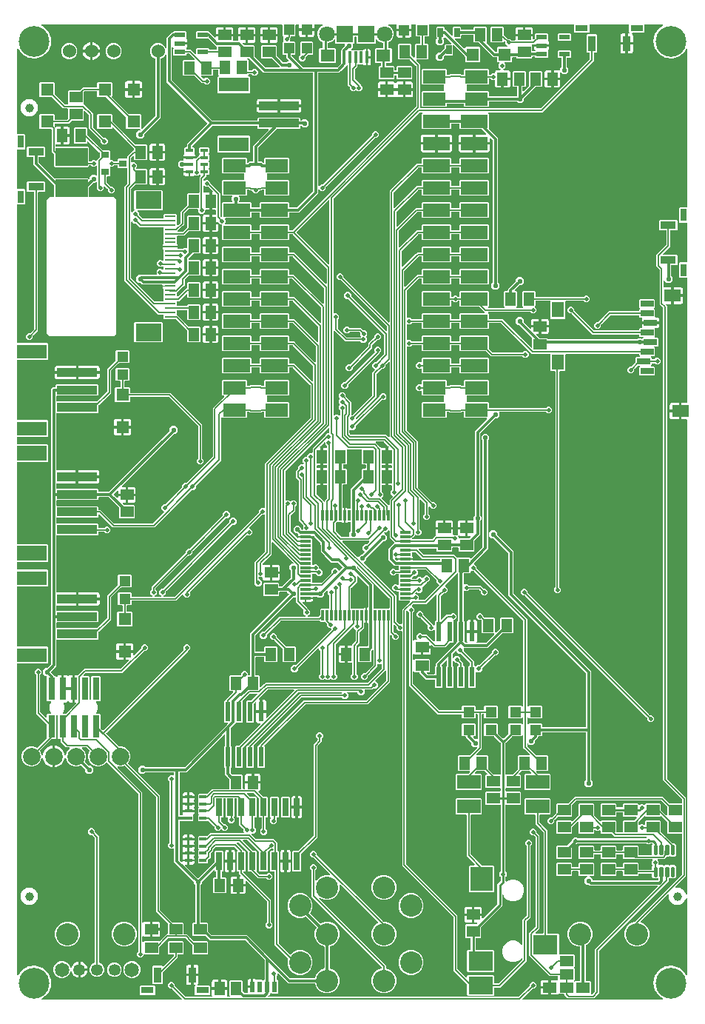
<source format=gbr>
G04 EAGLE Gerber RS-274X export*
G75*
%MOMM*%
%FSLAX34Y34*%
%LPD*%
%INBottom Copper*%
%IPPOS*%
%AMOC8*
5,1,8,0,0,1.08239X$1,22.5*%
G01*
%ADD10R,1.250000X0.275000*%
%ADD11R,3.000000X2.000000*%
%ADD12R,1.900000X1.400000*%
%ADD13R,1.400000X1.800000*%
%ADD14R,1.500000X0.700000*%
%ADD15R,1.240000X1.500000*%
%ADD16R,4.600000X1.000000*%
%ADD17R,3.400000X1.700000*%
%ADD18R,1.500000X1.240000*%
%ADD19R,3.400000X1.600000*%
%ADD20R,1.300000X1.200000*%
%ADD21R,1.400000X1.400000*%
%ADD22R,1.200000X1.500000*%
%ADD23R,0.900000X0.800000*%
%ADD24C,1.650000*%
%ADD25C,1.350000*%
%ADD26R,1.778000X0.900000*%
%ADD27R,0.800000X1.450000*%
%ADD28R,1.500000X1.200000*%
%ADD29C,1.524000*%
%ADD30C,3.516000*%
%ADD31C,1.000000*%
%ADD32C,2.000000*%
%ADD33R,0.760000X2.600000*%
%ADD34R,1.200000X0.300000*%
%ADD35R,0.300000X1.200000*%
%ADD36R,0.400000X1.350000*%
%ADD37R,1.600000X1.400000*%
%ADD38R,1.900000X1.900000*%
%ADD39C,1.800000*%
%ADD40R,1.200000X0.550000*%
%ADD41R,0.635000X1.016000*%
%ADD42R,0.600000X2.200000*%
%ADD43R,1.500000X1.300000*%
%ADD44R,2.700000X1.600000*%
%ADD45R,0.660400X2.032000*%
%ADD46R,2.800000X2.000000*%
%ADD47R,2.600000X2.800000*%
%ADD48R,2.800000X2.200000*%
%ADD49R,1.300000X1.500000*%
%ADD50R,1.200000X1.200000*%
%ADD51R,2.540000X1.524000*%
%ADD52R,3.048000X1.524000*%
%ADD53R,0.838200X0.457200*%
%ADD54C,0.240000*%
%ADD55R,1.600200X1.168400*%
%ADD56R,0.203200X0.635000*%
%ADD57C,2.540000*%
%ADD58R,0.500000X1.250000*%
%ADD59R,3.700000X2.000000*%
%ADD60R,0.900000X1.778000*%
%ADD61R,1.450000X0.800000*%
%ADD62C,0.508000*%
%ADD63C,0.254000*%
%ADD64C,0.152400*%
%ADD65C,0.558800*%
%ADD66C,0.304800*%

G36*
X740094Y3818D02*
X740094Y3818D01*
X740141Y3817D01*
X740214Y3838D01*
X740289Y3850D01*
X740331Y3873D01*
X740377Y3887D01*
X740439Y3930D01*
X740506Y3966D01*
X740539Y4000D01*
X740579Y4028D01*
X740624Y4089D01*
X740676Y4144D01*
X740696Y4187D01*
X740724Y4226D01*
X740747Y4298D01*
X740779Y4367D01*
X740785Y4415D01*
X740799Y4460D01*
X740798Y4536D01*
X740806Y4611D01*
X740796Y4658D01*
X740796Y4706D01*
X740770Y4778D01*
X740754Y4852D01*
X740730Y4893D01*
X740714Y4938D01*
X740667Y4998D01*
X740628Y5063D01*
X740592Y5094D01*
X740562Y5132D01*
X740458Y5208D01*
X740441Y5223D01*
X740435Y5225D01*
X740427Y5231D01*
X735821Y7890D01*
X730898Y14667D01*
X729156Y22860D01*
X730898Y31053D01*
X735821Y37830D01*
X743075Y42018D01*
X751406Y42893D01*
X759372Y40305D01*
X765597Y34700D01*
X766893Y31789D01*
X766941Y31716D01*
X766982Y31639D01*
X767008Y31614D01*
X767028Y31584D01*
X767096Y31530D01*
X767160Y31469D01*
X767193Y31454D01*
X767221Y31432D01*
X767304Y31403D01*
X767383Y31366D01*
X767419Y31362D01*
X767453Y31350D01*
X767541Y31348D01*
X767627Y31339D01*
X767663Y31346D01*
X767699Y31346D01*
X767782Y31372D01*
X767868Y31391D01*
X767899Y31410D01*
X767933Y31421D01*
X768004Y31472D01*
X768079Y31517D01*
X768102Y31545D01*
X768132Y31566D01*
X768182Y31637D01*
X768239Y31704D01*
X768252Y31738D01*
X768273Y31767D01*
X768298Y31851D01*
X768331Y31932D01*
X768336Y31979D01*
X768343Y32003D01*
X768342Y32034D01*
X768349Y32099D01*
X768349Y118874D01*
X768342Y118921D01*
X768343Y118969D01*
X768322Y119042D01*
X768310Y119116D01*
X768287Y119159D01*
X768273Y119205D01*
X768230Y119267D01*
X768194Y119334D01*
X768160Y119367D01*
X768132Y119406D01*
X768071Y119451D01*
X768016Y119503D01*
X767973Y119523D01*
X767934Y119552D01*
X767862Y119575D01*
X767793Y119607D01*
X767745Y119612D01*
X767700Y119627D01*
X767624Y119626D01*
X767549Y119634D01*
X767502Y119624D01*
X767454Y119623D01*
X767382Y119598D01*
X767308Y119582D01*
X767267Y119557D01*
X767222Y119541D01*
X767162Y119494D01*
X767097Y119455D01*
X767066Y119419D01*
X767028Y119389D01*
X766952Y119286D01*
X766937Y119269D01*
X766935Y119262D01*
X766929Y119254D01*
X764241Y114599D01*
X759600Y111919D01*
X754240Y111919D01*
X749599Y114599D01*
X746919Y119240D01*
X746919Y123358D01*
X746918Y123365D01*
X746918Y123366D01*
X746917Y123374D01*
X746908Y123428D01*
X746906Y123500D01*
X746888Y123549D01*
X746880Y123600D01*
X746846Y123664D01*
X746821Y123731D01*
X746789Y123772D01*
X746764Y123818D01*
X746712Y123867D01*
X746668Y123923D01*
X746624Y123951D01*
X746586Y123987D01*
X746521Y124017D01*
X746461Y124056D01*
X746410Y124069D01*
X746363Y124091D01*
X746292Y124099D01*
X746222Y124116D01*
X746170Y124112D01*
X746119Y124118D01*
X746048Y124103D01*
X745977Y124097D01*
X745929Y124077D01*
X745878Y124066D01*
X745817Y124029D01*
X745751Y124001D01*
X745695Y123956D01*
X745667Y123939D01*
X745652Y123922D01*
X745620Y123896D01*
X715149Y93425D01*
X715122Y93388D01*
X715088Y93357D01*
X715051Y93288D01*
X715005Y93225D01*
X714992Y93181D01*
X714970Y93141D01*
X714956Y93064D01*
X714933Y92990D01*
X714934Y92944D01*
X714926Y92899D01*
X714937Y92822D01*
X714939Y92744D01*
X714955Y92701D01*
X714962Y92656D01*
X714997Y92586D01*
X715024Y92513D01*
X715052Y92477D01*
X715073Y92436D01*
X715129Y92382D01*
X715178Y92321D01*
X715216Y92296D01*
X715249Y92264D01*
X715311Y92230D01*
X715316Y92226D01*
X715325Y92223D01*
X715369Y92198D01*
X715384Y92188D01*
X715389Y92187D01*
X715396Y92183D01*
X718738Y90799D01*
X722739Y86798D01*
X724905Y81569D01*
X724905Y75911D01*
X722739Y70682D01*
X718738Y66681D01*
X713509Y64515D01*
X707851Y64515D01*
X702622Y66681D01*
X698621Y70682D01*
X696455Y75911D01*
X696455Y81569D01*
X698621Y86798D01*
X702622Y90799D01*
X707851Y92965D01*
X707905Y92965D01*
X707996Y92979D01*
X708086Y92987D01*
X708116Y92999D01*
X708148Y93004D01*
X708229Y93047D01*
X708313Y93083D01*
X708345Y93109D01*
X708366Y93120D01*
X708388Y93143D01*
X708444Y93188D01*
X762030Y146774D01*
X762083Y146848D01*
X762143Y146918D01*
X762155Y146948D01*
X762174Y146974D01*
X762201Y147061D01*
X762235Y147146D01*
X762239Y147187D01*
X762246Y147209D01*
X762245Y147241D01*
X762253Y147313D01*
X762253Y192834D01*
X762250Y192854D01*
X762252Y192873D01*
X762230Y192975D01*
X762214Y193077D01*
X762204Y193094D01*
X762200Y193114D01*
X762147Y193203D01*
X762098Y193294D01*
X762084Y193308D01*
X762074Y193325D01*
X761995Y193392D01*
X761920Y193464D01*
X761902Y193472D01*
X761887Y193485D01*
X761791Y193524D01*
X761697Y193567D01*
X761677Y193569D01*
X761659Y193577D01*
X761492Y193595D01*
X746248Y193595D01*
X745355Y194488D01*
X745355Y206795D01*
X745341Y206886D01*
X745333Y206976D01*
X745321Y207006D01*
X745316Y207038D01*
X745273Y207119D01*
X745237Y207203D01*
X745211Y207235D01*
X745200Y207256D01*
X745177Y207278D01*
X745132Y207334D01*
X739029Y213437D01*
X739013Y213448D01*
X739001Y213464D01*
X738914Y213520D01*
X738830Y213580D01*
X738811Y213586D01*
X738794Y213597D01*
X738693Y213622D01*
X738595Y213653D01*
X738575Y213652D01*
X738555Y213657D01*
X738452Y213649D01*
X738349Y213646D01*
X738330Y213639D01*
X738310Y213638D01*
X738215Y213597D01*
X738118Y213562D01*
X738102Y213549D01*
X738084Y213541D01*
X737953Y213437D01*
X737112Y212595D01*
X720848Y212595D01*
X720007Y213437D01*
X719991Y213448D01*
X719978Y213464D01*
X719891Y213520D01*
X719807Y213580D01*
X719788Y213586D01*
X719772Y213597D01*
X719671Y213622D01*
X719572Y213653D01*
X719552Y213652D01*
X719533Y213657D01*
X719430Y213649D01*
X719326Y213646D01*
X719308Y213639D01*
X719288Y213638D01*
X719193Y213597D01*
X719095Y213562D01*
X719080Y213549D01*
X719062Y213541D01*
X718931Y213437D01*
X712828Y207334D01*
X712775Y207260D01*
X712715Y207190D01*
X712703Y207160D01*
X712684Y207134D01*
X712657Y207047D01*
X712623Y206962D01*
X712619Y206921D01*
X712612Y206899D01*
X712613Y206867D01*
X712605Y206795D01*
X712605Y204571D01*
X712616Y204500D01*
X712618Y204428D01*
X712636Y204380D01*
X712644Y204328D01*
X712678Y204265D01*
X712703Y204197D01*
X712735Y204157D01*
X712760Y204111D01*
X712812Y204061D01*
X712856Y204005D01*
X712900Y203977D01*
X712938Y203941D01*
X713003Y203911D01*
X713063Y203872D01*
X713114Y203860D01*
X713161Y203838D01*
X713232Y203830D01*
X713302Y203812D01*
X713354Y203816D01*
X713405Y203811D01*
X713476Y203826D01*
X713547Y203832D01*
X713595Y203852D01*
X713646Y203863D01*
X713707Y203900D01*
X713773Y203928D01*
X713829Y203973D01*
X713857Y203989D01*
X713872Y204007D01*
X713904Y204033D01*
X714596Y204725D01*
X717964Y204725D01*
X718656Y204033D01*
X718714Y203991D01*
X718766Y203941D01*
X718813Y203919D01*
X718855Y203889D01*
X718924Y203868D01*
X718989Y203838D01*
X719041Y203832D01*
X719091Y203817D01*
X719162Y203819D01*
X719233Y203811D01*
X719284Y203822D01*
X719336Y203823D01*
X719404Y203848D01*
X719474Y203863D01*
X719519Y203890D01*
X719567Y203908D01*
X719623Y203952D01*
X719685Y203989D01*
X719719Y204029D01*
X719759Y204061D01*
X719798Y204122D01*
X719845Y204176D01*
X719864Y204224D01*
X719892Y204268D01*
X719910Y204338D01*
X719937Y204404D01*
X719945Y204475D01*
X719953Y204507D01*
X719951Y204530D01*
X719955Y204571D01*
X719955Y208152D01*
X720848Y209045D01*
X737112Y209045D01*
X738005Y208152D01*
X738005Y196564D01*
X738019Y196474D01*
X738027Y196383D01*
X738039Y196354D01*
X738044Y196322D01*
X738087Y196241D01*
X738123Y196157D01*
X738149Y196125D01*
X738160Y196104D01*
X738183Y196082D01*
X738228Y196026D01*
X751346Y182908D01*
X751420Y182855D01*
X751490Y182795D01*
X751520Y182783D01*
X751546Y182764D01*
X751633Y182737D01*
X751718Y182703D01*
X751759Y182699D01*
X751781Y182692D01*
X751813Y182693D01*
X751884Y182685D01*
X753759Y182685D01*
X755355Y181089D01*
X755355Y169131D01*
X753759Y167535D01*
X749101Y167535D01*
X748718Y167918D01*
X748702Y167930D01*
X748690Y167946D01*
X748602Y168002D01*
X748519Y168062D01*
X748500Y168068D01*
X748483Y168079D01*
X748382Y168104D01*
X748283Y168134D01*
X748264Y168134D01*
X748244Y168139D01*
X748141Y168131D01*
X748038Y168128D01*
X748019Y168121D01*
X747999Y168119D01*
X747904Y168079D01*
X747807Y168043D01*
X747791Y168031D01*
X747773Y168023D01*
X747642Y167918D01*
X747259Y167535D01*
X745384Y167535D01*
X745294Y167521D01*
X745203Y167513D01*
X745174Y167501D01*
X745142Y167496D01*
X745061Y167453D01*
X744977Y167417D01*
X744945Y167391D01*
X744924Y167380D01*
X744902Y167357D01*
X744846Y167312D01*
X742021Y164487D01*
X734893Y164487D01*
X734822Y164476D01*
X734750Y164474D01*
X734702Y164456D01*
X734650Y164448D01*
X734587Y164414D01*
X734519Y164389D01*
X734479Y164357D01*
X734433Y164332D01*
X734383Y164280D01*
X734327Y164236D01*
X734299Y164192D01*
X734263Y164154D01*
X734233Y164089D01*
X734194Y164029D01*
X734182Y163978D01*
X734160Y163931D01*
X734152Y163860D01*
X734134Y163790D01*
X734138Y163738D01*
X734133Y163687D01*
X734148Y163616D01*
X734154Y163545D01*
X734174Y163497D01*
X734185Y163446D01*
X734222Y163385D01*
X734250Y163319D01*
X734295Y163263D01*
X734311Y163235D01*
X734329Y163220D01*
X734355Y163188D01*
X735585Y161958D01*
X735585Y158346D01*
X735588Y158326D01*
X735586Y158307D01*
X735608Y158205D01*
X735624Y158103D01*
X735634Y158086D01*
X735638Y158066D01*
X735691Y157977D01*
X735740Y157886D01*
X735754Y157872D01*
X735764Y157855D01*
X735843Y157788D01*
X735918Y157716D01*
X735936Y157708D01*
X735951Y157695D01*
X736047Y157656D01*
X736141Y157613D01*
X736161Y157611D01*
X736179Y157603D01*
X736346Y157585D01*
X740759Y157585D01*
X741142Y157202D01*
X741158Y157190D01*
X741170Y157174D01*
X741258Y157118D01*
X741341Y157058D01*
X741360Y157052D01*
X741377Y157041D01*
X741478Y157016D01*
X741577Y156986D01*
X741596Y156986D01*
X741616Y156981D01*
X741719Y156989D01*
X741822Y156992D01*
X741841Y156999D01*
X741861Y157001D01*
X741956Y157041D01*
X742053Y157077D01*
X742069Y157089D01*
X742087Y157097D01*
X742218Y157202D01*
X742601Y157585D01*
X747259Y157585D01*
X747642Y157202D01*
X747658Y157190D01*
X747670Y157174D01*
X747758Y157118D01*
X747841Y157058D01*
X747860Y157052D01*
X747877Y157041D01*
X747978Y157016D01*
X748077Y156986D01*
X748096Y156986D01*
X748116Y156981D01*
X748219Y156989D01*
X748322Y156992D01*
X748341Y156999D01*
X748361Y157001D01*
X748456Y157041D01*
X748553Y157077D01*
X748569Y157089D01*
X748587Y157097D01*
X748718Y157202D01*
X749101Y157585D01*
X753759Y157585D01*
X755355Y155989D01*
X755355Y144031D01*
X753759Y142435D01*
X749101Y142435D01*
X748718Y142818D01*
X748702Y142830D01*
X748690Y142846D01*
X748603Y142902D01*
X748519Y142962D01*
X748500Y142968D01*
X748483Y142979D01*
X748382Y143004D01*
X748283Y143034D01*
X748264Y143034D01*
X748244Y143039D01*
X748141Y143031D01*
X748038Y143028D01*
X748019Y143021D01*
X747999Y143019D01*
X747904Y142979D01*
X747807Y142943D01*
X747791Y142931D01*
X747773Y142923D01*
X747642Y142818D01*
X747440Y142616D01*
X747387Y142542D01*
X747327Y142473D01*
X747315Y142443D01*
X747296Y142417D01*
X747269Y142330D01*
X747235Y142245D01*
X747231Y142204D01*
X747224Y142182D01*
X747225Y142149D01*
X747217Y142078D01*
X747217Y139155D01*
X667638Y59576D01*
X667585Y59502D01*
X667525Y59432D01*
X667513Y59402D01*
X667494Y59376D01*
X667467Y59289D01*
X667433Y59204D01*
X667429Y59163D01*
X667422Y59141D01*
X667423Y59109D01*
X667415Y59037D01*
X667415Y11401D01*
X661347Y5333D01*
X631513Y5333D01*
X627633Y9213D01*
X627633Y9652D01*
X627630Y9672D01*
X627632Y9691D01*
X627610Y9793D01*
X627594Y9895D01*
X627584Y9912D01*
X627580Y9932D01*
X627527Y10021D01*
X627478Y10112D01*
X627464Y10126D01*
X627454Y10143D01*
X627375Y10210D01*
X627300Y10282D01*
X627282Y10290D01*
X627267Y10303D01*
X627171Y10342D01*
X627077Y10385D01*
X627057Y10387D01*
X627039Y10395D01*
X626872Y10413D01*
X621255Y10413D01*
X621165Y10399D01*
X621074Y10391D01*
X621044Y10379D01*
X621012Y10374D01*
X620931Y10331D01*
X620847Y10295D01*
X620815Y10269D01*
X620795Y10258D01*
X620772Y10235D01*
X620716Y10190D01*
X620431Y9905D01*
X619852Y9570D01*
X619205Y9397D01*
X612393Y9397D01*
X612393Y17018D01*
X612390Y17038D01*
X612392Y17057D01*
X612370Y17159D01*
X612353Y17261D01*
X612344Y17278D01*
X612340Y17298D01*
X612287Y17387D01*
X612238Y17478D01*
X612224Y17492D01*
X612214Y17509D01*
X612135Y17576D01*
X612060Y17647D01*
X612042Y17656D01*
X612027Y17669D01*
X611931Y17708D01*
X611837Y17751D01*
X611817Y17753D01*
X611799Y17761D01*
X611632Y17779D01*
X610869Y17779D01*
X610869Y17781D01*
X611632Y17781D01*
X611652Y17784D01*
X611671Y17782D01*
X611773Y17804D01*
X611875Y17821D01*
X611892Y17830D01*
X611912Y17834D01*
X612001Y17887D01*
X612092Y17936D01*
X612106Y17950D01*
X612123Y17960D01*
X612190Y18039D01*
X612261Y18114D01*
X612270Y18132D01*
X612283Y18147D01*
X612322Y18243D01*
X612365Y18337D01*
X612367Y18357D01*
X612375Y18375D01*
X612393Y18542D01*
X612393Y26163D01*
X619205Y26163D01*
X619436Y26101D01*
X619555Y26089D01*
X619672Y26076D01*
X619677Y26077D01*
X619681Y26077D01*
X619797Y26103D01*
X619913Y26128D01*
X619916Y26130D01*
X619920Y26131D01*
X620022Y26194D01*
X620124Y26254D01*
X620127Y26258D01*
X620130Y26260D01*
X620207Y26351D01*
X620284Y26441D01*
X620285Y26445D01*
X620288Y26448D01*
X620331Y26558D01*
X620376Y26670D01*
X620376Y26675D01*
X620378Y26678D01*
X620378Y26691D01*
X620394Y26836D01*
X620394Y29972D01*
X620391Y29992D01*
X620393Y30011D01*
X620371Y30113D01*
X620355Y30215D01*
X620345Y30232D01*
X620341Y30252D01*
X620288Y30341D01*
X620239Y30432D01*
X620225Y30446D01*
X620215Y30463D01*
X620136Y30530D01*
X620061Y30602D01*
X620043Y30610D01*
X620028Y30623D01*
X619932Y30662D01*
X619838Y30705D01*
X619818Y30707D01*
X619800Y30715D01*
X619633Y30733D01*
X610700Y30733D01*
X587387Y54046D01*
X587387Y79834D01*
X594390Y86837D01*
X594443Y86911D01*
X594503Y86981D01*
X594515Y87011D01*
X594534Y87037D01*
X594561Y87124D01*
X594595Y87209D01*
X594599Y87250D01*
X594606Y87272D01*
X594605Y87304D01*
X594613Y87375D01*
X594613Y189237D01*
X594599Y189328D01*
X594591Y189418D01*
X594579Y189448D01*
X594574Y189480D01*
X594531Y189561D01*
X594495Y189645D01*
X594469Y189677D01*
X594458Y189698D01*
X594435Y189720D01*
X594390Y189776D01*
X592874Y191292D01*
X592800Y191345D01*
X592730Y191405D01*
X592700Y191417D01*
X592674Y191436D01*
X592587Y191463D01*
X592502Y191497D01*
X592461Y191501D01*
X592439Y191508D01*
X592407Y191507D01*
X592335Y191515D01*
X590136Y191515D01*
X587755Y193896D01*
X587755Y197264D01*
X590136Y199645D01*
X593504Y199645D01*
X595885Y197264D01*
X595885Y195065D01*
X595899Y194974D01*
X595907Y194884D01*
X595919Y194854D01*
X595924Y194822D01*
X595967Y194741D01*
X596003Y194657D01*
X596029Y194625D01*
X596040Y194604D01*
X596063Y194582D01*
X596108Y194526D01*
X599187Y191447D01*
X599187Y85166D01*
X594785Y80764D01*
X594743Y80706D01*
X594694Y80654D01*
X594672Y80607D01*
X594642Y80565D01*
X594621Y80496D01*
X594590Y80431D01*
X594585Y80379D01*
X594569Y80329D01*
X594571Y80258D01*
X594563Y80187D01*
X594574Y80136D01*
X594576Y80084D01*
X594600Y80016D01*
X594616Y79946D01*
X594642Y79901D01*
X594660Y79853D01*
X594705Y79797D01*
X594742Y79735D01*
X594781Y79701D01*
X594814Y79661D01*
X594874Y79622D01*
X594929Y79575D01*
X594977Y79556D01*
X595021Y79528D01*
X595090Y79510D01*
X595157Y79483D01*
X595228Y79475D01*
X595259Y79467D01*
X595283Y79469D01*
X595324Y79465D01*
X602912Y79465D01*
X602932Y79468D01*
X602951Y79466D01*
X603053Y79488D01*
X603155Y79504D01*
X603172Y79514D01*
X603192Y79518D01*
X603281Y79571D01*
X603372Y79620D01*
X603386Y79634D01*
X603403Y79644D01*
X603470Y79723D01*
X603542Y79798D01*
X603550Y79816D01*
X603563Y79831D01*
X603602Y79927D01*
X603645Y80021D01*
X603647Y80041D01*
X603655Y80059D01*
X603673Y80226D01*
X603673Y195217D01*
X603659Y195308D01*
X603651Y195398D01*
X603639Y195428D01*
X603634Y195460D01*
X603591Y195541D01*
X603555Y195625D01*
X603529Y195657D01*
X603518Y195678D01*
X603495Y195700D01*
X603450Y195756D01*
X594613Y204593D01*
X594613Y214474D01*
X594610Y214494D01*
X594612Y214513D01*
X594590Y214615D01*
X594574Y214717D01*
X594564Y214734D01*
X594560Y214754D01*
X594507Y214843D01*
X594458Y214934D01*
X594444Y214948D01*
X594434Y214965D01*
X594355Y215032D01*
X594280Y215104D01*
X594262Y215112D01*
X594247Y215125D01*
X594151Y215164D01*
X594057Y215207D01*
X594037Y215209D01*
X594019Y215217D01*
X593852Y215235D01*
X582768Y215235D01*
X581875Y216128D01*
X581875Y233392D01*
X582768Y234285D01*
X611032Y234285D01*
X611925Y233392D01*
X611925Y216128D01*
X611032Y215235D01*
X599948Y215235D01*
X599928Y215232D01*
X599909Y215234D01*
X599807Y215212D01*
X599705Y215196D01*
X599688Y215186D01*
X599668Y215182D01*
X599579Y215129D01*
X599488Y215080D01*
X599474Y215066D01*
X599457Y215056D01*
X599390Y214977D01*
X599318Y214902D01*
X599310Y214884D01*
X599297Y214869D01*
X599258Y214773D01*
X599215Y214679D01*
X599213Y214659D01*
X599205Y214641D01*
X599187Y214474D01*
X599187Y206803D01*
X599201Y206712D01*
X599209Y206622D01*
X599221Y206592D01*
X599226Y206560D01*
X599269Y206479D01*
X599305Y206395D01*
X599331Y206363D01*
X599342Y206342D01*
X599365Y206320D01*
X599410Y206264D01*
X608247Y197427D01*
X608247Y80226D01*
X608250Y80206D01*
X608248Y80187D01*
X608270Y80085D01*
X608286Y79983D01*
X608296Y79966D01*
X608300Y79946D01*
X608353Y79857D01*
X608402Y79766D01*
X608416Y79752D01*
X608426Y79735D01*
X608505Y79668D01*
X608580Y79596D01*
X608598Y79588D01*
X608613Y79575D01*
X608709Y79536D01*
X608803Y79493D01*
X608823Y79491D01*
X608841Y79483D01*
X609008Y79465D01*
X620592Y79465D01*
X621485Y78572D01*
X621485Y56388D01*
X621488Y56368D01*
X621486Y56349D01*
X621508Y56247D01*
X621524Y56145D01*
X621534Y56128D01*
X621538Y56108D01*
X621591Y56019D01*
X621640Y55928D01*
X621654Y55914D01*
X621664Y55897D01*
X621743Y55830D01*
X621818Y55758D01*
X621836Y55750D01*
X621851Y55737D01*
X621947Y55698D01*
X622041Y55655D01*
X622061Y55653D01*
X622079Y55645D01*
X622246Y55627D01*
X638553Y55627D01*
X639446Y54734D01*
X639446Y41786D01*
X638838Y41178D01*
X638826Y41162D01*
X638810Y41150D01*
X638754Y41062D01*
X638694Y40979D01*
X638688Y40960D01*
X638677Y40943D01*
X638652Y40842D01*
X638622Y40743D01*
X638622Y40724D01*
X638617Y40704D01*
X638625Y40601D01*
X638628Y40498D01*
X638635Y40479D01*
X638636Y40459D01*
X638677Y40364D01*
X638712Y40267D01*
X638725Y40251D01*
X638733Y40233D01*
X638838Y40102D01*
X639446Y39494D01*
X639446Y26546D01*
X638838Y25938D01*
X638826Y25922D01*
X638811Y25910D01*
X638754Y25823D01*
X638694Y25739D01*
X638688Y25720D01*
X638677Y25703D01*
X638652Y25602D01*
X638622Y25503D01*
X638622Y25484D01*
X638617Y25464D01*
X638625Y25361D01*
X638628Y25258D01*
X638635Y25239D01*
X638636Y25219D01*
X638677Y25124D01*
X638712Y25027D01*
X638725Y25011D01*
X638733Y24993D01*
X638837Y24862D01*
X638907Y24793D01*
X638923Y24781D01*
X638935Y24765D01*
X639023Y24709D01*
X639106Y24649D01*
X639125Y24643D01*
X639142Y24632D01*
X639243Y24607D01*
X639341Y24577D01*
X639361Y24577D01*
X639381Y24572D01*
X639484Y24580D01*
X639587Y24583D01*
X639606Y24590D01*
X639626Y24591D01*
X639721Y24632D01*
X639818Y24667D01*
X639834Y24680D01*
X639852Y24688D01*
X639983Y24793D01*
X640337Y25147D01*
X645160Y25147D01*
X645180Y25150D01*
X645199Y25148D01*
X645301Y25170D01*
X645403Y25186D01*
X645420Y25196D01*
X645440Y25200D01*
X645529Y25253D01*
X645620Y25302D01*
X645634Y25316D01*
X645651Y25326D01*
X645718Y25405D01*
X645790Y25480D01*
X645798Y25498D01*
X645811Y25513D01*
X645850Y25609D01*
X645893Y25703D01*
X645895Y25723D01*
X645903Y25741D01*
X645921Y25908D01*
X645921Y63754D01*
X645918Y63774D01*
X645920Y63793D01*
X645898Y63895D01*
X645882Y63997D01*
X645872Y64014D01*
X645868Y64034D01*
X645815Y64123D01*
X645766Y64214D01*
X645752Y64228D01*
X645742Y64245D01*
X645663Y64312D01*
X645588Y64384D01*
X645570Y64392D01*
X645555Y64405D01*
X645459Y64444D01*
X645365Y64487D01*
X645345Y64489D01*
X645327Y64497D01*
X645160Y64515D01*
X642851Y64515D01*
X637622Y66681D01*
X633621Y70682D01*
X631455Y75911D01*
X631455Y81569D01*
X633621Y86798D01*
X637622Y90799D01*
X642851Y92965D01*
X648509Y92965D01*
X653738Y90799D01*
X657739Y86798D01*
X659905Y81569D01*
X659905Y75911D01*
X657739Y70682D01*
X653738Y66681D01*
X652489Y66164D01*
X652389Y66102D01*
X652363Y66086D01*
X652348Y66078D01*
X652346Y66076D01*
X652289Y66042D01*
X652285Y66037D01*
X652280Y66034D01*
X652205Y65943D01*
X652129Y65855D01*
X652127Y65849D01*
X652123Y65844D01*
X652081Y65736D01*
X652037Y65627D01*
X652036Y65619D01*
X652035Y65615D01*
X652034Y65597D01*
X652019Y65460D01*
X652019Y25908D01*
X652022Y25888D01*
X652020Y25869D01*
X652042Y25767D01*
X652058Y25665D01*
X652068Y25648D01*
X652072Y25628D01*
X652125Y25539D01*
X652174Y25448D01*
X652188Y25434D01*
X652198Y25417D01*
X652277Y25350D01*
X652352Y25278D01*
X652370Y25270D01*
X652385Y25257D01*
X652481Y25218D01*
X652575Y25175D01*
X652595Y25173D01*
X652613Y25165D01*
X652780Y25147D01*
X657603Y25147D01*
X658496Y24254D01*
X658496Y11306D01*
X658396Y11206D01*
X658354Y11148D01*
X658304Y11096D01*
X658282Y11049D01*
X658252Y11007D01*
X658231Y10938D01*
X658201Y10873D01*
X658195Y10821D01*
X658180Y10771D01*
X658182Y10700D01*
X658174Y10629D01*
X658185Y10578D01*
X658186Y10526D01*
X658211Y10458D01*
X658226Y10388D01*
X658253Y10343D01*
X658270Y10295D01*
X658315Y10239D01*
X658352Y10177D01*
X658392Y10143D01*
X658424Y10103D01*
X658484Y10064D01*
X658539Y10017D01*
X658587Y9998D01*
X658631Y9970D01*
X658700Y9952D01*
X658767Y9925D01*
X658838Y9917D01*
X658870Y9909D01*
X658893Y9911D01*
X658934Y9907D01*
X659137Y9907D01*
X659228Y9921D01*
X659318Y9929D01*
X659348Y9941D01*
X659380Y9946D01*
X659461Y9989D01*
X659545Y10025D01*
X659577Y10051D01*
X659598Y10062D01*
X659620Y10085D01*
X659676Y10130D01*
X662618Y13072D01*
X662671Y13146D01*
X662731Y13216D01*
X662743Y13246D01*
X662762Y13272D01*
X662789Y13359D01*
X662823Y13444D01*
X662827Y13485D01*
X662834Y13507D01*
X662833Y13539D01*
X662841Y13610D01*
X662841Y61247D01*
X734406Y132812D01*
X734448Y132870D01*
X734497Y132922D01*
X734519Y132969D01*
X734550Y133011D01*
X734571Y133080D01*
X734601Y133145D01*
X734607Y133197D01*
X734622Y133247D01*
X734620Y133318D01*
X734628Y133389D01*
X734617Y133440D01*
X734616Y133492D01*
X734591Y133560D01*
X734576Y133630D01*
X734549Y133675D01*
X734531Y133723D01*
X734486Y133779D01*
X734450Y133841D01*
X734410Y133875D01*
X734377Y133915D01*
X734317Y133954D01*
X734263Y134001D01*
X734214Y134020D01*
X734170Y134048D01*
X734101Y134066D01*
X734034Y134093D01*
X733963Y134101D01*
X733932Y134109D01*
X733909Y134107D01*
X733868Y134111D01*
X656597Y134111D01*
X655550Y135158D01*
X655476Y135211D01*
X655407Y135271D01*
X655377Y135283D01*
X655350Y135302D01*
X655263Y135329D01*
X655179Y135363D01*
X655138Y135367D01*
X655115Y135374D01*
X655083Y135373D01*
X655012Y135381D01*
X653531Y135381D01*
X651001Y137911D01*
X651001Y141489D01*
X653548Y144036D01*
X653590Y144094D01*
X653639Y144146D01*
X653661Y144193D01*
X653692Y144235D01*
X653713Y144304D01*
X653743Y144369D01*
X653749Y144421D01*
X653764Y144471D01*
X653762Y144542D01*
X653770Y144613D01*
X653759Y144664D01*
X653758Y144716D01*
X653733Y144784D01*
X653718Y144854D01*
X653691Y144899D01*
X653673Y144947D01*
X653628Y145003D01*
X653592Y145065D01*
X653552Y145099D01*
X653520Y145139D01*
X653459Y145178D01*
X653405Y145225D01*
X653356Y145244D01*
X653313Y145272D01*
X653243Y145290D01*
X653177Y145317D01*
X653105Y145325D01*
X653074Y145333D01*
X653051Y145331D01*
X653010Y145335D01*
X644648Y145335D01*
X643755Y146228D01*
X643755Y150012D01*
X643752Y150032D01*
X643754Y150051D01*
X643732Y150153D01*
X643716Y150255D01*
X643706Y150272D01*
X643702Y150292D01*
X643649Y150381D01*
X643600Y150472D01*
X643586Y150486D01*
X643576Y150503D01*
X643497Y150570D01*
X643422Y150642D01*
X643404Y150650D01*
X643389Y150663D01*
X643293Y150702D01*
X643199Y150745D01*
X643179Y150747D01*
X643161Y150755D01*
X642994Y150773D01*
X637166Y150773D01*
X637146Y150770D01*
X637127Y150772D01*
X637025Y150750D01*
X636923Y150734D01*
X636906Y150724D01*
X636886Y150720D01*
X636797Y150667D01*
X636706Y150618D01*
X636692Y150604D01*
X636675Y150594D01*
X636608Y150515D01*
X636536Y150440D01*
X636528Y150422D01*
X636515Y150407D01*
X636476Y150311D01*
X636433Y150217D01*
X636431Y150197D01*
X636423Y150179D01*
X636405Y150012D01*
X636405Y146228D01*
X635512Y145335D01*
X619248Y145335D01*
X618355Y146228D01*
X618355Y159892D01*
X619248Y160785D01*
X635512Y160785D01*
X636405Y159892D01*
X636405Y156108D01*
X636408Y156088D01*
X636406Y156069D01*
X636428Y155967D01*
X636444Y155865D01*
X636454Y155848D01*
X636458Y155828D01*
X636511Y155739D01*
X636560Y155648D01*
X636574Y155634D01*
X636584Y155617D01*
X636663Y155550D01*
X636738Y155478D01*
X636756Y155470D01*
X636771Y155457D01*
X636867Y155418D01*
X636961Y155375D01*
X636981Y155373D01*
X636999Y155365D01*
X637166Y155347D01*
X642994Y155347D01*
X643014Y155350D01*
X643033Y155348D01*
X643135Y155370D01*
X643237Y155386D01*
X643254Y155396D01*
X643274Y155400D01*
X643363Y155453D01*
X643454Y155502D01*
X643468Y155516D01*
X643485Y155526D01*
X643552Y155605D01*
X643624Y155680D01*
X643632Y155698D01*
X643645Y155713D01*
X643684Y155809D01*
X643727Y155903D01*
X643729Y155923D01*
X643737Y155941D01*
X643755Y156108D01*
X643755Y159892D01*
X644648Y160785D01*
X660912Y160785D01*
X661805Y159892D01*
X661805Y146228D01*
X660912Y145335D01*
X657630Y145335D01*
X657559Y145324D01*
X657488Y145322D01*
X657439Y145304D01*
X657387Y145296D01*
X657324Y145262D01*
X657257Y145237D01*
X657216Y145205D01*
X657170Y145180D01*
X657121Y145128D01*
X657065Y145084D01*
X657036Y145040D01*
X657001Y145002D01*
X656970Y144937D01*
X656932Y144877D01*
X656919Y144826D01*
X656897Y144779D01*
X656889Y144708D01*
X656872Y144638D01*
X656876Y144586D01*
X656870Y144535D01*
X656885Y144464D01*
X656891Y144393D01*
X656911Y144345D01*
X656922Y144294D01*
X656959Y144233D01*
X656987Y144167D01*
X657032Y144111D01*
X657048Y144083D01*
X657066Y144068D01*
X657092Y144036D01*
X659639Y141489D01*
X659639Y140970D01*
X659642Y140950D01*
X659640Y140931D01*
X659662Y140829D01*
X659678Y140727D01*
X659688Y140710D01*
X659692Y140690D01*
X659745Y140601D01*
X659794Y140510D01*
X659808Y140496D01*
X659818Y140479D01*
X659897Y140412D01*
X659972Y140340D01*
X659990Y140332D01*
X660005Y140319D01*
X660101Y140280D01*
X660195Y140237D01*
X660215Y140235D01*
X660233Y140227D01*
X660400Y140209D01*
X734620Y140209D01*
X734640Y140212D01*
X734659Y140210D01*
X734761Y140232D01*
X734863Y140248D01*
X734880Y140258D01*
X734900Y140262D01*
X734989Y140315D01*
X735080Y140364D01*
X735094Y140378D01*
X735111Y140388D01*
X735178Y140467D01*
X735250Y140542D01*
X735258Y140560D01*
X735271Y140575D01*
X735310Y140671D01*
X735353Y140765D01*
X735355Y140785D01*
X735363Y140803D01*
X735381Y140970D01*
X735381Y141720D01*
X735370Y141791D01*
X735368Y141863D01*
X735350Y141912D01*
X735342Y141963D01*
X735308Y142026D01*
X735283Y142094D01*
X735251Y142134D01*
X735226Y142180D01*
X735174Y142230D01*
X735129Y142286D01*
X735086Y142314D01*
X735048Y142350D01*
X734983Y142380D01*
X734923Y142419D01*
X734872Y142431D01*
X734825Y142453D01*
X734754Y142461D01*
X734684Y142479D01*
X734632Y142475D01*
X734581Y142480D01*
X734510Y142465D01*
X734439Y142459D01*
X734391Y142439D01*
X734373Y142435D01*
X729601Y142435D01*
X728005Y144031D01*
X728005Y146962D01*
X728002Y146982D01*
X728004Y147001D01*
X727982Y147103D01*
X727966Y147205D01*
X727956Y147222D01*
X727952Y147242D01*
X727899Y147331D01*
X727850Y147422D01*
X727836Y147436D01*
X727826Y147453D01*
X727747Y147520D01*
X727672Y147592D01*
X727654Y147600D01*
X727639Y147613D01*
X727543Y147652D01*
X727449Y147695D01*
X727429Y147697D01*
X727411Y147705D01*
X727244Y147723D01*
X713366Y147723D01*
X713346Y147720D01*
X713327Y147722D01*
X713225Y147700D01*
X713123Y147684D01*
X713106Y147674D01*
X713086Y147670D01*
X712997Y147617D01*
X712906Y147568D01*
X712892Y147554D01*
X712875Y147544D01*
X712808Y147465D01*
X712736Y147390D01*
X712728Y147372D01*
X712715Y147357D01*
X712676Y147261D01*
X712633Y147167D01*
X712631Y147147D01*
X712623Y147129D01*
X712605Y146962D01*
X712605Y146228D01*
X711712Y145335D01*
X695448Y145335D01*
X694555Y146228D01*
X694555Y150012D01*
X694552Y150032D01*
X694554Y150051D01*
X694532Y150153D01*
X694516Y150255D01*
X694506Y150272D01*
X694502Y150292D01*
X694449Y150381D01*
X694400Y150472D01*
X694386Y150486D01*
X694376Y150503D01*
X694297Y150570D01*
X694222Y150642D01*
X694204Y150650D01*
X694189Y150663D01*
X694093Y150702D01*
X693999Y150745D01*
X693979Y150747D01*
X693961Y150755D01*
X693794Y150773D01*
X687966Y150773D01*
X687946Y150770D01*
X687927Y150772D01*
X687825Y150750D01*
X687723Y150734D01*
X687706Y150724D01*
X687686Y150720D01*
X687597Y150667D01*
X687506Y150618D01*
X687492Y150604D01*
X687475Y150594D01*
X687408Y150515D01*
X687336Y150440D01*
X687328Y150422D01*
X687315Y150407D01*
X687276Y150311D01*
X687233Y150217D01*
X687231Y150197D01*
X687223Y150179D01*
X687205Y150012D01*
X687205Y146228D01*
X686312Y145335D01*
X670048Y145335D01*
X669155Y146228D01*
X669155Y159892D01*
X670048Y160785D01*
X686312Y160785D01*
X687205Y159892D01*
X687205Y156108D01*
X687208Y156088D01*
X687206Y156069D01*
X687228Y155967D01*
X687244Y155865D01*
X687254Y155848D01*
X687258Y155828D01*
X687311Y155739D01*
X687360Y155648D01*
X687374Y155634D01*
X687384Y155617D01*
X687463Y155550D01*
X687538Y155478D01*
X687556Y155470D01*
X687571Y155457D01*
X687667Y155418D01*
X687761Y155375D01*
X687781Y155373D01*
X687799Y155365D01*
X687966Y155347D01*
X693794Y155347D01*
X693814Y155350D01*
X693833Y155348D01*
X693935Y155370D01*
X694037Y155386D01*
X694054Y155396D01*
X694074Y155400D01*
X694163Y155453D01*
X694254Y155502D01*
X694268Y155516D01*
X694285Y155526D01*
X694352Y155605D01*
X694424Y155680D01*
X694432Y155698D01*
X694445Y155713D01*
X694484Y155809D01*
X694527Y155903D01*
X694529Y155923D01*
X694537Y155941D01*
X694555Y156108D01*
X694555Y159892D01*
X695448Y160785D01*
X711712Y160785D01*
X712605Y159892D01*
X712605Y153058D01*
X712608Y153038D01*
X712606Y153019D01*
X712628Y152917D01*
X712644Y152815D01*
X712654Y152798D01*
X712658Y152778D01*
X712711Y152689D01*
X712760Y152598D01*
X712774Y152584D01*
X712784Y152567D01*
X712863Y152500D01*
X712938Y152428D01*
X712956Y152420D01*
X712971Y152407D01*
X713067Y152368D01*
X713161Y152325D01*
X713181Y152323D01*
X713199Y152315D01*
X713366Y152297D01*
X727244Y152297D01*
X727264Y152300D01*
X727283Y152298D01*
X727385Y152320D01*
X727487Y152336D01*
X727504Y152346D01*
X727524Y152350D01*
X727613Y152403D01*
X727704Y152452D01*
X727718Y152466D01*
X727735Y152476D01*
X727802Y152555D01*
X727874Y152630D01*
X727882Y152648D01*
X727895Y152663D01*
X727934Y152759D01*
X727977Y152853D01*
X727979Y152873D01*
X727987Y152891D01*
X728005Y153058D01*
X728005Y155989D01*
X728493Y156476D01*
X728504Y156492D01*
X728520Y156505D01*
X728576Y156592D01*
X728636Y156676D01*
X728642Y156695D01*
X728653Y156712D01*
X728678Y156812D01*
X728709Y156911D01*
X728708Y156931D01*
X728713Y156950D01*
X728705Y157053D01*
X728702Y157157D01*
X728696Y157176D01*
X728694Y157195D01*
X728654Y157290D01*
X728618Y157388D01*
X728605Y157404D01*
X728598Y157422D01*
X728493Y157553D01*
X727455Y158590D01*
X727455Y161958D01*
X728685Y163188D01*
X728727Y163246D01*
X728777Y163298D01*
X728799Y163345D01*
X728829Y163387D01*
X728850Y163456D01*
X728880Y163521D01*
X728886Y163573D01*
X728901Y163623D01*
X728899Y163694D01*
X728907Y163765D01*
X728896Y163816D01*
X728895Y163868D01*
X728870Y163936D01*
X728855Y164006D01*
X728828Y164051D01*
X728810Y164099D01*
X728766Y164155D01*
X728729Y164217D01*
X728689Y164251D01*
X728657Y164291D01*
X728596Y164330D01*
X728542Y164377D01*
X728494Y164396D01*
X728450Y164424D01*
X728380Y164442D01*
X728314Y164469D01*
X728242Y164477D01*
X728211Y164485D01*
X728188Y164483D01*
X728147Y164487D01*
X712179Y164487D01*
X712089Y164473D01*
X711998Y164465D01*
X711968Y164453D01*
X711936Y164448D01*
X711856Y164405D01*
X711771Y164369D01*
X711739Y164343D01*
X711724Y164335D01*
X695448Y164335D01*
X694555Y165228D01*
X694555Y169012D01*
X694553Y169028D01*
X694554Y169041D01*
X694553Y169045D01*
X694554Y169051D01*
X694532Y169153D01*
X694516Y169255D01*
X694506Y169272D01*
X694502Y169292D01*
X694449Y169381D01*
X694400Y169472D01*
X694386Y169486D01*
X694376Y169503D01*
X694297Y169570D01*
X694222Y169642D01*
X694204Y169650D01*
X694189Y169663D01*
X694093Y169702D01*
X693999Y169745D01*
X693979Y169747D01*
X693961Y169755D01*
X693794Y169773D01*
X687966Y169773D01*
X687946Y169770D01*
X687927Y169772D01*
X687825Y169750D01*
X687723Y169734D01*
X687706Y169724D01*
X687686Y169720D01*
X687597Y169667D01*
X687506Y169618D01*
X687492Y169604D01*
X687475Y169594D01*
X687408Y169515D01*
X687336Y169440D01*
X687328Y169422D01*
X687315Y169407D01*
X687276Y169311D01*
X687233Y169217D01*
X687231Y169197D01*
X687223Y169179D01*
X687205Y169012D01*
X687205Y165228D01*
X686312Y164335D01*
X670048Y164335D01*
X669155Y165228D01*
X669155Y169012D01*
X669153Y169028D01*
X669154Y169041D01*
X669153Y169045D01*
X669154Y169051D01*
X669132Y169153D01*
X669116Y169255D01*
X669106Y169272D01*
X669102Y169292D01*
X669049Y169381D01*
X669000Y169472D01*
X668986Y169486D01*
X668976Y169503D01*
X668897Y169570D01*
X668822Y169642D01*
X668804Y169650D01*
X668789Y169663D01*
X668693Y169702D01*
X668599Y169745D01*
X668579Y169747D01*
X668561Y169755D01*
X668394Y169773D01*
X662566Y169773D01*
X662546Y169770D01*
X662527Y169772D01*
X662425Y169750D01*
X662323Y169734D01*
X662306Y169724D01*
X662286Y169720D01*
X662197Y169667D01*
X662106Y169618D01*
X662092Y169604D01*
X662075Y169594D01*
X662008Y169515D01*
X661936Y169440D01*
X661928Y169422D01*
X661915Y169407D01*
X661876Y169311D01*
X661833Y169217D01*
X661831Y169197D01*
X661823Y169179D01*
X661805Y169012D01*
X661805Y165228D01*
X660912Y164335D01*
X644648Y164335D01*
X643755Y165228D01*
X643755Y178892D01*
X644648Y179785D01*
X660912Y179785D01*
X661805Y178892D01*
X661805Y175108D01*
X661808Y175088D01*
X661806Y175069D01*
X661828Y174967D01*
X661844Y174865D01*
X661854Y174848D01*
X661858Y174828D01*
X661911Y174739D01*
X661960Y174648D01*
X661974Y174634D01*
X661984Y174617D01*
X662063Y174550D01*
X662138Y174478D01*
X662156Y174470D01*
X662171Y174457D01*
X662267Y174418D01*
X662361Y174375D01*
X662381Y174373D01*
X662399Y174365D01*
X662566Y174347D01*
X668394Y174347D01*
X668414Y174350D01*
X668433Y174348D01*
X668535Y174370D01*
X668637Y174386D01*
X668654Y174396D01*
X668674Y174400D01*
X668763Y174453D01*
X668854Y174502D01*
X668868Y174516D01*
X668885Y174526D01*
X668952Y174605D01*
X669024Y174680D01*
X669032Y174698D01*
X669045Y174713D01*
X669084Y174809D01*
X669127Y174903D01*
X669129Y174923D01*
X669137Y174941D01*
X669155Y175108D01*
X669155Y178892D01*
X670048Y179785D01*
X686312Y179785D01*
X687205Y178892D01*
X687205Y175108D01*
X687208Y175088D01*
X687206Y175069D01*
X687228Y174967D01*
X687244Y174865D01*
X687254Y174848D01*
X687258Y174828D01*
X687311Y174739D01*
X687360Y174648D01*
X687374Y174634D01*
X687384Y174617D01*
X687463Y174550D01*
X687538Y174478D01*
X687556Y174470D01*
X687571Y174457D01*
X687667Y174418D01*
X687761Y174375D01*
X687781Y174373D01*
X687799Y174365D01*
X687966Y174347D01*
X693794Y174347D01*
X693814Y174350D01*
X693833Y174348D01*
X693935Y174370D01*
X694037Y174386D01*
X694054Y174396D01*
X694074Y174400D01*
X694163Y174453D01*
X694254Y174502D01*
X694268Y174516D01*
X694285Y174526D01*
X694352Y174605D01*
X694424Y174680D01*
X694432Y174698D01*
X694445Y174713D01*
X694484Y174809D01*
X694527Y174903D01*
X694529Y174923D01*
X694537Y174941D01*
X694555Y175108D01*
X694555Y178892D01*
X695448Y179785D01*
X711712Y179785D01*
X712605Y178892D01*
X712605Y169822D01*
X712608Y169802D01*
X712606Y169783D01*
X712628Y169681D01*
X712644Y169579D01*
X712654Y169562D01*
X712658Y169542D01*
X712711Y169453D01*
X712760Y169362D01*
X712774Y169348D01*
X712784Y169331D01*
X712863Y169264D01*
X712938Y169192D01*
X712956Y169184D01*
X712971Y169171D01*
X713067Y169132D01*
X713161Y169089D01*
X713181Y169087D01*
X713199Y169079D01*
X713366Y169061D01*
X727244Y169061D01*
X727264Y169064D01*
X727283Y169062D01*
X727385Y169084D01*
X727487Y169100D01*
X727504Y169110D01*
X727524Y169114D01*
X727613Y169167D01*
X727704Y169216D01*
X727718Y169230D01*
X727735Y169240D01*
X727802Y169319D01*
X727874Y169394D01*
X727882Y169412D01*
X727895Y169427D01*
X727934Y169523D01*
X727977Y169617D01*
X727979Y169637D01*
X727987Y169655D01*
X728005Y169822D01*
X728005Y181089D01*
X728144Y181227D01*
X728155Y181243D01*
X728171Y181256D01*
X728227Y181343D01*
X728287Y181427D01*
X728293Y181446D01*
X728304Y181463D01*
X728329Y181563D01*
X728360Y181662D01*
X728359Y181682D01*
X728364Y181701D01*
X728356Y181804D01*
X728353Y181908D01*
X728347Y181927D01*
X728345Y181947D01*
X728304Y182042D01*
X728269Y182139D01*
X728256Y182155D01*
X728249Y182173D01*
X728144Y182304D01*
X728045Y182402D01*
X727971Y182456D01*
X727902Y182515D01*
X727872Y182527D01*
X727845Y182546D01*
X727759Y182573D01*
X727674Y182607D01*
X727633Y182611D01*
X727610Y182618D01*
X727578Y182617D01*
X727507Y182625D01*
X727169Y182625D01*
X727079Y182611D01*
X726988Y182603D01*
X726958Y182591D01*
X726926Y182586D01*
X726846Y182543D01*
X726762Y182507D01*
X726730Y182481D01*
X726709Y182470D01*
X726687Y182447D01*
X726631Y182402D01*
X725584Y181355D01*
X722216Y181355D01*
X721169Y182402D01*
X721095Y182455D01*
X721026Y182515D01*
X720996Y182527D01*
X720970Y182546D01*
X720883Y182573D01*
X720798Y182607D01*
X720757Y182611D01*
X720734Y182618D01*
X720702Y182617D01*
X720631Y182625D01*
X643349Y182625D01*
X643259Y182611D01*
X643168Y182603D01*
X643138Y182591D01*
X643106Y182586D01*
X643026Y182543D01*
X642942Y182507D01*
X642909Y182481D01*
X642889Y182470D01*
X642867Y182447D01*
X642811Y182402D01*
X641764Y181355D01*
X640283Y181355D01*
X640193Y181341D01*
X640102Y181333D01*
X640072Y181321D01*
X640040Y181316D01*
X639960Y181273D01*
X639876Y181237D01*
X639843Y181211D01*
X639823Y181200D01*
X639801Y181177D01*
X639745Y181132D01*
X636628Y178015D01*
X636575Y177941D01*
X636515Y177872D01*
X636503Y177842D01*
X636484Y177816D01*
X636457Y177729D01*
X636423Y177644D01*
X636419Y177603D01*
X636412Y177581D01*
X636413Y177548D01*
X636405Y177477D01*
X636405Y165228D01*
X635512Y164335D01*
X619248Y164335D01*
X618355Y165228D01*
X618355Y178892D01*
X619248Y179785D01*
X630177Y179785D01*
X630267Y179799D01*
X630358Y179807D01*
X630388Y179819D01*
X630420Y179824D01*
X630501Y179867D01*
X630584Y179903D01*
X630617Y179929D01*
X630637Y179940D01*
X630659Y179963D01*
X630715Y180008D01*
X635792Y185085D01*
X635845Y185159D01*
X635905Y185228D01*
X635917Y185258D01*
X635936Y185284D01*
X635963Y185371D01*
X635997Y185456D01*
X636001Y185497D01*
X636008Y185519D01*
X636007Y185552D01*
X636015Y185623D01*
X636015Y187104D01*
X638396Y189485D01*
X641764Y189485D01*
X642811Y188438D01*
X642885Y188385D01*
X642954Y188325D01*
X642984Y188313D01*
X643010Y188294D01*
X643097Y188267D01*
X643182Y188233D01*
X643223Y188229D01*
X643245Y188222D01*
X643278Y188223D01*
X643349Y188215D01*
X720631Y188215D01*
X720721Y188229D01*
X720812Y188237D01*
X720842Y188249D01*
X720874Y188254D01*
X720954Y188297D01*
X721038Y188333D01*
X721071Y188359D01*
X721091Y188370D01*
X721113Y188393D01*
X721169Y188438D01*
X721931Y189200D01*
X721973Y189258D01*
X722023Y189310D01*
X722045Y189357D01*
X722075Y189399D01*
X722096Y189468D01*
X722126Y189533D01*
X722132Y189585D01*
X722147Y189635D01*
X722145Y189706D01*
X722153Y189777D01*
X722142Y189828D01*
X722141Y189880D01*
X722116Y189948D01*
X722101Y190018D01*
X722074Y190063D01*
X722056Y190111D01*
X722012Y190167D01*
X721975Y190229D01*
X721935Y190263D01*
X721903Y190303D01*
X721842Y190342D01*
X721788Y190389D01*
X721740Y190408D01*
X721696Y190436D01*
X721626Y190454D01*
X721560Y190481D01*
X721489Y190489D01*
X721457Y190497D01*
X721434Y190495D01*
X721393Y190499D01*
X685107Y190499D01*
X682234Y193372D01*
X682160Y193425D01*
X682090Y193485D01*
X682060Y193497D01*
X682034Y193516D01*
X681947Y193543D01*
X681862Y193577D01*
X681821Y193581D01*
X681799Y193588D01*
X681767Y193587D01*
X681695Y193595D01*
X670048Y193595D01*
X669155Y194488D01*
X669155Y196749D01*
X669144Y196820D01*
X669142Y196892D01*
X669124Y196940D01*
X669116Y196992D01*
X669082Y197055D01*
X669057Y197123D01*
X669025Y197163D01*
X669000Y197209D01*
X668948Y197259D01*
X668904Y197315D01*
X668860Y197343D01*
X668822Y197379D01*
X668757Y197409D01*
X668697Y197448D01*
X668646Y197460D01*
X668599Y197482D01*
X668528Y197490D01*
X668458Y197508D01*
X668406Y197504D01*
X668355Y197509D01*
X668284Y197494D01*
X668213Y197488D01*
X668165Y197468D01*
X668114Y197457D01*
X668053Y197420D01*
X667987Y197392D01*
X667931Y197347D01*
X667903Y197331D01*
X667888Y197313D01*
X667856Y197287D01*
X667164Y196595D01*
X663796Y196595D01*
X663104Y197287D01*
X663046Y197329D01*
X662994Y197379D01*
X662947Y197401D01*
X662905Y197431D01*
X662836Y197452D01*
X662771Y197482D01*
X662719Y197488D01*
X662669Y197503D01*
X662598Y197501D01*
X662527Y197509D01*
X662476Y197498D01*
X662424Y197497D01*
X662356Y197472D01*
X662286Y197457D01*
X662241Y197430D01*
X662193Y197412D01*
X662137Y197368D01*
X662075Y197331D01*
X662041Y197291D01*
X662001Y197259D01*
X661962Y197198D01*
X661915Y197144D01*
X661896Y197096D01*
X661868Y197052D01*
X661850Y196982D01*
X661823Y196916D01*
X661815Y196845D01*
X661807Y196813D01*
X661809Y196790D01*
X661805Y196749D01*
X661805Y194488D01*
X660912Y193595D01*
X644648Y193595D01*
X643755Y194488D01*
X643755Y206224D01*
X643744Y206294D01*
X643742Y206366D01*
X643724Y206415D01*
X643716Y206466D01*
X643682Y206530D01*
X643657Y206597D01*
X643625Y206638D01*
X643600Y206684D01*
X643548Y206733D01*
X643504Y206789D01*
X643460Y206817D01*
X643422Y206853D01*
X643357Y206883D01*
X643297Y206922D01*
X643246Y206935D01*
X643199Y206957D01*
X643128Y206965D01*
X643058Y206982D01*
X643006Y206978D01*
X642955Y206984D01*
X642884Y206969D01*
X642813Y206963D01*
X642765Y206943D01*
X642714Y206932D01*
X642653Y206895D01*
X642587Y206867D01*
X642531Y206822D01*
X642503Y206805D01*
X642488Y206788D01*
X642456Y206762D01*
X636628Y200934D01*
X636575Y200860D01*
X636515Y200790D01*
X636503Y200760D01*
X636484Y200734D01*
X636457Y200647D01*
X636423Y200562D01*
X636419Y200521D01*
X636412Y200499D01*
X636413Y200467D01*
X636405Y200395D01*
X636405Y194488D01*
X635512Y193595D01*
X619248Y193595D01*
X618355Y194488D01*
X618355Y208152D01*
X619248Y209045D01*
X635512Y209045D01*
X636353Y208203D01*
X636369Y208192D01*
X636382Y208176D01*
X636469Y208120D01*
X636553Y208060D01*
X636572Y208054D01*
X636588Y208043D01*
X636689Y208018D01*
X636788Y207987D01*
X636808Y207988D01*
X636827Y207983D01*
X636930Y207991D01*
X637034Y207994D01*
X637052Y208001D01*
X637072Y208002D01*
X637167Y208043D01*
X637265Y208078D01*
X637280Y208091D01*
X637298Y208099D01*
X637429Y208203D01*
X643532Y214306D01*
X643585Y214380D01*
X643645Y214450D01*
X643657Y214480D01*
X643676Y214506D01*
X643703Y214593D01*
X643737Y214678D01*
X643741Y214719D01*
X643748Y214741D01*
X643747Y214773D01*
X643755Y214845D01*
X643755Y227152D01*
X644648Y228045D01*
X660912Y228045D01*
X661805Y227152D01*
X661805Y214845D01*
X661819Y214754D01*
X661827Y214664D01*
X661839Y214634D01*
X661844Y214602D01*
X661887Y214521D01*
X661923Y214437D01*
X661949Y214405D01*
X661960Y214384D01*
X661983Y214362D01*
X662028Y214306D01*
X668131Y208203D01*
X668147Y208192D01*
X668159Y208176D01*
X668246Y208120D01*
X668330Y208060D01*
X668349Y208054D01*
X668366Y208043D01*
X668467Y208018D01*
X668565Y207987D01*
X668585Y207988D01*
X668605Y207983D01*
X668708Y207991D01*
X668811Y207994D01*
X668830Y208001D01*
X668850Y208002D01*
X668945Y208043D01*
X669042Y208078D01*
X669058Y208091D01*
X669076Y208099D01*
X669207Y208203D01*
X670048Y209045D01*
X686312Y209045D01*
X687205Y208152D01*
X687205Y195834D01*
X687208Y195814D01*
X687206Y195795D01*
X687228Y195693D01*
X687244Y195591D01*
X687254Y195574D01*
X687258Y195554D01*
X687311Y195465D01*
X687360Y195374D01*
X687374Y195360D01*
X687384Y195343D01*
X687463Y195276D01*
X687538Y195204D01*
X687556Y195196D01*
X687571Y195183D01*
X687667Y195144D01*
X687761Y195101D01*
X687781Y195099D01*
X687799Y195091D01*
X687966Y195073D01*
X693794Y195073D01*
X693814Y195076D01*
X693833Y195074D01*
X693935Y195096D01*
X694037Y195112D01*
X694054Y195122D01*
X694074Y195126D01*
X694163Y195179D01*
X694254Y195228D01*
X694268Y195242D01*
X694285Y195252D01*
X694352Y195331D01*
X694424Y195406D01*
X694432Y195424D01*
X694445Y195439D01*
X694484Y195535D01*
X694527Y195629D01*
X694529Y195649D01*
X694537Y195667D01*
X694555Y195834D01*
X694555Y208152D01*
X695448Y209045D01*
X707755Y209045D01*
X707846Y209059D01*
X707936Y209067D01*
X707966Y209079D01*
X707998Y209084D01*
X708079Y209127D01*
X708163Y209163D01*
X708195Y209189D01*
X708216Y209200D01*
X708238Y209223D01*
X708294Y209268D01*
X710322Y211296D01*
X710364Y211354D01*
X710413Y211406D01*
X710435Y211453D01*
X710465Y211495D01*
X710486Y211564D01*
X710517Y211629D01*
X710522Y211681D01*
X710538Y211731D01*
X710536Y211802D01*
X710544Y211873D01*
X710533Y211924D01*
X710531Y211976D01*
X710507Y212044D01*
X710492Y212114D01*
X710465Y212159D01*
X710447Y212207D01*
X710402Y212263D01*
X710365Y212325D01*
X710326Y212359D01*
X710293Y212399D01*
X710233Y212438D01*
X710178Y212485D01*
X710130Y212504D01*
X710086Y212532D01*
X710017Y212550D01*
X709950Y212577D01*
X709879Y212585D01*
X709848Y212593D01*
X709824Y212591D01*
X709784Y212595D01*
X695448Y212595D01*
X694555Y213488D01*
X694555Y217424D01*
X694552Y217444D01*
X694554Y217463D01*
X694532Y217565D01*
X694516Y217667D01*
X694506Y217684D01*
X694502Y217704D01*
X694449Y217793D01*
X694400Y217884D01*
X694386Y217898D01*
X694376Y217915D01*
X694297Y217982D01*
X694222Y218054D01*
X694204Y218062D01*
X694189Y218075D01*
X694093Y218114D01*
X693999Y218157D01*
X693979Y218159D01*
X693961Y218167D01*
X693794Y218185D01*
X687966Y218185D01*
X687946Y218182D01*
X687927Y218184D01*
X687825Y218162D01*
X687723Y218146D01*
X687706Y218136D01*
X687686Y218132D01*
X687597Y218079D01*
X687506Y218030D01*
X687492Y218016D01*
X687475Y218006D01*
X687408Y217927D01*
X687336Y217852D01*
X687328Y217834D01*
X687315Y217819D01*
X687276Y217723D01*
X687233Y217629D01*
X687231Y217609D01*
X687223Y217591D01*
X687205Y217424D01*
X687205Y213488D01*
X686312Y212595D01*
X670048Y212595D01*
X669155Y213488D01*
X669155Y227152D01*
X670048Y228045D01*
X686312Y228045D01*
X687205Y227152D01*
X687205Y224536D01*
X687208Y224516D01*
X687206Y224497D01*
X687228Y224395D01*
X687244Y224293D01*
X687254Y224276D01*
X687258Y224256D01*
X687311Y224167D01*
X687360Y224076D01*
X687374Y224062D01*
X687384Y224045D01*
X687463Y223978D01*
X687538Y223906D01*
X687556Y223898D01*
X687571Y223885D01*
X687667Y223846D01*
X687761Y223803D01*
X687781Y223801D01*
X687799Y223793D01*
X687966Y223775D01*
X693794Y223775D01*
X693814Y223778D01*
X693833Y223776D01*
X693935Y223798D01*
X694037Y223814D01*
X694054Y223824D01*
X694074Y223828D01*
X694163Y223881D01*
X694254Y223930D01*
X694268Y223944D01*
X694285Y223954D01*
X694352Y224033D01*
X694424Y224108D01*
X694432Y224126D01*
X694445Y224141D01*
X694484Y224237D01*
X694527Y224331D01*
X694529Y224351D01*
X694537Y224369D01*
X694555Y224536D01*
X694555Y227152D01*
X695448Y228045D01*
X711712Y228045D01*
X712718Y227038D01*
X712735Y227017D01*
X712760Y226971D01*
X712812Y226921D01*
X712856Y226865D01*
X712900Y226837D01*
X712938Y226801D01*
X713003Y226771D01*
X713063Y226732D01*
X713114Y226720D01*
X713161Y226698D01*
X713232Y226690D01*
X713302Y226672D01*
X713354Y226676D01*
X713405Y226671D01*
X713476Y226686D01*
X713547Y226692D01*
X713595Y226712D01*
X713646Y226723D01*
X713707Y226760D01*
X713773Y226788D01*
X713829Y226833D01*
X713857Y226849D01*
X713872Y226867D01*
X713904Y226893D01*
X714596Y227585D01*
X717964Y227585D01*
X718656Y226893D01*
X718714Y226851D01*
X718766Y226801D01*
X718813Y226779D01*
X718855Y226749D01*
X718924Y226728D01*
X718989Y226698D01*
X719041Y226692D01*
X719091Y226677D01*
X719162Y226679D01*
X719233Y226671D01*
X719284Y226682D01*
X719336Y226683D01*
X719404Y226708D01*
X719474Y226723D01*
X719519Y226750D01*
X719567Y226768D01*
X719623Y226812D01*
X719685Y226849D01*
X719719Y226889D01*
X719759Y226921D01*
X719798Y226982D01*
X719845Y227036D01*
X719848Y227045D01*
X720848Y228045D01*
X737112Y228045D01*
X738005Y227152D01*
X738005Y221245D01*
X738019Y221154D01*
X738027Y221064D01*
X738039Y221034D01*
X738044Y221002D01*
X738087Y220921D01*
X738123Y220837D01*
X738149Y220805D01*
X738160Y220784D01*
X738183Y220762D01*
X738228Y220706D01*
X744056Y214878D01*
X744114Y214836D01*
X744166Y214787D01*
X744213Y214765D01*
X744255Y214735D01*
X744324Y214714D01*
X744389Y214683D01*
X744441Y214678D01*
X744491Y214662D01*
X744562Y214664D01*
X744633Y214656D01*
X744684Y214667D01*
X744736Y214669D01*
X744804Y214693D01*
X744874Y214708D01*
X744919Y214735D01*
X744967Y214753D01*
X745023Y214798D01*
X745085Y214835D01*
X745119Y214874D01*
X745159Y214907D01*
X745198Y214967D01*
X745245Y215022D01*
X745264Y215070D01*
X745292Y215114D01*
X745310Y215183D01*
X745337Y215250D01*
X745345Y215321D01*
X745353Y215352D01*
X745351Y215376D01*
X745355Y215416D01*
X745355Y223915D01*
X745341Y224006D01*
X745333Y224096D01*
X745321Y224126D01*
X745316Y224158D01*
X745273Y224239D01*
X745237Y224323D01*
X745211Y224355D01*
X745200Y224376D01*
X745177Y224398D01*
X745132Y224454D01*
X738416Y231170D01*
X738342Y231223D01*
X738272Y231283D01*
X738242Y231295D01*
X738216Y231314D01*
X738129Y231341D01*
X738044Y231375D01*
X738003Y231379D01*
X737981Y231386D01*
X737949Y231385D01*
X737877Y231393D01*
X642003Y231393D01*
X641912Y231379D01*
X641822Y231371D01*
X641792Y231359D01*
X641760Y231354D01*
X641679Y231311D01*
X641595Y231275D01*
X641563Y231249D01*
X641542Y231238D01*
X641520Y231215D01*
X641464Y231170D01*
X636628Y226334D01*
X636575Y226260D01*
X636515Y226190D01*
X636503Y226160D01*
X636484Y226134D01*
X636457Y226047D01*
X636423Y225962D01*
X636419Y225921D01*
X636412Y225899D01*
X636413Y225867D01*
X636405Y225795D01*
X636405Y213488D01*
X635512Y212595D01*
X620005Y212595D01*
X619914Y212581D01*
X619824Y212573D01*
X619794Y212561D01*
X619762Y212556D01*
X619681Y212513D01*
X619597Y212477D01*
X619565Y212451D01*
X619544Y212440D01*
X619522Y212417D01*
X619466Y212372D01*
X616428Y209334D01*
X616375Y209260D01*
X616315Y209190D01*
X616303Y209160D01*
X616284Y209134D01*
X616257Y209047D01*
X616223Y208962D01*
X616219Y208921D01*
X616212Y208899D01*
X616213Y208867D01*
X616205Y208795D01*
X616205Y206596D01*
X613824Y204215D01*
X610456Y204215D01*
X608075Y206596D01*
X608075Y209964D01*
X610456Y212345D01*
X612655Y212345D01*
X612746Y212359D01*
X612836Y212367D01*
X612866Y212379D01*
X612898Y212384D01*
X612979Y212427D01*
X613063Y212463D01*
X613095Y212489D01*
X613116Y212500D01*
X613138Y212523D01*
X613194Y212568D01*
X618132Y217506D01*
X618185Y217580D01*
X618245Y217650D01*
X618257Y217680D01*
X618276Y217706D01*
X618303Y217793D01*
X618337Y217878D01*
X618341Y217919D01*
X618348Y217941D01*
X618347Y217973D01*
X618355Y218045D01*
X618355Y227152D01*
X619248Y228045D01*
X631555Y228045D01*
X631646Y228059D01*
X631736Y228067D01*
X631766Y228079D01*
X631798Y228084D01*
X631879Y228127D01*
X631963Y228163D01*
X631995Y228189D01*
X632016Y228200D01*
X632038Y228223D01*
X632094Y228268D01*
X639793Y235967D01*
X740087Y235967D01*
X747786Y228268D01*
X747860Y228215D01*
X747930Y228155D01*
X747960Y228143D01*
X747986Y228124D01*
X748073Y228097D01*
X748158Y228063D01*
X748199Y228059D01*
X748221Y228052D01*
X748253Y228053D01*
X748325Y228045D01*
X761492Y228045D01*
X761512Y228048D01*
X761531Y228046D01*
X761633Y228068D01*
X761735Y228084D01*
X761752Y228094D01*
X761772Y228098D01*
X761861Y228151D01*
X761952Y228200D01*
X761966Y228214D01*
X761983Y228224D01*
X762050Y228303D01*
X762122Y228378D01*
X762130Y228396D01*
X762143Y228411D01*
X762182Y228507D01*
X762225Y228601D01*
X762227Y228621D01*
X762235Y228639D01*
X762253Y228806D01*
X762253Y232417D01*
X762239Y232508D01*
X762231Y232598D01*
X762219Y232628D01*
X762214Y232660D01*
X762171Y232741D01*
X762135Y232825D01*
X762109Y232857D01*
X762098Y232878D01*
X762075Y232900D01*
X762030Y232956D01*
X740663Y254323D01*
X740663Y794774D01*
X740662Y794784D01*
X740662Y794789D01*
X740656Y794817D01*
X740649Y794864D01*
X740641Y794955D01*
X740629Y794984D01*
X740624Y795016D01*
X740581Y795097D01*
X740545Y795181D01*
X740519Y795213D01*
X740508Y795234D01*
X740485Y795256D01*
X740440Y795312D01*
X736599Y799153D01*
X736599Y838619D01*
X736585Y838710D01*
X736577Y838800D01*
X736565Y838830D01*
X736560Y838862D01*
X736517Y838943D01*
X736481Y839027D01*
X736455Y839059D01*
X736444Y839080D01*
X736421Y839102D01*
X736376Y839158D01*
X733201Y842333D01*
X733201Y855952D01*
X744154Y866905D01*
X744207Y866979D01*
X744267Y867049D01*
X744279Y867079D01*
X744298Y867105D01*
X744325Y867192D01*
X744359Y867277D01*
X744363Y867318D01*
X744370Y867340D01*
X744369Y867372D01*
X744377Y867443D01*
X744377Y882772D01*
X744374Y882792D01*
X744376Y882811D01*
X744354Y882913D01*
X744338Y883015D01*
X744328Y883032D01*
X744324Y883052D01*
X744271Y883141D01*
X744222Y883232D01*
X744208Y883246D01*
X744198Y883263D01*
X744119Y883330D01*
X744044Y883402D01*
X744026Y883410D01*
X744011Y883423D01*
X743915Y883462D01*
X743821Y883505D01*
X743801Y883507D01*
X743783Y883515D01*
X743616Y883533D01*
X737142Y883533D01*
X736249Y884426D01*
X736249Y894690D01*
X737142Y895583D01*
X756186Y895583D01*
X757079Y894690D01*
X757079Y884426D01*
X756186Y883533D01*
X749712Y883533D01*
X749692Y883530D01*
X749673Y883532D01*
X749571Y883510D01*
X749469Y883494D01*
X749452Y883484D01*
X749432Y883480D01*
X749343Y883427D01*
X749252Y883378D01*
X749238Y883364D01*
X749221Y883354D01*
X749154Y883275D01*
X749082Y883200D01*
X749074Y883182D01*
X749061Y883167D01*
X749022Y883071D01*
X748979Y882977D01*
X748977Y882957D01*
X748969Y882939D01*
X748951Y882772D01*
X748951Y865234D01*
X740599Y856882D01*
X740557Y856824D01*
X740508Y856772D01*
X740486Y856725D01*
X740456Y856683D01*
X740435Y856614D01*
X740404Y856549D01*
X740399Y856497D01*
X740383Y856447D01*
X740385Y856376D01*
X740377Y856305D01*
X740388Y856254D01*
X740390Y856202D01*
X740414Y856134D01*
X740430Y856064D01*
X740456Y856019D01*
X740474Y855971D01*
X740519Y855915D01*
X740556Y855853D01*
X740595Y855819D01*
X740628Y855779D01*
X740688Y855740D01*
X740743Y855693D01*
X740791Y855674D01*
X740835Y855646D01*
X740904Y855628D01*
X740971Y855601D01*
X741042Y855593D01*
X741073Y855585D01*
X741097Y855587D01*
X741138Y855583D01*
X756186Y855583D01*
X757079Y854690D01*
X757079Y844426D01*
X756186Y843533D01*
X750570Y843533D01*
X750550Y843530D01*
X750531Y843532D01*
X750429Y843510D01*
X750327Y843494D01*
X750310Y843484D01*
X750290Y843480D01*
X750201Y843427D01*
X750110Y843378D01*
X750096Y843364D01*
X750079Y843354D01*
X750012Y843275D01*
X749940Y843200D01*
X749932Y843182D01*
X749919Y843167D01*
X749880Y843071D01*
X749837Y842977D01*
X749835Y842957D01*
X749827Y842939D01*
X749809Y842772D01*
X749809Y831414D01*
X749823Y831324D01*
X749831Y831233D01*
X749843Y831203D01*
X749848Y831171D01*
X749891Y831091D01*
X749927Y831007D01*
X749953Y830975D01*
X749964Y830954D01*
X749987Y830932D01*
X750032Y830876D01*
X751079Y829829D01*
X751079Y826251D01*
X748549Y823721D01*
X744971Y823721D01*
X742472Y826220D01*
X742414Y826262D01*
X742362Y826311D01*
X742315Y826333D01*
X742273Y826364D01*
X742204Y826385D01*
X742139Y826415D01*
X742087Y826421D01*
X742037Y826436D01*
X741966Y826434D01*
X741895Y826442D01*
X741844Y826431D01*
X741792Y826430D01*
X741724Y826405D01*
X741654Y826390D01*
X741609Y826363D01*
X741561Y826345D01*
X741505Y826300D01*
X741443Y826264D01*
X741409Y826224D01*
X741369Y826192D01*
X741330Y826131D01*
X741283Y826077D01*
X741264Y826028D01*
X741236Y825985D01*
X741218Y825915D01*
X741191Y825849D01*
X741183Y825777D01*
X741175Y825746D01*
X741177Y825723D01*
X741173Y825682D01*
X741173Y819102D01*
X741175Y819085D01*
X741174Y819070D01*
X741174Y819067D01*
X741174Y819063D01*
X741196Y818961D01*
X741212Y818859D01*
X741222Y818842D01*
X741226Y818822D01*
X741279Y818733D01*
X741328Y818642D01*
X741342Y818628D01*
X741352Y818611D01*
X741431Y818544D01*
X741506Y818472D01*
X741524Y818464D01*
X741539Y818451D01*
X741635Y818412D01*
X741729Y818369D01*
X741749Y818367D01*
X741767Y818359D01*
X741934Y818341D01*
X749827Y818341D01*
X749827Y809562D01*
X749830Y809542D01*
X749828Y809523D01*
X749850Y809421D01*
X749867Y809319D01*
X749876Y809302D01*
X749880Y809282D01*
X749933Y809193D01*
X749982Y809102D01*
X749996Y809088D01*
X750006Y809071D01*
X750085Y809004D01*
X750160Y808933D01*
X750178Y808924D01*
X750193Y808911D01*
X750289Y808872D01*
X750383Y808829D01*
X750403Y808827D01*
X750421Y808819D01*
X750588Y808801D01*
X751351Y808801D01*
X751351Y808799D01*
X750588Y808799D01*
X750568Y808796D01*
X750549Y808798D01*
X750447Y808776D01*
X750345Y808759D01*
X750328Y808750D01*
X750308Y808746D01*
X750219Y808693D01*
X750128Y808644D01*
X750114Y808630D01*
X750097Y808620D01*
X750030Y808541D01*
X749959Y808466D01*
X749950Y808448D01*
X749937Y808433D01*
X749898Y808337D01*
X749855Y808243D01*
X749853Y808223D01*
X749845Y808205D01*
X749827Y808038D01*
X749827Y799259D01*
X744798Y799259D01*
X744728Y799248D01*
X744656Y799246D01*
X744607Y799228D01*
X744556Y799220D01*
X744492Y799186D01*
X744425Y799161D01*
X744384Y799129D01*
X744338Y799104D01*
X744289Y799052D01*
X744233Y799008D01*
X744205Y798964D01*
X744169Y798926D01*
X744139Y798861D01*
X744100Y798801D01*
X744087Y798750D01*
X744065Y798703D01*
X744057Y798632D01*
X744040Y798562D01*
X744044Y798510D01*
X744038Y798459D01*
X744053Y798388D01*
X744059Y798317D01*
X744079Y798269D01*
X744090Y798218D01*
X744127Y798157D01*
X744155Y798091D01*
X744200Y798035D01*
X744217Y798007D01*
X744234Y797992D01*
X744260Y797960D01*
X745237Y796983D01*
X745237Y256533D01*
X745239Y256518D01*
X745238Y256506D01*
X745251Y256445D01*
X745251Y256442D01*
X745259Y256352D01*
X745271Y256322D01*
X745276Y256290D01*
X745319Y256209D01*
X745355Y256125D01*
X745381Y256093D01*
X745392Y256072D01*
X745415Y256050D01*
X745460Y255994D01*
X766827Y234627D01*
X766827Y145103D01*
X754944Y133220D01*
X754902Y133162D01*
X754853Y133110D01*
X754831Y133063D01*
X754801Y133021D01*
X754780Y132952D01*
X754749Y132887D01*
X754744Y132835D01*
X754728Y132785D01*
X754730Y132714D01*
X754722Y132643D01*
X754733Y132592D01*
X754735Y132540D01*
X754759Y132472D01*
X754774Y132402D01*
X754801Y132357D01*
X754819Y132309D01*
X754864Y132253D01*
X754901Y132191D01*
X754940Y132157D01*
X754973Y132117D01*
X755033Y132078D01*
X755088Y132031D01*
X755136Y132012D01*
X755180Y131984D01*
X755249Y131966D01*
X755316Y131939D01*
X755387Y131931D01*
X755418Y131923D01*
X755442Y131925D01*
X755482Y131921D01*
X759600Y131921D01*
X764241Y129241D01*
X766929Y124586D01*
X766959Y124549D01*
X766982Y124506D01*
X767037Y124454D01*
X767085Y124395D01*
X767125Y124370D01*
X767160Y124337D01*
X767229Y124305D01*
X767293Y124265D01*
X767340Y124253D01*
X767383Y124233D01*
X767458Y124225D01*
X767532Y124207D01*
X767580Y124211D01*
X767627Y124206D01*
X767702Y124222D01*
X767777Y124229D01*
X767821Y124248D01*
X767868Y124258D01*
X767933Y124297D01*
X768002Y124328D01*
X768038Y124360D01*
X768079Y124385D01*
X768128Y124442D01*
X768184Y124493D01*
X768208Y124535D01*
X768239Y124571D01*
X768267Y124642D01*
X768304Y124708D01*
X768313Y124755D01*
X768331Y124800D01*
X768345Y124928D01*
X768349Y124950D01*
X768348Y124956D01*
X768349Y124966D01*
X768349Y666498D01*
X768346Y666518D01*
X768348Y666537D01*
X768326Y666639D01*
X768310Y666741D01*
X768300Y666758D01*
X768296Y666778D01*
X768243Y666867D01*
X768194Y666958D01*
X768180Y666972D01*
X768170Y666989D01*
X768091Y667056D01*
X768016Y667128D01*
X767998Y667136D01*
X767983Y667149D01*
X767887Y667188D01*
X767793Y667231D01*
X767773Y667233D01*
X767755Y667241D01*
X767588Y667259D01*
X761873Y667259D01*
X761873Y676038D01*
X761870Y676058D01*
X761872Y676077D01*
X761850Y676179D01*
X761833Y676281D01*
X761824Y676298D01*
X761820Y676318D01*
X761767Y676407D01*
X761718Y676498D01*
X761704Y676512D01*
X761694Y676529D01*
X761615Y676596D01*
X761540Y676667D01*
X761522Y676676D01*
X761507Y676689D01*
X761411Y676728D01*
X761317Y676771D01*
X761297Y676773D01*
X761279Y676781D01*
X761112Y676799D01*
X760349Y676799D01*
X760349Y676801D01*
X761112Y676801D01*
X761132Y676804D01*
X761151Y676802D01*
X761253Y676824D01*
X761355Y676841D01*
X761372Y676850D01*
X761392Y676854D01*
X761481Y676907D01*
X761572Y676956D01*
X761586Y676970D01*
X761603Y676980D01*
X761670Y677059D01*
X761741Y677134D01*
X761750Y677152D01*
X761763Y677167D01*
X761802Y677263D01*
X761845Y677357D01*
X761847Y677377D01*
X761855Y677395D01*
X761873Y677562D01*
X761873Y686341D01*
X767588Y686341D01*
X767608Y686344D01*
X767627Y686342D01*
X767729Y686364D01*
X767831Y686380D01*
X767848Y686390D01*
X767868Y686394D01*
X767957Y686447D01*
X768048Y686496D01*
X768062Y686510D01*
X768079Y686520D01*
X768146Y686599D01*
X768218Y686674D01*
X768226Y686692D01*
X768239Y686707D01*
X768278Y686803D01*
X768321Y686897D01*
X768323Y686917D01*
X768331Y686935D01*
X768349Y687102D01*
X768349Y828522D01*
X768346Y828542D01*
X768348Y828561D01*
X768326Y828663D01*
X768310Y828765D01*
X768300Y828782D01*
X768296Y828802D01*
X768243Y828891D01*
X768194Y828982D01*
X768180Y828996D01*
X768170Y829013D01*
X768091Y829080D01*
X768016Y829152D01*
X767998Y829160D01*
X767983Y829173D01*
X767887Y829212D01*
X767793Y829255D01*
X767773Y829257D01*
X767755Y829265D01*
X767588Y829283D01*
X759572Y829283D01*
X758679Y830176D01*
X758679Y845940D01*
X759572Y846833D01*
X767588Y846833D01*
X767608Y846836D01*
X767627Y846834D01*
X767729Y846856D01*
X767831Y846872D01*
X767848Y846882D01*
X767868Y846886D01*
X767957Y846939D01*
X768048Y846988D01*
X768062Y847002D01*
X768079Y847012D01*
X768146Y847091D01*
X768218Y847166D01*
X768226Y847184D01*
X768239Y847199D01*
X768278Y847295D01*
X768321Y847389D01*
X768323Y847409D01*
X768331Y847427D01*
X768349Y847594D01*
X768349Y891522D01*
X768346Y891542D01*
X768348Y891561D01*
X768326Y891663D01*
X768310Y891765D01*
X768300Y891782D01*
X768296Y891802D01*
X768243Y891891D01*
X768194Y891982D01*
X768180Y891996D01*
X768170Y892013D01*
X768091Y892080D01*
X768016Y892152D01*
X767998Y892160D01*
X767983Y892173D01*
X767887Y892212D01*
X767793Y892255D01*
X767773Y892257D01*
X767755Y892265D01*
X767588Y892283D01*
X759572Y892283D01*
X758679Y893176D01*
X758679Y908940D01*
X759572Y909833D01*
X767588Y909833D01*
X767608Y909836D01*
X767627Y909834D01*
X767729Y909856D01*
X767831Y909872D01*
X767848Y909882D01*
X767868Y909886D01*
X767957Y909939D01*
X768048Y909988D01*
X768062Y910002D01*
X768079Y910012D01*
X768146Y910091D01*
X768218Y910166D01*
X768226Y910184D01*
X768239Y910199D01*
X768278Y910295D01*
X768321Y910389D01*
X768323Y910409D01*
X768331Y910427D01*
X768349Y910594D01*
X768349Y1090581D01*
X768335Y1090667D01*
X768329Y1090755D01*
X768315Y1090788D01*
X768310Y1090824D01*
X768269Y1090901D01*
X768235Y1090982D01*
X768211Y1091009D01*
X768194Y1091041D01*
X768131Y1091101D01*
X768073Y1091167D01*
X768042Y1091186D01*
X768016Y1091211D01*
X767937Y1091247D01*
X767861Y1091292D01*
X767826Y1091299D01*
X767793Y1091314D01*
X767706Y1091324D01*
X767620Y1091342D01*
X767584Y1091337D01*
X767549Y1091341D01*
X767463Y1091323D01*
X767376Y1091312D01*
X767344Y1091297D01*
X767308Y1091289D01*
X767233Y1091244D01*
X767154Y1091206D01*
X767128Y1091181D01*
X767097Y1091163D01*
X767040Y1091096D01*
X766977Y1091035D01*
X766954Y1090995D01*
X766937Y1090976D01*
X766925Y1090947D01*
X766893Y1090891D01*
X765597Y1087980D01*
X759372Y1082375D01*
X751406Y1079787D01*
X743075Y1080662D01*
X735821Y1084850D01*
X730898Y1091627D01*
X729156Y1099820D01*
X730898Y1108013D01*
X735821Y1114790D01*
X740427Y1117449D01*
X740464Y1117479D01*
X740506Y1117502D01*
X740559Y1117557D01*
X740617Y1117605D01*
X740643Y1117645D01*
X740676Y1117680D01*
X740708Y1117749D01*
X740748Y1117813D01*
X740759Y1117860D01*
X740779Y1117903D01*
X740788Y1117978D01*
X740805Y1118052D01*
X740801Y1118100D01*
X740806Y1118147D01*
X740790Y1118222D01*
X740784Y1118297D01*
X740764Y1118341D01*
X740754Y1118388D01*
X740715Y1118453D01*
X740685Y1118522D01*
X740653Y1118558D01*
X740628Y1118599D01*
X740571Y1118648D01*
X740519Y1118704D01*
X740478Y1118728D01*
X740441Y1118759D01*
X740371Y1118787D01*
X740305Y1118824D01*
X740258Y1118833D01*
X740213Y1118851D01*
X740085Y1118865D01*
X740063Y1118869D01*
X740056Y1118868D01*
X740046Y1118869D01*
X720116Y1118869D01*
X720096Y1118866D01*
X720077Y1118868D01*
X719975Y1118846D01*
X719873Y1118830D01*
X719856Y1118820D01*
X719836Y1118816D01*
X719747Y1118763D01*
X719656Y1118714D01*
X719642Y1118700D01*
X719625Y1118690D01*
X719558Y1118611D01*
X719486Y1118536D01*
X719478Y1118518D01*
X719465Y1118503D01*
X719426Y1118407D01*
X719383Y1118313D01*
X719381Y1118293D01*
X719373Y1118275D01*
X719355Y1118108D01*
X719355Y1110092D01*
X718462Y1109199D01*
X705886Y1109199D01*
X705815Y1109188D01*
X705743Y1109186D01*
X705694Y1109168D01*
X705643Y1109160D01*
X705580Y1109126D01*
X705512Y1109101D01*
X705472Y1109069D01*
X705426Y1109044D01*
X705376Y1108993D01*
X705320Y1108948D01*
X705292Y1108904D01*
X705256Y1108866D01*
X705226Y1108801D01*
X705187Y1108741D01*
X705174Y1108690D01*
X705153Y1108643D01*
X705145Y1108572D01*
X705127Y1108502D01*
X705131Y1108450D01*
X705125Y1108399D01*
X705141Y1108328D01*
X705146Y1108257D01*
X705167Y1108209D01*
X705178Y1108158D01*
X705215Y1108097D01*
X705243Y1108031D01*
X705287Y1107975D01*
X705304Y1107947D01*
X705322Y1107932D01*
X705347Y1107900D01*
X705613Y1107634D01*
X705948Y1107055D01*
X706121Y1106408D01*
X706121Y1098707D01*
X700603Y1098707D01*
X700603Y1108615D01*
X701445Y1108615D01*
X701516Y1108626D01*
X701588Y1108628D01*
X701637Y1108646D01*
X701688Y1108654D01*
X701751Y1108688D01*
X701819Y1108713D01*
X701859Y1108745D01*
X701905Y1108770D01*
X701955Y1108821D01*
X702011Y1108866D01*
X702039Y1108910D01*
X702075Y1108948D01*
X702105Y1109013D01*
X702144Y1109073D01*
X702156Y1109124D01*
X702178Y1109171D01*
X702186Y1109242D01*
X702204Y1109312D01*
X702200Y1109364D01*
X702205Y1109415D01*
X702190Y1109486D01*
X702185Y1109557D01*
X702164Y1109605D01*
X702153Y1109656D01*
X702116Y1109717D01*
X702088Y1109783D01*
X702043Y1109839D01*
X702027Y1109867D01*
X702009Y1109882D01*
X701983Y1109914D01*
X701805Y1110092D01*
X701805Y1118108D01*
X701802Y1118128D01*
X701804Y1118147D01*
X701782Y1118249D01*
X701766Y1118351D01*
X701756Y1118368D01*
X701752Y1118388D01*
X701699Y1118477D01*
X701650Y1118568D01*
X701636Y1118582D01*
X701626Y1118599D01*
X701547Y1118666D01*
X701472Y1118738D01*
X701454Y1118746D01*
X701439Y1118759D01*
X701343Y1118798D01*
X701249Y1118841D01*
X701229Y1118843D01*
X701211Y1118851D01*
X701044Y1118869D01*
X657116Y1118869D01*
X657096Y1118866D01*
X657077Y1118868D01*
X656975Y1118846D01*
X656873Y1118830D01*
X656856Y1118820D01*
X656836Y1118816D01*
X656747Y1118763D01*
X656656Y1118714D01*
X656642Y1118700D01*
X656625Y1118690D01*
X656558Y1118611D01*
X656486Y1118536D01*
X656478Y1118518D01*
X656465Y1118503D01*
X656426Y1118407D01*
X656383Y1118313D01*
X656381Y1118293D01*
X656373Y1118275D01*
X656355Y1118108D01*
X656355Y1110092D01*
X655462Y1109199D01*
X639698Y1109199D01*
X638805Y1110092D01*
X638805Y1118108D01*
X638802Y1118128D01*
X638804Y1118147D01*
X638782Y1118249D01*
X638766Y1118351D01*
X638756Y1118368D01*
X638752Y1118388D01*
X638699Y1118477D01*
X638650Y1118568D01*
X638636Y1118582D01*
X638626Y1118599D01*
X638547Y1118666D01*
X638472Y1118738D01*
X638454Y1118746D01*
X638439Y1118759D01*
X638343Y1118798D01*
X638249Y1118841D01*
X638229Y1118843D01*
X638211Y1118851D01*
X638044Y1118869D01*
X473446Y1118869D01*
X473426Y1118866D01*
X473407Y1118868D01*
X473305Y1118846D01*
X473203Y1118830D01*
X473186Y1118820D01*
X473166Y1118816D01*
X473077Y1118763D01*
X472986Y1118714D01*
X472972Y1118700D01*
X472955Y1118690D01*
X472888Y1118611D01*
X472816Y1118536D01*
X472808Y1118518D01*
X472795Y1118503D01*
X472756Y1118407D01*
X472713Y1118313D01*
X472711Y1118293D01*
X472703Y1118275D01*
X472685Y1118108D01*
X472685Y1105888D01*
X471792Y1104995D01*
X468208Y1104995D01*
X468188Y1104992D01*
X468169Y1104994D01*
X468067Y1104972D01*
X467965Y1104956D01*
X467948Y1104946D01*
X467928Y1104942D01*
X467839Y1104889D01*
X467748Y1104840D01*
X467734Y1104826D01*
X467717Y1104816D01*
X467650Y1104737D01*
X467578Y1104662D01*
X467570Y1104644D01*
X467557Y1104629D01*
X467518Y1104533D01*
X467475Y1104439D01*
X467473Y1104419D01*
X467465Y1104401D01*
X467447Y1104234D01*
X467447Y1097668D01*
X467450Y1097648D01*
X467448Y1097629D01*
X467470Y1097527D01*
X467486Y1097425D01*
X467496Y1097408D01*
X467500Y1097388D01*
X467553Y1097299D01*
X467602Y1097208D01*
X467616Y1097194D01*
X467626Y1097177D01*
X467705Y1097110D01*
X467780Y1097038D01*
X467798Y1097030D01*
X467813Y1097017D01*
X467909Y1096978D01*
X468003Y1096935D01*
X468023Y1096933D01*
X468041Y1096925D01*
X468208Y1096907D01*
X470992Y1096907D01*
X471885Y1096014D01*
X471885Y1079750D01*
X470992Y1078857D01*
X459256Y1078857D01*
X459186Y1078846D01*
X459114Y1078844D01*
X459065Y1078826D01*
X459014Y1078818D01*
X458950Y1078784D01*
X458883Y1078759D01*
X458842Y1078727D01*
X458796Y1078702D01*
X458747Y1078650D01*
X458691Y1078606D01*
X458663Y1078562D01*
X458627Y1078524D01*
X458597Y1078459D01*
X458558Y1078399D01*
X458545Y1078348D01*
X458523Y1078301D01*
X458515Y1078230D01*
X458498Y1078160D01*
X458502Y1078108D01*
X458496Y1078057D01*
X458511Y1077986D01*
X458517Y1077915D01*
X458537Y1077867D01*
X458548Y1077816D01*
X458585Y1077755D01*
X458613Y1077689D01*
X458658Y1077633D01*
X458675Y1077605D01*
X458692Y1077590D01*
X458718Y1077558D01*
X461124Y1075152D01*
X462687Y1073589D01*
X462687Y1023874D01*
X462689Y1023859D01*
X462688Y1023846D01*
X462689Y1023842D01*
X462688Y1023835D01*
X462710Y1023733D01*
X462726Y1023631D01*
X462736Y1023614D01*
X462740Y1023594D01*
X462793Y1023505D01*
X462842Y1023414D01*
X462856Y1023400D01*
X462866Y1023383D01*
X462945Y1023316D01*
X463020Y1023244D01*
X463038Y1023236D01*
X463053Y1023223D01*
X463149Y1023184D01*
X463243Y1023141D01*
X463263Y1023139D01*
X463281Y1023131D01*
X463448Y1023113D01*
X600463Y1023113D01*
X600554Y1023127D01*
X600644Y1023135D01*
X600674Y1023147D01*
X600706Y1023152D01*
X600787Y1023195D01*
X600871Y1023231D01*
X600903Y1023257D01*
X600924Y1023268D01*
X600934Y1023279D01*
X600935Y1023279D01*
X600948Y1023293D01*
X601002Y1023336D01*
X656570Y1078904D01*
X656623Y1078978D01*
X656683Y1079048D01*
X656695Y1079078D01*
X656714Y1079104D01*
X656741Y1079191D01*
X656775Y1079276D01*
X656779Y1079317D01*
X656786Y1079339D01*
X656785Y1079371D01*
X656793Y1079443D01*
X656793Y1086008D01*
X656790Y1086028D01*
X656792Y1086047D01*
X656770Y1086149D01*
X656754Y1086251D01*
X656744Y1086268D01*
X656740Y1086288D01*
X656687Y1086377D01*
X656638Y1086468D01*
X656624Y1086482D01*
X656614Y1086499D01*
X656535Y1086566D01*
X656460Y1086638D01*
X656442Y1086646D01*
X656427Y1086659D01*
X656331Y1086698D01*
X656237Y1086741D01*
X656217Y1086743D01*
X656199Y1086751D01*
X656032Y1086769D01*
X653948Y1086769D01*
X653055Y1087662D01*
X653055Y1106706D01*
X653948Y1107599D01*
X664212Y1107599D01*
X665105Y1106706D01*
X665105Y1087662D01*
X664212Y1086769D01*
X662128Y1086769D01*
X662108Y1086766D01*
X662089Y1086768D01*
X661987Y1086746D01*
X661885Y1086730D01*
X661868Y1086720D01*
X661848Y1086716D01*
X661759Y1086663D01*
X661668Y1086614D01*
X661654Y1086600D01*
X661637Y1086590D01*
X661570Y1086511D01*
X661498Y1086436D01*
X661490Y1086418D01*
X661477Y1086403D01*
X661438Y1086307D01*
X661395Y1086213D01*
X661393Y1086193D01*
X661385Y1086175D01*
X661367Y1086008D01*
X661367Y1077233D01*
X602673Y1018539D01*
X541205Y1018539D01*
X541134Y1018528D01*
X541062Y1018526D01*
X541013Y1018508D01*
X540962Y1018500D01*
X540899Y1018466D01*
X540831Y1018441D01*
X540791Y1018409D01*
X540745Y1018384D01*
X540695Y1018332D01*
X540639Y1018288D01*
X540611Y1018244D01*
X540575Y1018206D01*
X540545Y1018141D01*
X540506Y1018081D01*
X540494Y1018030D01*
X540472Y1017983D01*
X540464Y1017912D01*
X540446Y1017842D01*
X540450Y1017790D01*
X540445Y1017739D01*
X540460Y1017668D01*
X540465Y1017597D01*
X540486Y1017549D01*
X540497Y1017498D01*
X540534Y1017437D01*
X540562Y1017371D01*
X540607Y1017315D01*
X540623Y1017287D01*
X540641Y1017272D01*
X540667Y1017240D01*
X541275Y1016632D01*
X541275Y1000052D01*
X541289Y999962D01*
X541297Y999871D01*
X541309Y999841D01*
X541314Y999809D01*
X541357Y999729D01*
X541393Y999645D01*
X541419Y999613D01*
X541430Y999592D01*
X541453Y999570D01*
X541498Y999514D01*
X551689Y989323D01*
X551689Y823794D01*
X551703Y823704D01*
X551711Y823613D01*
X551723Y823583D01*
X551728Y823551D01*
X551771Y823471D01*
X551807Y823387D01*
X551833Y823355D01*
X551844Y823334D01*
X551867Y823312D01*
X551912Y823256D01*
X552959Y822209D01*
X552959Y818631D01*
X550429Y816101D01*
X546851Y816101D01*
X544321Y818631D01*
X544321Y822209D01*
X545368Y823256D01*
X545421Y823330D01*
X545481Y823399D01*
X545493Y823429D01*
X545512Y823456D01*
X545539Y823543D01*
X545573Y823627D01*
X545577Y823668D01*
X545584Y823691D01*
X545583Y823723D01*
X545591Y823794D01*
X545591Y986482D01*
X545577Y986572D01*
X545569Y986663D01*
X545557Y986693D01*
X545552Y986725D01*
X545509Y986805D01*
X545473Y986889D01*
X545447Y986921D01*
X545436Y986942D01*
X545413Y986964D01*
X545368Y987020D01*
X543590Y988798D01*
X543532Y988840D01*
X543480Y988889D01*
X543433Y988911D01*
X543391Y988942D01*
X543322Y988963D01*
X543257Y988993D01*
X543205Y988999D01*
X543155Y989014D01*
X543084Y989012D01*
X543013Y989020D01*
X542962Y989009D01*
X542910Y989008D01*
X542842Y988983D01*
X542772Y988968D01*
X542727Y988941D01*
X542679Y988923D01*
X542623Y988878D01*
X542561Y988842D01*
X542527Y988802D01*
X542487Y988770D01*
X542448Y988709D01*
X542401Y988655D01*
X542382Y988606D01*
X542354Y988563D01*
X542336Y988493D01*
X542309Y988427D01*
X542301Y988355D01*
X542293Y988324D01*
X542295Y988301D01*
X542291Y988260D01*
X542291Y984503D01*
X526033Y984503D01*
X526033Y993141D01*
X537410Y993141D01*
X537481Y993152D01*
X537552Y993154D01*
X537601Y993172D01*
X537653Y993180D01*
X537716Y993214D01*
X537783Y993239D01*
X537824Y993271D01*
X537870Y993296D01*
X537919Y993348D01*
X537975Y993392D01*
X538004Y993436D01*
X538039Y993474D01*
X538070Y993539D01*
X538108Y993599D01*
X538121Y993650D01*
X538143Y993697D01*
X538151Y993768D01*
X538168Y993838D01*
X538164Y993890D01*
X538170Y993941D01*
X538155Y994012D01*
X538149Y994083D01*
X538129Y994131D01*
X538118Y994182D01*
X538081Y994243D01*
X538053Y994309D01*
X538008Y994365D01*
X537992Y994393D01*
X537974Y994408D01*
X537948Y994440D01*
X533376Y999012D01*
X533302Y999065D01*
X533233Y999125D01*
X533203Y999137D01*
X533176Y999156D01*
X533089Y999183D01*
X533005Y999217D01*
X532964Y999221D01*
X532941Y999228D01*
X532909Y999227D01*
X532838Y999235D01*
X508638Y999235D01*
X507745Y1000128D01*
X507745Y1004570D01*
X507742Y1004590D01*
X507744Y1004609D01*
X507722Y1004711D01*
X507706Y1004813D01*
X507696Y1004830D01*
X507692Y1004850D01*
X507639Y1004939D01*
X507590Y1005030D01*
X507576Y1005044D01*
X507566Y1005061D01*
X507487Y1005128D01*
X507412Y1005200D01*
X507394Y1005208D01*
X507379Y1005221D01*
X507283Y1005260D01*
X507189Y1005303D01*
X507169Y1005305D01*
X507151Y1005313D01*
X506984Y1005331D01*
X498856Y1005331D01*
X498836Y1005328D01*
X498817Y1005330D01*
X498715Y1005308D01*
X498613Y1005292D01*
X498596Y1005282D01*
X498576Y1005278D01*
X498487Y1005225D01*
X498396Y1005176D01*
X498382Y1005162D01*
X498365Y1005152D01*
X498298Y1005073D01*
X498226Y1004998D01*
X498218Y1004980D01*
X498205Y1004965D01*
X498166Y1004869D01*
X498123Y1004775D01*
X498121Y1004755D01*
X498113Y1004737D01*
X498095Y1004570D01*
X498095Y1000128D01*
X497202Y999235D01*
X465458Y999235D01*
X464565Y1000128D01*
X464565Y1016632D01*
X465173Y1017240D01*
X465215Y1017298D01*
X465265Y1017350D01*
X465287Y1017397D01*
X465317Y1017439D01*
X465338Y1017508D01*
X465368Y1017573D01*
X465374Y1017625D01*
X465389Y1017675D01*
X465387Y1017746D01*
X465395Y1017817D01*
X465384Y1017868D01*
X465383Y1017920D01*
X465358Y1017988D01*
X465343Y1018058D01*
X465316Y1018103D01*
X465299Y1018151D01*
X465254Y1018207D01*
X465217Y1018269D01*
X465177Y1018303D01*
X465145Y1018343D01*
X465085Y1018382D01*
X465030Y1018429D01*
X464982Y1018448D01*
X464938Y1018476D01*
X464868Y1018494D01*
X464802Y1018521D01*
X464731Y1018529D01*
X464699Y1018537D01*
X464676Y1018535D01*
X464635Y1018539D01*
X462519Y1018539D01*
X462429Y1018525D01*
X462338Y1018517D01*
X462308Y1018505D01*
X462276Y1018500D01*
X462196Y1018457D01*
X462112Y1018421D01*
X462080Y1018395D01*
X462059Y1018384D01*
X462037Y1018361D01*
X461981Y1018316D01*
X363444Y919779D01*
X363391Y919705D01*
X363331Y919636D01*
X363319Y919606D01*
X363300Y919579D01*
X363273Y919493D01*
X363239Y919408D01*
X363235Y919367D01*
X363228Y919344D01*
X363229Y919312D01*
X363221Y919241D01*
X363221Y789686D01*
X363224Y789666D01*
X363222Y789647D01*
X363244Y789545D01*
X363260Y789443D01*
X363270Y789426D01*
X363274Y789406D01*
X363327Y789317D01*
X363376Y789226D01*
X363390Y789212D01*
X363400Y789195D01*
X363479Y789128D01*
X363554Y789056D01*
X363572Y789048D01*
X363587Y789035D01*
X363683Y788996D01*
X363777Y788953D01*
X363797Y788951D01*
X363815Y788943D01*
X363982Y788925D01*
X367444Y788925D01*
X369825Y786544D01*
X369825Y783176D01*
X368710Y782061D01*
X368657Y781987D01*
X368597Y781918D01*
X368585Y781888D01*
X368566Y781862D01*
X368539Y781775D01*
X368505Y781690D01*
X368501Y781649D01*
X368494Y781627D01*
X368495Y781594D01*
X368487Y781523D01*
X368487Y771424D01*
X368501Y771333D01*
X368509Y771243D01*
X368521Y771213D01*
X368526Y771181D01*
X368569Y771100D01*
X368605Y771016D01*
X368631Y770984D01*
X368642Y770963D01*
X368665Y770941D01*
X368710Y770885D01*
X378387Y761208D01*
X378461Y761155D01*
X378531Y761095D01*
X378561Y761083D01*
X378587Y761064D01*
X378674Y761037D01*
X378759Y761003D01*
X378800Y760999D01*
X378822Y760992D01*
X378854Y760993D01*
X378926Y760985D01*
X393733Y760985D01*
X393823Y760999D01*
X393914Y761007D01*
X393944Y761019D01*
X393976Y761024D01*
X394056Y761067D01*
X394140Y761103D01*
X394172Y761129D01*
X394193Y761140D01*
X394215Y761163D01*
X394271Y761208D01*
X394779Y761716D01*
X394791Y761732D01*
X394807Y761744D01*
X394863Y761832D01*
X394923Y761915D01*
X394929Y761934D01*
X394940Y761951D01*
X394965Y762052D01*
X394995Y762151D01*
X394995Y762170D01*
X395000Y762190D01*
X394992Y762293D01*
X394989Y762396D01*
X394982Y762415D01*
X394980Y762435D01*
X394940Y762530D01*
X394904Y762627D01*
X394892Y762643D01*
X394884Y762661D01*
X394779Y762792D01*
X393953Y763618D01*
X393953Y765817D01*
X393947Y765855D01*
X393948Y765861D01*
X393941Y765893D01*
X393939Y765908D01*
X393931Y765998D01*
X393919Y766028D01*
X393914Y766060D01*
X393898Y766089D01*
X393895Y766102D01*
X393868Y766148D01*
X393835Y766225D01*
X393809Y766257D01*
X393798Y766278D01*
X393780Y766295D01*
X393769Y766313D01*
X393754Y766326D01*
X393730Y766356D01*
X392976Y767110D01*
X392902Y767163D01*
X392832Y767223D01*
X392802Y767235D01*
X392776Y767254D01*
X392689Y767281D01*
X392604Y767315D01*
X392563Y767319D01*
X392541Y767326D01*
X392509Y767325D01*
X392437Y767333D01*
X382423Y767333D01*
X382333Y767319D01*
X382242Y767311D01*
X382212Y767299D01*
X382180Y767294D01*
X382100Y767251D01*
X382016Y767215D01*
X381984Y767189D01*
X381963Y767178D01*
X381941Y767155D01*
X381885Y767110D01*
X380330Y765555D01*
X376962Y765555D01*
X374581Y767936D01*
X374581Y771304D01*
X376962Y773685D01*
X380330Y773685D01*
X381885Y772130D01*
X381959Y772077D01*
X382028Y772017D01*
X382058Y772005D01*
X382084Y771986D01*
X382171Y771959D01*
X382256Y771925D01*
X382297Y771921D01*
X382320Y771914D01*
X382352Y771915D01*
X382423Y771907D01*
X394647Y771907D01*
X396964Y769590D01*
X397038Y769537D01*
X397108Y769477D01*
X397138Y769465D01*
X397164Y769446D01*
X397251Y769419D01*
X397336Y769385D01*
X397377Y769381D01*
X397399Y769374D01*
X397431Y769375D01*
X397503Y769367D01*
X399702Y769367D01*
X402083Y766986D01*
X402083Y763618D01*
X400749Y762284D01*
X400737Y762268D01*
X400721Y762256D01*
X400665Y762168D01*
X400605Y762085D01*
X400599Y762066D01*
X400588Y762049D01*
X400563Y761948D01*
X400533Y761849D01*
X400533Y761830D01*
X400528Y761810D01*
X400536Y761707D01*
X400539Y761604D01*
X400546Y761585D01*
X400548Y761565D01*
X400588Y761470D01*
X400624Y761373D01*
X400636Y761357D01*
X400644Y761339D01*
X400749Y761208D01*
X401575Y760382D01*
X401575Y757014D01*
X399194Y754633D01*
X395826Y754633D01*
X394271Y756188D01*
X394197Y756241D01*
X394128Y756301D01*
X394098Y756313D01*
X394072Y756332D01*
X393985Y756359D01*
X393900Y756393D01*
X393859Y756397D01*
X393837Y756404D01*
X393804Y756403D01*
X393733Y756411D01*
X376716Y756411D01*
X375153Y757974D01*
X364520Y768607D01*
X364462Y768649D01*
X364410Y768698D01*
X364363Y768720D01*
X364321Y768750D01*
X364252Y768771D01*
X364187Y768802D01*
X364135Y768807D01*
X364085Y768823D01*
X364014Y768821D01*
X363943Y768829D01*
X363892Y768818D01*
X363840Y768816D01*
X363772Y768792D01*
X363702Y768777D01*
X363657Y768750D01*
X363609Y768732D01*
X363553Y768687D01*
X363491Y768650D01*
X363457Y768611D01*
X363417Y768578D01*
X363378Y768518D01*
X363331Y768463D01*
X363312Y768415D01*
X363284Y768371D01*
X363266Y768302D01*
X363239Y768235D01*
X363231Y768164D01*
X363223Y768133D01*
X363225Y768109D01*
X363221Y768069D01*
X363221Y672559D01*
X363232Y672488D01*
X363234Y672416D01*
X363252Y672368D01*
X363260Y672316D01*
X363294Y672253D01*
X363319Y672185D01*
X363351Y672145D01*
X363376Y672099D01*
X363428Y672049D01*
X363472Y671993D01*
X363516Y671965D01*
X363554Y671929D01*
X363619Y671899D01*
X363679Y671860D01*
X363730Y671848D01*
X363777Y671826D01*
X363848Y671818D01*
X363918Y671800D01*
X363970Y671804D01*
X364021Y671799D01*
X364092Y671814D01*
X364163Y671820D01*
X364211Y671840D01*
X364262Y671851D01*
X364323Y671888D01*
X364389Y671916D01*
X364445Y671961D01*
X364473Y671977D01*
X364488Y671995D01*
X364520Y672021D01*
X365346Y672847D01*
X368714Y672847D01*
X369794Y671767D01*
X369852Y671725D01*
X369904Y671675D01*
X369951Y671653D01*
X369993Y671623D01*
X370062Y671602D01*
X370127Y671572D01*
X370179Y671566D01*
X370229Y671551D01*
X370300Y671553D01*
X370371Y671545D01*
X370422Y671556D01*
X370474Y671557D01*
X370542Y671582D01*
X370612Y671597D01*
X370657Y671624D01*
X370705Y671642D01*
X370761Y671686D01*
X370823Y671723D01*
X370857Y671763D01*
X370897Y671795D01*
X370936Y671856D01*
X370983Y671910D01*
X371002Y671958D01*
X371030Y672002D01*
X371048Y672072D01*
X371075Y672138D01*
X371083Y672210D01*
X371091Y672241D01*
X371089Y672264D01*
X371093Y672305D01*
X371093Y676943D01*
X371079Y677033D01*
X371071Y677124D01*
X371059Y677154D01*
X371054Y677186D01*
X371011Y677266D01*
X370975Y677350D01*
X370949Y677382D01*
X370938Y677403D01*
X370915Y677425D01*
X370870Y677481D01*
X369315Y679036D01*
X369315Y682404D01*
X370506Y683594D01*
X370517Y683610D01*
X370533Y683623D01*
X370589Y683710D01*
X370649Y683794D01*
X370655Y683813D01*
X370666Y683830D01*
X370691Y683930D01*
X370722Y684029D01*
X370721Y684049D01*
X370726Y684068D01*
X370718Y684171D01*
X370715Y684275D01*
X370708Y684294D01*
X370707Y684313D01*
X370667Y684408D01*
X370631Y684506D01*
X370618Y684522D01*
X370611Y684540D01*
X370506Y684671D01*
X369315Y685861D01*
X369315Y689229D01*
X370506Y690419D01*
X370517Y690435D01*
X370533Y690448D01*
X370589Y690535D01*
X370649Y690619D01*
X370655Y690638D01*
X370666Y690655D01*
X370691Y690755D01*
X370722Y690854D01*
X370721Y690874D01*
X370726Y690893D01*
X370718Y690996D01*
X370715Y691100D01*
X370708Y691119D01*
X370707Y691139D01*
X370667Y691233D01*
X370631Y691331D01*
X370618Y691347D01*
X370611Y691365D01*
X370506Y691496D01*
X369315Y692686D01*
X369315Y696054D01*
X371696Y698435D01*
X375064Y698435D01*
X377445Y696054D01*
X377445Y693855D01*
X377459Y693764D01*
X377467Y693674D01*
X377479Y693644D01*
X377484Y693612D01*
X377527Y693531D01*
X377563Y693447D01*
X377589Y693415D01*
X377600Y693394D01*
X377623Y693372D01*
X377668Y693316D01*
X383541Y687443D01*
X383541Y673027D01*
X383544Y673007D01*
X383542Y672987D01*
X383564Y672886D01*
X383580Y672784D01*
X383590Y672766D01*
X383594Y672747D01*
X383647Y672658D01*
X383696Y672566D01*
X383710Y672553D01*
X383720Y672536D01*
X383799Y672468D01*
X383874Y672397D01*
X383892Y672389D01*
X383907Y672376D01*
X384003Y672337D01*
X384097Y672293D01*
X384117Y672291D01*
X384135Y672284D01*
X384302Y672265D01*
X385325Y672265D01*
X385416Y672280D01*
X385506Y672287D01*
X385536Y672300D01*
X385568Y672305D01*
X385649Y672348D01*
X385733Y672384D01*
X385765Y672409D01*
X385786Y672420D01*
X385808Y672444D01*
X385864Y672488D01*
X407610Y694235D01*
X407663Y694308D01*
X407723Y694378D01*
X407735Y694408D01*
X407754Y694434D01*
X407780Y694521D01*
X407814Y694606D01*
X407819Y694647D01*
X407826Y694669D01*
X407825Y694702D01*
X407833Y694773D01*
X407833Y720947D01*
X410502Y723616D01*
X410544Y723674D01*
X410593Y723726D01*
X410615Y723773D01*
X410645Y723815D01*
X410666Y723884D01*
X410697Y723949D01*
X410702Y724001D01*
X410718Y724051D01*
X410716Y724122D01*
X410724Y724193D01*
X410713Y724244D01*
X410711Y724296D01*
X410687Y724364D01*
X410672Y724434D01*
X410645Y724479D01*
X410627Y724527D01*
X410582Y724583D01*
X410545Y724645D01*
X410506Y724679D01*
X410473Y724719D01*
X410413Y724758D01*
X410358Y724805D01*
X410310Y724824D01*
X410266Y724852D01*
X410197Y724870D01*
X410130Y724897D01*
X410059Y724905D01*
X410028Y724913D01*
X410004Y724911D01*
X409964Y724915D01*
X409796Y724915D01*
X407415Y727296D01*
X407415Y730664D01*
X409796Y733045D01*
X411995Y733045D01*
X412086Y733059D01*
X412176Y733067D01*
X412206Y733079D01*
X412238Y733084D01*
X412319Y733127D01*
X412403Y733163D01*
X412435Y733189D01*
X412456Y733200D01*
X412478Y733223D01*
X412534Y733268D01*
X421162Y741896D01*
X421215Y741970D01*
X421275Y742040D01*
X421287Y742070D01*
X421306Y742096D01*
X421333Y742183D01*
X421367Y742268D01*
X421371Y742309D01*
X421378Y742331D01*
X421377Y742363D01*
X421385Y742435D01*
X421385Y763785D01*
X421371Y763876D01*
X421363Y763966D01*
X421351Y763996D01*
X421346Y764028D01*
X421303Y764109D01*
X421267Y764193D01*
X421241Y764225D01*
X421230Y764246D01*
X421207Y764268D01*
X421162Y764324D01*
X380784Y804702D01*
X380710Y804755D01*
X380640Y804815D01*
X380610Y804827D01*
X380584Y804846D01*
X380497Y804873D01*
X380412Y804907D01*
X380371Y804911D01*
X380349Y804918D01*
X380317Y804917D01*
X380245Y804925D01*
X378046Y804925D01*
X375665Y807306D01*
X375665Y810674D01*
X378046Y813055D01*
X381414Y813055D01*
X383795Y810674D01*
X383795Y808475D01*
X383809Y808384D01*
X383817Y808294D01*
X383829Y808264D01*
X383834Y808232D01*
X383877Y808151D01*
X383913Y808067D01*
X383939Y808035D01*
X383950Y808014D01*
X383973Y807992D01*
X383993Y807967D01*
X383997Y807961D01*
X384000Y807958D01*
X384018Y807936D01*
X423134Y768820D01*
X423192Y768778D01*
X423244Y768729D01*
X423291Y768707D01*
X423333Y768677D01*
X423402Y768656D01*
X423467Y768625D01*
X423519Y768620D01*
X423569Y768604D01*
X423640Y768606D01*
X423711Y768598D01*
X423762Y768609D01*
X423814Y768611D01*
X423882Y768635D01*
X423952Y768650D01*
X423997Y768677D01*
X424045Y768695D01*
X424101Y768740D01*
X424163Y768777D01*
X424197Y768816D01*
X424237Y768849D01*
X424276Y768909D01*
X424323Y768964D01*
X424342Y769012D01*
X424370Y769056D01*
X424388Y769125D01*
X424415Y769192D01*
X424423Y769263D01*
X424431Y769294D01*
X424429Y769318D01*
X424433Y769358D01*
X424433Y773437D01*
X424430Y773456D01*
X424432Y773474D01*
X424417Y773542D01*
X424411Y773618D01*
X424399Y773648D01*
X424394Y773680D01*
X424383Y773700D01*
X424380Y773714D01*
X424348Y773769D01*
X424315Y773845D01*
X424289Y773877D01*
X424278Y773898D01*
X424260Y773915D01*
X424254Y773925D01*
X424244Y773934D01*
X424210Y773976D01*
X371894Y826292D01*
X371820Y826345D01*
X371750Y826405D01*
X371720Y826417D01*
X371694Y826436D01*
X371607Y826463D01*
X371522Y826497D01*
X371481Y826501D01*
X371459Y826508D01*
X371427Y826507D01*
X371356Y826515D01*
X369156Y826515D01*
X366775Y828896D01*
X366775Y832264D01*
X369156Y834645D01*
X372524Y834645D01*
X374905Y832264D01*
X374905Y830064D01*
X374919Y829974D01*
X374927Y829883D01*
X374939Y829854D01*
X374944Y829822D01*
X374987Y829741D01*
X375023Y829657D01*
X375049Y829625D01*
X375060Y829604D01*
X375083Y829582D01*
X375128Y829526D01*
X426320Y778334D01*
X426378Y778292D01*
X426430Y778243D01*
X426477Y778221D01*
X426519Y778191D01*
X426588Y778170D01*
X426653Y778139D01*
X426705Y778134D01*
X426755Y778118D01*
X426826Y778120D01*
X426897Y778112D01*
X426948Y778123D01*
X427000Y778125D01*
X427068Y778149D01*
X427138Y778164D01*
X427182Y778191D01*
X427231Y778209D01*
X427287Y778254D01*
X427349Y778291D01*
X427383Y778330D01*
X427423Y778363D01*
X427462Y778423D01*
X427509Y778478D01*
X427528Y778526D01*
X427556Y778570D01*
X427574Y778639D01*
X427601Y778706D01*
X427609Y778777D01*
X427617Y778808D01*
X427615Y778832D01*
X427619Y778872D01*
X427619Y928693D01*
X458793Y959867D01*
X463804Y959867D01*
X463824Y959870D01*
X463843Y959868D01*
X463945Y959890D01*
X464047Y959906D01*
X464064Y959916D01*
X464084Y959920D01*
X464173Y959973D01*
X464264Y960022D01*
X464278Y960036D01*
X464295Y960046D01*
X464362Y960125D01*
X464434Y960200D01*
X464442Y960218D01*
X464455Y960233D01*
X464494Y960329D01*
X464537Y960423D01*
X464539Y960443D01*
X464547Y960461D01*
X464565Y960628D01*
X464565Y965832D01*
X465458Y966725D01*
X497202Y966725D01*
X498095Y965832D01*
X498095Y960628D01*
X498098Y960608D01*
X498096Y960589D01*
X498118Y960487D01*
X498134Y960385D01*
X498144Y960368D01*
X498148Y960348D01*
X498201Y960259D01*
X498250Y960168D01*
X498264Y960154D01*
X498274Y960137D01*
X498353Y960070D01*
X498428Y959998D01*
X498446Y959990D01*
X498461Y959977D01*
X498557Y959938D01*
X498651Y959895D01*
X498671Y959893D01*
X498689Y959885D01*
X498856Y959867D01*
X506984Y959867D01*
X507004Y959870D01*
X507023Y959868D01*
X507125Y959890D01*
X507227Y959906D01*
X507244Y959916D01*
X507264Y959920D01*
X507353Y959973D01*
X507444Y960022D01*
X507458Y960036D01*
X507475Y960046D01*
X507542Y960125D01*
X507614Y960200D01*
X507622Y960218D01*
X507635Y960233D01*
X507674Y960329D01*
X507717Y960423D01*
X507719Y960443D01*
X507727Y960461D01*
X507745Y960628D01*
X507745Y965832D01*
X508638Y966725D01*
X540382Y966725D01*
X541275Y965832D01*
X541275Y949328D01*
X540382Y948435D01*
X508638Y948435D01*
X507745Y949328D01*
X507745Y954532D01*
X507742Y954552D01*
X507744Y954571D01*
X507722Y954673D01*
X507706Y954775D01*
X507696Y954792D01*
X507692Y954812D01*
X507639Y954901D01*
X507590Y954992D01*
X507576Y955006D01*
X507566Y955023D01*
X507487Y955090D01*
X507412Y955162D01*
X507394Y955170D01*
X507379Y955183D01*
X507283Y955222D01*
X507189Y955265D01*
X507169Y955267D01*
X507151Y955275D01*
X506984Y955293D01*
X498856Y955293D01*
X498836Y955290D01*
X498817Y955292D01*
X498715Y955270D01*
X498613Y955254D01*
X498596Y955244D01*
X498576Y955240D01*
X498487Y955187D01*
X498396Y955138D01*
X498382Y955124D01*
X498365Y955114D01*
X498298Y955035D01*
X498226Y954960D01*
X498218Y954942D01*
X498205Y954927D01*
X498166Y954831D01*
X498123Y954737D01*
X498121Y954717D01*
X498113Y954699D01*
X498095Y954532D01*
X498095Y949328D01*
X497202Y948435D01*
X465458Y948435D01*
X464565Y949328D01*
X464565Y954532D01*
X464562Y954552D01*
X464564Y954571D01*
X464542Y954673D01*
X464526Y954775D01*
X464516Y954792D01*
X464512Y954812D01*
X464459Y954901D01*
X464410Y954992D01*
X464396Y955006D01*
X464386Y955023D01*
X464307Y955090D01*
X464232Y955162D01*
X464214Y955170D01*
X464199Y955183D01*
X464103Y955222D01*
X464009Y955265D01*
X463989Y955267D01*
X463971Y955275D01*
X463804Y955293D01*
X461003Y955293D01*
X460912Y955279D01*
X460822Y955271D01*
X460792Y955259D01*
X460760Y955254D01*
X460679Y955211D01*
X460595Y955175D01*
X460563Y955149D01*
X460542Y955138D01*
X460520Y955115D01*
X460464Y955070D01*
X432416Y927022D01*
X432363Y926948D01*
X432303Y926878D01*
X432291Y926848D01*
X432272Y926822D01*
X432245Y926735D01*
X432211Y926650D01*
X432207Y926609D01*
X432200Y926587D01*
X432201Y926555D01*
X432193Y926483D01*
X432193Y909704D01*
X432204Y909634D01*
X432206Y909562D01*
X432224Y909513D01*
X432232Y909462D01*
X432266Y909398D01*
X432291Y909331D01*
X432323Y909290D01*
X432348Y909244D01*
X432400Y909195D01*
X432444Y909139D01*
X432488Y909111D01*
X432526Y909075D01*
X432591Y909045D01*
X432651Y909006D01*
X432702Y908993D01*
X432749Y908971D01*
X432820Y908963D01*
X432890Y908946D01*
X432942Y908950D01*
X432993Y908944D01*
X433064Y908959D01*
X433135Y908965D01*
X433183Y908985D01*
X433234Y908996D01*
X433295Y909033D01*
X433361Y909061D01*
X433417Y909106D01*
X433445Y909123D01*
X433460Y909140D01*
X433492Y909166D01*
X458793Y934467D01*
X463804Y934467D01*
X463824Y934470D01*
X463843Y934468D01*
X463945Y934490D01*
X464047Y934506D01*
X464064Y934516D01*
X464084Y934520D01*
X464173Y934573D01*
X464264Y934622D01*
X464278Y934636D01*
X464295Y934646D01*
X464362Y934725D01*
X464434Y934800D01*
X464442Y934818D01*
X464455Y934833D01*
X464494Y934929D01*
X464537Y935023D01*
X464539Y935043D01*
X464547Y935061D01*
X464565Y935228D01*
X464565Y940432D01*
X465458Y941325D01*
X497202Y941325D01*
X498095Y940432D01*
X498095Y935228D01*
X498098Y935208D01*
X498096Y935189D01*
X498118Y935087D01*
X498134Y934985D01*
X498144Y934968D01*
X498148Y934948D01*
X498201Y934859D01*
X498250Y934768D01*
X498264Y934754D01*
X498274Y934737D01*
X498353Y934670D01*
X498428Y934598D01*
X498446Y934590D01*
X498461Y934577D01*
X498557Y934538D01*
X498651Y934495D01*
X498671Y934493D01*
X498689Y934485D01*
X498856Y934467D01*
X506984Y934467D01*
X507004Y934470D01*
X507023Y934468D01*
X507125Y934490D01*
X507227Y934506D01*
X507244Y934516D01*
X507264Y934520D01*
X507353Y934573D01*
X507444Y934622D01*
X507458Y934636D01*
X507475Y934646D01*
X507542Y934725D01*
X507614Y934800D01*
X507622Y934818D01*
X507635Y934833D01*
X507674Y934929D01*
X507717Y935023D01*
X507719Y935043D01*
X507727Y935061D01*
X507745Y935228D01*
X507745Y940432D01*
X508638Y941325D01*
X540382Y941325D01*
X541275Y940432D01*
X541275Y923928D01*
X540382Y923035D01*
X508638Y923035D01*
X507745Y923928D01*
X507745Y929132D01*
X507742Y929152D01*
X507744Y929171D01*
X507722Y929273D01*
X507706Y929375D01*
X507696Y929392D01*
X507692Y929412D01*
X507639Y929501D01*
X507590Y929592D01*
X507576Y929606D01*
X507566Y929623D01*
X507487Y929690D01*
X507412Y929762D01*
X507394Y929770D01*
X507379Y929783D01*
X507283Y929822D01*
X507189Y929865D01*
X507169Y929867D01*
X507151Y929875D01*
X506984Y929893D01*
X498856Y929893D01*
X498836Y929890D01*
X498817Y929892D01*
X498715Y929870D01*
X498613Y929854D01*
X498596Y929844D01*
X498576Y929840D01*
X498487Y929787D01*
X498396Y929738D01*
X498382Y929724D01*
X498365Y929714D01*
X498298Y929635D01*
X498226Y929560D01*
X498218Y929542D01*
X498205Y929527D01*
X498166Y929431D01*
X498123Y929337D01*
X498121Y929317D01*
X498113Y929299D01*
X498095Y929132D01*
X498095Y923928D01*
X497202Y923035D01*
X465458Y923035D01*
X464565Y923928D01*
X464565Y929132D01*
X464562Y929152D01*
X464564Y929171D01*
X464542Y929273D01*
X464526Y929375D01*
X464516Y929392D01*
X464512Y929412D01*
X464459Y929501D01*
X464410Y929592D01*
X464396Y929606D01*
X464386Y929623D01*
X464307Y929690D01*
X464232Y929762D01*
X464214Y929770D01*
X464199Y929783D01*
X464103Y929822D01*
X464009Y929865D01*
X463989Y929867D01*
X463971Y929875D01*
X463804Y929893D01*
X461003Y929893D01*
X460912Y929879D01*
X460822Y929871D01*
X460792Y929859D01*
X460760Y929854D01*
X460679Y929811D01*
X460595Y929775D01*
X460563Y929749D01*
X460542Y929738D01*
X460520Y929715D01*
X460464Y929670D01*
X435464Y904670D01*
X435411Y904596D01*
X435351Y904526D01*
X435339Y904496D01*
X435320Y904470D01*
X435293Y904383D01*
X435259Y904298D01*
X435255Y904257D01*
X435248Y904235D01*
X435249Y904203D01*
X435241Y904131D01*
X435241Y888230D01*
X435252Y888160D01*
X435254Y888088D01*
X435272Y888039D01*
X435280Y887988D01*
X435314Y887924D01*
X435339Y887857D01*
X435371Y887816D01*
X435396Y887770D01*
X435448Y887721D01*
X435492Y887665D01*
X435536Y887637D01*
X435574Y887601D01*
X435639Y887571D01*
X435699Y887532D01*
X435750Y887519D01*
X435797Y887497D01*
X435868Y887489D01*
X435938Y887472D01*
X435990Y887476D01*
X436041Y887470D01*
X436112Y887485D01*
X436183Y887491D01*
X436231Y887511D01*
X436282Y887522D01*
X436343Y887559D01*
X436409Y887587D01*
X436465Y887632D01*
X436493Y887649D01*
X436508Y887666D01*
X436540Y887692D01*
X456352Y907504D01*
X457915Y909067D01*
X463804Y909067D01*
X463824Y909070D01*
X463843Y909068D01*
X463945Y909090D01*
X464047Y909106D01*
X464064Y909116D01*
X464084Y909120D01*
X464173Y909173D01*
X464264Y909222D01*
X464278Y909236D01*
X464295Y909246D01*
X464362Y909325D01*
X464434Y909400D01*
X464442Y909418D01*
X464455Y909433D01*
X464494Y909529D01*
X464537Y909623D01*
X464539Y909643D01*
X464547Y909661D01*
X464565Y909828D01*
X464565Y915032D01*
X465458Y915925D01*
X497202Y915925D01*
X498095Y915032D01*
X498095Y909828D01*
X498098Y909808D01*
X498096Y909789D01*
X498118Y909687D01*
X498134Y909585D01*
X498144Y909568D01*
X498148Y909548D01*
X498201Y909459D01*
X498250Y909368D01*
X498264Y909354D01*
X498274Y909337D01*
X498353Y909270D01*
X498428Y909198D01*
X498446Y909190D01*
X498461Y909177D01*
X498557Y909138D01*
X498651Y909095D01*
X498671Y909093D01*
X498689Y909085D01*
X498856Y909067D01*
X506984Y909067D01*
X507004Y909070D01*
X507023Y909068D01*
X507125Y909090D01*
X507227Y909106D01*
X507244Y909116D01*
X507264Y909120D01*
X507353Y909173D01*
X507444Y909222D01*
X507458Y909236D01*
X507475Y909246D01*
X507542Y909325D01*
X507614Y909400D01*
X507622Y909418D01*
X507635Y909433D01*
X507674Y909529D01*
X507717Y909623D01*
X507719Y909643D01*
X507727Y909661D01*
X507745Y909828D01*
X507745Y915032D01*
X508638Y915925D01*
X540382Y915925D01*
X541275Y915032D01*
X541275Y898528D01*
X540382Y897635D01*
X508638Y897635D01*
X507745Y898528D01*
X507745Y903732D01*
X507742Y903752D01*
X507744Y903771D01*
X507722Y903873D01*
X507706Y903975D01*
X507696Y903992D01*
X507692Y904012D01*
X507639Y904101D01*
X507590Y904192D01*
X507576Y904206D01*
X507566Y904223D01*
X507487Y904290D01*
X507412Y904362D01*
X507394Y904370D01*
X507379Y904383D01*
X507283Y904422D01*
X507189Y904465D01*
X507169Y904467D01*
X507151Y904475D01*
X506984Y904493D01*
X498856Y904493D01*
X498836Y904490D01*
X498817Y904492D01*
X498715Y904470D01*
X498613Y904454D01*
X498596Y904444D01*
X498576Y904440D01*
X498487Y904387D01*
X498396Y904338D01*
X498382Y904324D01*
X498365Y904314D01*
X498298Y904235D01*
X498226Y904160D01*
X498218Y904142D01*
X498205Y904127D01*
X498166Y904031D01*
X498123Y903937D01*
X498121Y903917D01*
X498113Y903899D01*
X498095Y903732D01*
X498095Y898528D01*
X497202Y897635D01*
X465458Y897635D01*
X464565Y898528D01*
X464565Y903732D01*
X464562Y903752D01*
X464564Y903771D01*
X464542Y903873D01*
X464526Y903975D01*
X464516Y903992D01*
X464512Y904012D01*
X464459Y904101D01*
X464410Y904192D01*
X464396Y904206D01*
X464386Y904223D01*
X464307Y904290D01*
X464232Y904362D01*
X464214Y904370D01*
X464199Y904383D01*
X464103Y904422D01*
X464009Y904465D01*
X463989Y904467D01*
X463971Y904475D01*
X463804Y904493D01*
X460125Y904493D01*
X460034Y904479D01*
X459944Y904471D01*
X459914Y904459D01*
X459882Y904454D01*
X459801Y904411D01*
X459717Y904375D01*
X459685Y904349D01*
X459664Y904338D01*
X459642Y904315D01*
X459586Y904270D01*
X438512Y883196D01*
X438459Y883122D01*
X438399Y883052D01*
X438387Y883022D01*
X438368Y882996D01*
X438341Y882909D01*
X438307Y882824D01*
X438303Y882783D01*
X438296Y882761D01*
X438297Y882729D01*
X438289Y882657D01*
X438289Y865000D01*
X438300Y864930D01*
X438302Y864858D01*
X438320Y864809D01*
X438328Y864758D01*
X438362Y864694D01*
X438387Y864627D01*
X438419Y864586D01*
X438444Y864540D01*
X438496Y864491D01*
X438540Y864435D01*
X438584Y864407D01*
X438622Y864371D01*
X438687Y864341D01*
X438747Y864302D01*
X438798Y864289D01*
X438845Y864267D01*
X438916Y864259D01*
X438986Y864242D01*
X439038Y864246D01*
X439089Y864240D01*
X439160Y864255D01*
X439231Y864261D01*
X439279Y864281D01*
X439330Y864292D01*
X439391Y864329D01*
X439457Y864357D01*
X439513Y864402D01*
X439541Y864419D01*
X439556Y864436D01*
X439588Y864462D01*
X458793Y883667D01*
X463804Y883667D01*
X463824Y883670D01*
X463843Y883668D01*
X463945Y883690D01*
X464047Y883706D01*
X464064Y883716D01*
X464084Y883720D01*
X464173Y883773D01*
X464264Y883822D01*
X464278Y883836D01*
X464295Y883846D01*
X464362Y883925D01*
X464434Y884000D01*
X464442Y884018D01*
X464455Y884033D01*
X464494Y884129D01*
X464537Y884223D01*
X464539Y884243D01*
X464547Y884261D01*
X464565Y884428D01*
X464565Y889632D01*
X465458Y890525D01*
X497202Y890525D01*
X498095Y889632D01*
X498095Y884428D01*
X498098Y884408D01*
X498096Y884389D01*
X498118Y884287D01*
X498134Y884185D01*
X498144Y884168D01*
X498148Y884148D01*
X498201Y884059D01*
X498250Y883968D01*
X498264Y883954D01*
X498274Y883937D01*
X498353Y883870D01*
X498428Y883798D01*
X498446Y883790D01*
X498461Y883777D01*
X498557Y883738D01*
X498651Y883695D01*
X498671Y883693D01*
X498689Y883685D01*
X498856Y883667D01*
X506984Y883667D01*
X507004Y883670D01*
X507023Y883668D01*
X507125Y883690D01*
X507227Y883706D01*
X507244Y883716D01*
X507264Y883720D01*
X507353Y883773D01*
X507444Y883822D01*
X507458Y883836D01*
X507475Y883846D01*
X507542Y883925D01*
X507614Y884000D01*
X507622Y884018D01*
X507635Y884033D01*
X507674Y884129D01*
X507717Y884223D01*
X507719Y884243D01*
X507727Y884261D01*
X507745Y884428D01*
X507745Y889632D01*
X508638Y890525D01*
X540382Y890525D01*
X541275Y889632D01*
X541275Y873128D01*
X540382Y872235D01*
X508638Y872235D01*
X507745Y873128D01*
X507745Y878332D01*
X507742Y878352D01*
X507744Y878371D01*
X507722Y878473D01*
X507706Y878575D01*
X507696Y878592D01*
X507692Y878612D01*
X507639Y878701D01*
X507590Y878792D01*
X507576Y878806D01*
X507566Y878823D01*
X507487Y878890D01*
X507412Y878962D01*
X507394Y878970D01*
X507379Y878983D01*
X507283Y879022D01*
X507189Y879065D01*
X507169Y879067D01*
X507151Y879075D01*
X506984Y879093D01*
X498856Y879093D01*
X498836Y879090D01*
X498817Y879092D01*
X498715Y879070D01*
X498613Y879054D01*
X498596Y879044D01*
X498576Y879040D01*
X498487Y878987D01*
X498396Y878938D01*
X498382Y878924D01*
X498365Y878914D01*
X498298Y878835D01*
X498226Y878760D01*
X498218Y878742D01*
X498205Y878727D01*
X498166Y878631D01*
X498123Y878537D01*
X498121Y878517D01*
X498113Y878499D01*
X498095Y878332D01*
X498095Y873128D01*
X497202Y872235D01*
X465458Y872235D01*
X464565Y873128D01*
X464565Y878332D01*
X464562Y878352D01*
X464564Y878371D01*
X464542Y878473D01*
X464526Y878575D01*
X464516Y878592D01*
X464512Y878612D01*
X464459Y878701D01*
X464410Y878792D01*
X464396Y878806D01*
X464386Y878823D01*
X464307Y878890D01*
X464232Y878962D01*
X464214Y878970D01*
X464199Y878983D01*
X464103Y879022D01*
X464009Y879065D01*
X463989Y879067D01*
X463971Y879075D01*
X463804Y879093D01*
X461003Y879093D01*
X460912Y879079D01*
X460822Y879071D01*
X460792Y879059D01*
X460760Y879054D01*
X460679Y879011D01*
X460595Y878975D01*
X460563Y878949D01*
X460542Y878938D01*
X460520Y878915D01*
X460464Y878870D01*
X441560Y859966D01*
X441513Y859901D01*
X441497Y859884D01*
X441493Y859876D01*
X441447Y859822D01*
X441435Y859792D01*
X441416Y859766D01*
X441389Y859679D01*
X441355Y859594D01*
X441351Y859553D01*
X441344Y859531D01*
X441345Y859499D01*
X441337Y859427D01*
X441337Y842510D01*
X441348Y842440D01*
X441350Y842368D01*
X441368Y842319D01*
X441376Y842268D01*
X441410Y842204D01*
X441435Y842137D01*
X441467Y842096D01*
X441492Y842050D01*
X441544Y842001D01*
X441588Y841945D01*
X441632Y841917D01*
X441670Y841881D01*
X441735Y841851D01*
X441795Y841812D01*
X441846Y841799D01*
X441893Y841777D01*
X441964Y841769D01*
X442034Y841752D01*
X442086Y841756D01*
X442137Y841750D01*
X442208Y841765D01*
X442279Y841771D01*
X442327Y841791D01*
X442378Y841802D01*
X442439Y841839D01*
X442505Y841867D01*
X442561Y841912D01*
X442589Y841929D01*
X442604Y841946D01*
X442636Y841972D01*
X457368Y856704D01*
X458931Y858267D01*
X463804Y858267D01*
X463824Y858270D01*
X463843Y858268D01*
X463945Y858290D01*
X464047Y858306D01*
X464064Y858316D01*
X464084Y858320D01*
X464173Y858373D01*
X464264Y858422D01*
X464278Y858436D01*
X464295Y858446D01*
X464362Y858525D01*
X464434Y858600D01*
X464442Y858618D01*
X464455Y858633D01*
X464494Y858729D01*
X464537Y858823D01*
X464539Y858843D01*
X464547Y858861D01*
X464565Y859028D01*
X464565Y864232D01*
X465458Y865125D01*
X497202Y865125D01*
X498095Y864232D01*
X498095Y859028D01*
X498098Y859008D01*
X498096Y858989D01*
X498118Y858887D01*
X498134Y858785D01*
X498144Y858768D01*
X498148Y858748D01*
X498201Y858659D01*
X498250Y858568D01*
X498264Y858554D01*
X498274Y858537D01*
X498353Y858470D01*
X498428Y858398D01*
X498446Y858390D01*
X498461Y858377D01*
X498557Y858338D01*
X498651Y858295D01*
X498671Y858293D01*
X498689Y858285D01*
X498856Y858267D01*
X506984Y858267D01*
X507004Y858270D01*
X507023Y858268D01*
X507125Y858290D01*
X507227Y858306D01*
X507244Y858316D01*
X507264Y858320D01*
X507353Y858373D01*
X507444Y858422D01*
X507458Y858436D01*
X507475Y858446D01*
X507542Y858525D01*
X507614Y858600D01*
X507622Y858618D01*
X507635Y858633D01*
X507674Y858729D01*
X507717Y858823D01*
X507719Y858843D01*
X507727Y858861D01*
X507745Y859028D01*
X507745Y864232D01*
X508638Y865125D01*
X540382Y865125D01*
X541275Y864232D01*
X541275Y847728D01*
X540382Y846835D01*
X508638Y846835D01*
X507745Y847728D01*
X507745Y852932D01*
X507742Y852952D01*
X507744Y852971D01*
X507722Y853073D01*
X507706Y853175D01*
X507696Y853192D01*
X507692Y853212D01*
X507639Y853301D01*
X507590Y853392D01*
X507576Y853406D01*
X507566Y853423D01*
X507487Y853490D01*
X507412Y853562D01*
X507394Y853570D01*
X507379Y853583D01*
X507283Y853622D01*
X507189Y853665D01*
X507169Y853667D01*
X507151Y853675D01*
X506984Y853693D01*
X498856Y853693D01*
X498836Y853690D01*
X498817Y853692D01*
X498715Y853670D01*
X498613Y853654D01*
X498596Y853644D01*
X498576Y853640D01*
X498487Y853587D01*
X498396Y853538D01*
X498382Y853524D01*
X498365Y853514D01*
X498298Y853435D01*
X498226Y853360D01*
X498218Y853342D01*
X498205Y853327D01*
X498166Y853231D01*
X498123Y853137D01*
X498121Y853117D01*
X498113Y853099D01*
X498095Y852932D01*
X498095Y847728D01*
X497202Y846835D01*
X465458Y846835D01*
X464565Y847728D01*
X464565Y852932D01*
X464562Y852952D01*
X464564Y852971D01*
X464542Y853073D01*
X464526Y853175D01*
X464516Y853192D01*
X464512Y853212D01*
X464459Y853301D01*
X464410Y853392D01*
X464396Y853406D01*
X464386Y853423D01*
X464307Y853490D01*
X464232Y853562D01*
X464214Y853570D01*
X464199Y853583D01*
X464103Y853622D01*
X464009Y853665D01*
X463989Y853667D01*
X463971Y853675D01*
X463804Y853693D01*
X461141Y853693D01*
X461050Y853679D01*
X460960Y853671D01*
X460930Y853659D01*
X460898Y853654D01*
X460817Y853611D01*
X460733Y853575D01*
X460701Y853549D01*
X460680Y853538D01*
X460658Y853515D01*
X460602Y853470D01*
X444608Y837476D01*
X444555Y837402D01*
X444495Y837332D01*
X444483Y837302D01*
X444464Y837276D01*
X444437Y837189D01*
X444403Y837104D01*
X444399Y837063D01*
X444392Y837041D01*
X444393Y837009D01*
X444385Y836937D01*
X444385Y819650D01*
X444396Y819580D01*
X444398Y819508D01*
X444416Y819459D01*
X444424Y819408D01*
X444458Y819344D01*
X444483Y819277D01*
X444515Y819236D01*
X444540Y819190D01*
X444592Y819141D01*
X444636Y819085D01*
X444680Y819057D01*
X444718Y819021D01*
X444783Y818991D01*
X444843Y818952D01*
X444894Y818939D01*
X444941Y818917D01*
X445012Y818909D01*
X445082Y818892D01*
X445134Y818896D01*
X445185Y818890D01*
X445256Y818905D01*
X445327Y818911D01*
X445375Y818931D01*
X445426Y818942D01*
X445487Y818979D01*
X445553Y819007D01*
X445609Y819052D01*
X445637Y819069D01*
X445652Y819086D01*
X445684Y819112D01*
X457876Y831304D01*
X459439Y832867D01*
X463804Y832867D01*
X463824Y832870D01*
X463843Y832868D01*
X463945Y832890D01*
X464047Y832906D01*
X464064Y832916D01*
X464084Y832920D01*
X464173Y832973D01*
X464264Y833022D01*
X464278Y833036D01*
X464295Y833046D01*
X464362Y833125D01*
X464434Y833200D01*
X464442Y833218D01*
X464455Y833233D01*
X464494Y833329D01*
X464537Y833423D01*
X464539Y833443D01*
X464547Y833461D01*
X464565Y833628D01*
X464565Y838832D01*
X465458Y839725D01*
X497202Y839725D01*
X498095Y838832D01*
X498095Y833628D01*
X498098Y833608D01*
X498096Y833589D01*
X498118Y833487D01*
X498134Y833385D01*
X498144Y833368D01*
X498148Y833348D01*
X498201Y833259D01*
X498250Y833168D01*
X498264Y833154D01*
X498274Y833137D01*
X498353Y833070D01*
X498428Y832998D01*
X498446Y832990D01*
X498461Y832977D01*
X498557Y832938D01*
X498651Y832895D01*
X498671Y832893D01*
X498689Y832885D01*
X498856Y832867D01*
X506984Y832867D01*
X507004Y832870D01*
X507023Y832868D01*
X507125Y832890D01*
X507227Y832906D01*
X507244Y832916D01*
X507264Y832920D01*
X507353Y832973D01*
X507444Y833022D01*
X507458Y833036D01*
X507475Y833046D01*
X507542Y833125D01*
X507614Y833200D01*
X507622Y833218D01*
X507635Y833233D01*
X507674Y833329D01*
X507717Y833423D01*
X507719Y833443D01*
X507727Y833461D01*
X507745Y833628D01*
X507745Y838832D01*
X508638Y839725D01*
X540382Y839725D01*
X541275Y838832D01*
X541275Y822328D01*
X540382Y821435D01*
X508638Y821435D01*
X507745Y822328D01*
X507745Y827532D01*
X507742Y827552D01*
X507744Y827571D01*
X507722Y827673D01*
X507706Y827775D01*
X507696Y827792D01*
X507692Y827812D01*
X507639Y827901D01*
X507590Y827992D01*
X507576Y828006D01*
X507566Y828023D01*
X507487Y828090D01*
X507412Y828162D01*
X507394Y828170D01*
X507379Y828183D01*
X507283Y828222D01*
X507189Y828265D01*
X507169Y828267D01*
X507151Y828275D01*
X506984Y828293D01*
X498856Y828293D01*
X498836Y828290D01*
X498817Y828292D01*
X498715Y828270D01*
X498613Y828254D01*
X498596Y828244D01*
X498576Y828240D01*
X498487Y828187D01*
X498396Y828138D01*
X498382Y828124D01*
X498365Y828114D01*
X498298Y828035D01*
X498226Y827960D01*
X498218Y827942D01*
X498205Y827927D01*
X498166Y827831D01*
X498123Y827737D01*
X498121Y827717D01*
X498113Y827699D01*
X498095Y827532D01*
X498095Y822328D01*
X497202Y821435D01*
X465458Y821435D01*
X464565Y822328D01*
X464565Y827532D01*
X464562Y827552D01*
X464564Y827571D01*
X464542Y827673D01*
X464526Y827775D01*
X464516Y827792D01*
X464512Y827812D01*
X464459Y827901D01*
X464410Y827992D01*
X464396Y828006D01*
X464386Y828023D01*
X464307Y828090D01*
X464232Y828162D01*
X464214Y828170D01*
X464199Y828183D01*
X464103Y828222D01*
X464009Y828265D01*
X463989Y828267D01*
X463971Y828275D01*
X463804Y828293D01*
X461649Y828293D01*
X461558Y828279D01*
X461468Y828271D01*
X461438Y828259D01*
X461406Y828254D01*
X461325Y828211D01*
X461241Y828175D01*
X461209Y828149D01*
X461188Y828138D01*
X461166Y828115D01*
X461110Y828070D01*
X447656Y814616D01*
X447603Y814542D01*
X447543Y814472D01*
X447531Y814442D01*
X447512Y814416D01*
X447485Y814329D01*
X447451Y814244D01*
X447447Y814203D01*
X447440Y814181D01*
X447441Y814149D01*
X447433Y814077D01*
X447433Y784606D01*
X447436Y784586D01*
X447434Y784567D01*
X447456Y784465D01*
X447472Y784363D01*
X447482Y784346D01*
X447486Y784326D01*
X447539Y784237D01*
X447588Y784146D01*
X447602Y784132D01*
X447612Y784115D01*
X447691Y784048D01*
X447766Y783976D01*
X447784Y783968D01*
X447799Y783955D01*
X447895Y783916D01*
X447989Y783873D01*
X448009Y783871D01*
X448027Y783863D01*
X448194Y783845D01*
X451656Y783845D01*
X453211Y782290D01*
X453285Y782237D01*
X453354Y782177D01*
X453384Y782165D01*
X453410Y782146D01*
X453497Y782119D01*
X453582Y782085D01*
X453623Y782081D01*
X453646Y782074D01*
X453678Y782075D01*
X453749Y782067D01*
X463804Y782067D01*
X463824Y782070D01*
X463843Y782068D01*
X463945Y782090D01*
X464047Y782106D01*
X464064Y782116D01*
X464084Y782120D01*
X464173Y782173D01*
X464264Y782222D01*
X464278Y782236D01*
X464295Y782246D01*
X464362Y782325D01*
X464434Y782400D01*
X464442Y782418D01*
X464455Y782433D01*
X464494Y782529D01*
X464537Y782623D01*
X464539Y782643D01*
X464547Y782661D01*
X464565Y782828D01*
X464565Y788032D01*
X465458Y788925D01*
X497202Y788925D01*
X498095Y788032D01*
X498095Y782828D01*
X498098Y782808D01*
X498096Y782789D01*
X498118Y782687D01*
X498134Y782585D01*
X498144Y782568D01*
X498148Y782548D01*
X498201Y782459D01*
X498250Y782368D01*
X498264Y782354D01*
X498274Y782337D01*
X498353Y782270D01*
X498428Y782198D01*
X498446Y782190D01*
X498461Y782177D01*
X498557Y782138D01*
X498651Y782095D01*
X498671Y782093D01*
X498689Y782085D01*
X498856Y782067D01*
X506984Y782067D01*
X507004Y782070D01*
X507023Y782068D01*
X507125Y782090D01*
X507227Y782106D01*
X507244Y782116D01*
X507264Y782120D01*
X507353Y782173D01*
X507444Y782222D01*
X507458Y782236D01*
X507475Y782246D01*
X507542Y782325D01*
X507614Y782400D01*
X507622Y782418D01*
X507635Y782433D01*
X507674Y782529D01*
X507717Y782623D01*
X507719Y782643D01*
X507727Y782661D01*
X507745Y782828D01*
X507745Y788032D01*
X508638Y788925D01*
X535694Y788925D01*
X535764Y788936D01*
X535836Y788938D01*
X535885Y788956D01*
X535936Y788964D01*
X536000Y788998D01*
X536067Y789023D01*
X536108Y789055D01*
X536154Y789080D01*
X536203Y789132D01*
X536259Y789176D01*
X536287Y789220D01*
X536323Y789258D01*
X536353Y789323D01*
X536392Y789383D01*
X536405Y789434D01*
X536427Y789481D01*
X536435Y789552D01*
X536452Y789622D01*
X536448Y789674D01*
X536454Y789725D01*
X536439Y789796D01*
X536433Y789867D01*
X536413Y789915D01*
X536402Y789966D01*
X536365Y790027D01*
X536337Y790093D01*
X536292Y790149D01*
X536275Y790177D01*
X536258Y790192D01*
X536232Y790224D01*
X530644Y795812D01*
X530570Y795865D01*
X530500Y795925D01*
X530470Y795937D01*
X530444Y795956D01*
X530357Y795983D01*
X530272Y796017D01*
X530231Y796021D01*
X530209Y796028D01*
X530177Y796027D01*
X530105Y796035D01*
X508638Y796035D01*
X507745Y796928D01*
X507745Y802132D01*
X507742Y802152D01*
X507744Y802171D01*
X507722Y802273D01*
X507706Y802375D01*
X507696Y802392D01*
X507692Y802412D01*
X507639Y802501D01*
X507590Y802592D01*
X507576Y802606D01*
X507566Y802623D01*
X507487Y802690D01*
X507412Y802762D01*
X507394Y802770D01*
X507379Y802783D01*
X507283Y802822D01*
X507189Y802865D01*
X507169Y802867D01*
X507151Y802875D01*
X506984Y802893D01*
X506697Y802893D01*
X506607Y802879D01*
X506516Y802871D01*
X506486Y802859D01*
X506454Y802854D01*
X506374Y802811D01*
X506290Y802775D01*
X506258Y802749D01*
X506237Y802738D01*
X506215Y802715D01*
X506159Y802670D01*
X504604Y801115D01*
X501236Y801115D01*
X499681Y802670D01*
X499607Y802723D01*
X499538Y802783D01*
X499508Y802795D01*
X499482Y802814D01*
X499395Y802841D01*
X499310Y802875D01*
X499269Y802879D01*
X499246Y802886D01*
X499214Y802885D01*
X499143Y802893D01*
X498856Y802893D01*
X498836Y802890D01*
X498817Y802892D01*
X498715Y802870D01*
X498613Y802854D01*
X498596Y802844D01*
X498576Y802840D01*
X498487Y802787D01*
X498396Y802738D01*
X498382Y802724D01*
X498365Y802714D01*
X498298Y802635D01*
X498226Y802560D01*
X498218Y802542D01*
X498205Y802527D01*
X498166Y802431D01*
X498123Y802337D01*
X498121Y802317D01*
X498113Y802299D01*
X498095Y802132D01*
X498095Y796928D01*
X497202Y796035D01*
X465458Y796035D01*
X464565Y796928D01*
X464565Y813432D01*
X465458Y814325D01*
X497202Y814325D01*
X498095Y813432D01*
X498095Y808228D01*
X498098Y808208D01*
X498096Y808189D01*
X498118Y808087D01*
X498134Y807985D01*
X498144Y807968D01*
X498148Y807948D01*
X498201Y807859D01*
X498250Y807768D01*
X498264Y807754D01*
X498274Y807737D01*
X498353Y807670D01*
X498428Y807598D01*
X498446Y807590D01*
X498461Y807577D01*
X498557Y807538D01*
X498651Y807495D01*
X498671Y807493D01*
X498689Y807485D01*
X498856Y807467D01*
X499143Y807467D01*
X499233Y807481D01*
X499324Y807489D01*
X499354Y807501D01*
X499386Y807506D01*
X499466Y807549D01*
X499550Y807585D01*
X499582Y807611D01*
X499603Y807622D01*
X499625Y807645D01*
X499681Y807690D01*
X501236Y809245D01*
X504604Y809245D01*
X506159Y807690D01*
X506233Y807637D01*
X506302Y807577D01*
X506332Y807565D01*
X506358Y807546D01*
X506445Y807519D01*
X506530Y807485D01*
X506571Y807481D01*
X506594Y807474D01*
X506626Y807475D01*
X506697Y807467D01*
X506984Y807467D01*
X507004Y807470D01*
X507023Y807468D01*
X507125Y807490D01*
X507227Y807506D01*
X507244Y807516D01*
X507264Y807520D01*
X507353Y807573D01*
X507444Y807622D01*
X507458Y807636D01*
X507475Y807646D01*
X507542Y807725D01*
X507614Y807800D01*
X507622Y807818D01*
X507635Y807833D01*
X507674Y807929D01*
X507717Y808023D01*
X507719Y808043D01*
X507727Y808061D01*
X507745Y808228D01*
X507745Y813432D01*
X508638Y814325D01*
X540382Y814325D01*
X541275Y813432D01*
X541275Y796928D01*
X540413Y796066D01*
X540371Y796008D01*
X540321Y795956D01*
X540299Y795909D01*
X540269Y795867D01*
X540248Y795798D01*
X540218Y795733D01*
X540212Y795681D01*
X540197Y795631D01*
X540199Y795560D01*
X540191Y795489D01*
X540202Y795438D01*
X540203Y795386D01*
X540228Y795318D01*
X540243Y795248D01*
X540270Y795203D01*
X540287Y795155D01*
X540332Y795099D01*
X540369Y795037D01*
X540409Y795003D01*
X540441Y794963D01*
X540501Y794924D01*
X540556Y794877D01*
X540604Y794858D01*
X540648Y794830D01*
X540718Y794812D01*
X540784Y794785D01*
X540855Y794777D01*
X540887Y794769D01*
X540910Y794771D01*
X540951Y794767D01*
X558999Y794767D01*
X559070Y794778D01*
X559142Y794780D01*
X559191Y794798D01*
X559242Y794806D01*
X559305Y794840D01*
X559373Y794865D01*
X559413Y794897D01*
X559459Y794922D01*
X559509Y794974D01*
X559565Y795018D01*
X559593Y795062D01*
X559629Y795100D01*
X559659Y795165D01*
X559698Y795225D01*
X559710Y795276D01*
X559732Y795323D01*
X559740Y795394D01*
X559758Y795464D01*
X559754Y795516D01*
X559759Y795567D01*
X559744Y795638D01*
X559739Y795709D01*
X559718Y795757D01*
X559707Y795808D01*
X559670Y795869D01*
X559642Y795935D01*
X559597Y795991D01*
X559581Y796019D01*
X559563Y796034D01*
X559537Y796066D01*
X558555Y797048D01*
X558555Y813312D01*
X559448Y814205D01*
X562270Y814205D01*
X562290Y814208D01*
X562309Y814206D01*
X562411Y814228D01*
X562513Y814244D01*
X562530Y814254D01*
X562550Y814258D01*
X562639Y814311D01*
X562730Y814360D01*
X562744Y814374D01*
X562761Y814384D01*
X562828Y814463D01*
X562900Y814538D01*
X562908Y814556D01*
X562921Y814571D01*
X562960Y814667D01*
X563003Y814761D01*
X563005Y814781D01*
X563013Y814799D01*
X563031Y814966D01*
X563031Y816263D01*
X572038Y825270D01*
X572091Y825344D01*
X572151Y825413D01*
X572163Y825443D01*
X572182Y825470D01*
X572209Y825557D01*
X572243Y825641D01*
X572247Y825682D01*
X572254Y825705D01*
X572253Y825737D01*
X572261Y825808D01*
X572261Y827289D01*
X574791Y829819D01*
X578369Y829819D01*
X580899Y827289D01*
X580899Y823711D01*
X578369Y821181D01*
X576888Y821181D01*
X576798Y821167D01*
X576707Y821159D01*
X576677Y821147D01*
X576645Y821142D01*
X576565Y821099D01*
X576481Y821063D01*
X576449Y821037D01*
X576428Y821026D01*
X576406Y821003D01*
X576350Y820958D01*
X570896Y815504D01*
X570854Y815446D01*
X570805Y815394D01*
X570783Y815347D01*
X570752Y815305D01*
X570731Y815236D01*
X570701Y815171D01*
X570695Y815119D01*
X570680Y815069D01*
X570682Y814998D01*
X570674Y814927D01*
X570685Y814876D01*
X570686Y814824D01*
X570711Y814756D01*
X570726Y814686D01*
X570753Y814641D01*
X570771Y814593D01*
X570816Y814537D01*
X570852Y814475D01*
X570892Y814441D01*
X570924Y814401D01*
X570985Y814362D01*
X571039Y814315D01*
X571088Y814296D01*
X571131Y814268D01*
X571201Y814250D01*
X571267Y814223D01*
X571339Y814215D01*
X571370Y814207D01*
X571393Y814209D01*
X571434Y814205D01*
X572712Y814205D01*
X573605Y813312D01*
X573605Y797048D01*
X572623Y796066D01*
X572581Y796008D01*
X572531Y795956D01*
X572509Y795909D01*
X572479Y795867D01*
X572458Y795798D01*
X572428Y795733D01*
X572422Y795681D01*
X572407Y795631D01*
X572409Y795560D01*
X572401Y795489D01*
X572412Y795438D01*
X572413Y795386D01*
X572438Y795318D01*
X572453Y795248D01*
X572480Y795203D01*
X572497Y795155D01*
X572542Y795099D01*
X572579Y795037D01*
X572619Y795003D01*
X572651Y794963D01*
X572711Y794924D01*
X572766Y794877D01*
X572814Y794858D01*
X572858Y794830D01*
X572928Y794812D01*
X572994Y794785D01*
X573065Y794777D01*
X573097Y794769D01*
X573120Y794771D01*
X573161Y794767D01*
X579999Y794767D01*
X580070Y794778D01*
X580142Y794780D01*
X580191Y794798D01*
X580242Y794806D01*
X580305Y794840D01*
X580373Y794865D01*
X580413Y794897D01*
X580459Y794922D01*
X580509Y794974D01*
X580565Y795018D01*
X580593Y795062D01*
X580629Y795100D01*
X580659Y795165D01*
X580698Y795225D01*
X580710Y795276D01*
X580732Y795323D01*
X580740Y795394D01*
X580758Y795464D01*
X580754Y795516D01*
X580759Y795567D01*
X580744Y795638D01*
X580739Y795709D01*
X580718Y795757D01*
X580707Y795808D01*
X580670Y795869D01*
X580642Y795935D01*
X580597Y795991D01*
X580581Y796019D01*
X580563Y796034D01*
X580537Y796066D01*
X579555Y797048D01*
X579555Y813312D01*
X580448Y814205D01*
X593712Y814205D01*
X594605Y813312D01*
X594605Y808228D01*
X594608Y808208D01*
X594606Y808189D01*
X594628Y808087D01*
X594644Y807985D01*
X594654Y807968D01*
X594658Y807948D01*
X594711Y807859D01*
X594760Y807768D01*
X594774Y807754D01*
X594784Y807737D01*
X594863Y807670D01*
X594938Y807598D01*
X594956Y807590D01*
X594971Y807577D01*
X595067Y807538D01*
X595161Y807495D01*
X595181Y807493D01*
X595199Y807485D01*
X595366Y807467D01*
X649003Y807467D01*
X649093Y807481D01*
X649184Y807489D01*
X649214Y807501D01*
X649246Y807506D01*
X649326Y807549D01*
X649410Y807585D01*
X649442Y807611D01*
X649463Y807622D01*
X649485Y807645D01*
X649541Y807690D01*
X651096Y809245D01*
X654464Y809245D01*
X656845Y806864D01*
X656845Y803496D01*
X654464Y801115D01*
X651096Y801115D01*
X649541Y802670D01*
X649467Y802723D01*
X649398Y802783D01*
X649368Y802795D01*
X649342Y802814D01*
X649255Y802841D01*
X649170Y802875D01*
X649129Y802879D01*
X649106Y802886D01*
X649074Y802885D01*
X649003Y802893D01*
X629636Y802893D01*
X629616Y802890D01*
X629597Y802892D01*
X629495Y802870D01*
X629393Y802854D01*
X629376Y802844D01*
X629356Y802840D01*
X629267Y802787D01*
X629176Y802738D01*
X629162Y802724D01*
X629145Y802714D01*
X629078Y802635D01*
X629006Y802560D01*
X628998Y802542D01*
X628985Y802527D01*
X628946Y802431D01*
X628903Y802337D01*
X628901Y802317D01*
X628893Y802299D01*
X628875Y802132D01*
X628875Y783168D01*
X627982Y782275D01*
X612718Y782275D01*
X611825Y783168D01*
X611825Y802132D01*
X611822Y802152D01*
X611824Y802171D01*
X611802Y802273D01*
X611786Y802375D01*
X611776Y802392D01*
X611772Y802412D01*
X611719Y802501D01*
X611670Y802592D01*
X611656Y802606D01*
X611646Y802623D01*
X611567Y802690D01*
X611492Y802762D01*
X611474Y802770D01*
X611459Y802783D01*
X611363Y802822D01*
X611269Y802865D01*
X611249Y802867D01*
X611231Y802875D01*
X611064Y802893D01*
X595366Y802893D01*
X595346Y802890D01*
X595327Y802892D01*
X595225Y802870D01*
X595123Y802854D01*
X595106Y802844D01*
X595086Y802840D01*
X594997Y802787D01*
X594906Y802738D01*
X594892Y802724D01*
X594875Y802714D01*
X594808Y802635D01*
X594736Y802560D01*
X594728Y802542D01*
X594715Y802527D01*
X594676Y802431D01*
X594633Y802337D01*
X594631Y802317D01*
X594623Y802299D01*
X594605Y802132D01*
X594605Y797048D01*
X594341Y796784D01*
X594329Y796768D01*
X594313Y796756D01*
X594283Y796708D01*
X594275Y796700D01*
X594269Y796687D01*
X594257Y796669D01*
X594197Y796585D01*
X594191Y796566D01*
X594180Y796549D01*
X594155Y796448D01*
X594125Y796350D01*
X594125Y796330D01*
X594120Y796310D01*
X594128Y796207D01*
X594131Y796104D01*
X594138Y796085D01*
X594139Y796065D01*
X594180Y795970D01*
X594216Y795873D01*
X594228Y795857D01*
X594236Y795839D01*
X594341Y795708D01*
X595885Y794164D01*
X595885Y790796D01*
X593504Y788415D01*
X590136Y788415D01*
X588581Y789970D01*
X588507Y790023D01*
X588438Y790083D01*
X588408Y790095D01*
X588382Y790114D01*
X588295Y790141D01*
X588210Y790175D01*
X588169Y790179D01*
X588146Y790186D01*
X588114Y790185D01*
X588043Y790193D01*
X540951Y790193D01*
X540880Y790182D01*
X540808Y790180D01*
X540759Y790162D01*
X540708Y790154D01*
X540645Y790120D01*
X540577Y790095D01*
X540537Y790063D01*
X540491Y790038D01*
X540441Y789986D01*
X540385Y789942D01*
X540357Y789898D01*
X540321Y789860D01*
X540291Y789795D01*
X540252Y789735D01*
X540240Y789684D01*
X540218Y789637D01*
X540210Y789566D01*
X540192Y789496D01*
X540196Y789444D01*
X540191Y789393D01*
X540206Y789322D01*
X540211Y789251D01*
X540232Y789203D01*
X540243Y789152D01*
X540280Y789091D01*
X540308Y789025D01*
X540353Y788969D01*
X540369Y788941D01*
X540378Y788933D01*
X540380Y788930D01*
X540391Y788921D01*
X540413Y788894D01*
X541275Y788032D01*
X541275Y782828D01*
X541278Y782808D01*
X541276Y782789D01*
X541298Y782687D01*
X541314Y782585D01*
X541324Y782568D01*
X541328Y782548D01*
X541381Y782459D01*
X541430Y782368D01*
X541444Y782354D01*
X541454Y782337D01*
X541533Y782270D01*
X541608Y782198D01*
X541626Y782190D01*
X541641Y782177D01*
X541737Y782138D01*
X541831Y782095D01*
X541851Y782093D01*
X541869Y782085D01*
X542036Y782067D01*
X556699Y782067D01*
X589370Y749396D01*
X589428Y749354D01*
X589480Y749305D01*
X589527Y749283D01*
X589569Y749253D01*
X589638Y749232D01*
X589703Y749201D01*
X589755Y749196D01*
X589805Y749180D01*
X589876Y749182D01*
X589947Y749174D01*
X589998Y749185D01*
X590050Y749187D01*
X590118Y749211D01*
X590188Y749226D01*
X590233Y749253D01*
X590281Y749271D01*
X590337Y749316D01*
X590399Y749353D01*
X590433Y749392D01*
X590473Y749425D01*
X590512Y749485D01*
X590559Y749540D01*
X590578Y749588D01*
X590606Y749632D01*
X590624Y749701D01*
X590651Y749768D01*
X590659Y749839D01*
X590667Y749870D01*
X590665Y749894D01*
X590669Y749934D01*
X590669Y759420D01*
X590695Y759460D01*
X590755Y759544D01*
X590761Y759563D01*
X590772Y759580D01*
X590797Y759680D01*
X590828Y759779D01*
X590827Y759799D01*
X590832Y759818D01*
X590824Y759921D01*
X590821Y760025D01*
X590814Y760043D01*
X590813Y760063D01*
X590773Y760158D01*
X590737Y760256D01*
X590724Y760271D01*
X590717Y760290D01*
X590612Y760421D01*
X575794Y775238D01*
X575720Y775291D01*
X575651Y775351D01*
X575621Y775363D01*
X575594Y775382D01*
X575507Y775409D01*
X575423Y775443D01*
X575382Y775447D01*
X575359Y775454D01*
X575327Y775453D01*
X575256Y775461D01*
X574791Y775461D01*
X572261Y777991D01*
X572261Y781569D01*
X574791Y784099D01*
X578369Y784099D01*
X580899Y781569D01*
X580899Y779072D01*
X580913Y778982D01*
X580921Y778891D01*
X580933Y778861D01*
X580938Y778829D01*
X580981Y778749D01*
X581017Y778665D01*
X581043Y778633D01*
X581054Y778612D01*
X581077Y778590D01*
X581122Y778534D01*
X588354Y771302D01*
X588412Y771260D01*
X588464Y771211D01*
X588511Y771189D01*
X588553Y771158D01*
X588622Y771137D01*
X588687Y771107D01*
X588739Y771101D01*
X588789Y771086D01*
X588860Y771088D01*
X588931Y771080D01*
X588982Y771091D01*
X589034Y771092D01*
X589102Y771117D01*
X589172Y771132D01*
X589217Y771159D01*
X589265Y771177D01*
X589321Y771222D01*
X589383Y771258D01*
X589417Y771298D01*
X589457Y771330D01*
X589496Y771391D01*
X589543Y771445D01*
X589562Y771494D01*
X589590Y771537D01*
X589608Y771607D01*
X589635Y771673D01*
X589643Y771745D01*
X589651Y771776D01*
X589649Y771799D01*
X589653Y771840D01*
X589653Y772247D01*
X598171Y772247D01*
X598171Y765229D01*
X596264Y765229D01*
X596193Y765218D01*
X596122Y765216D01*
X596073Y765198D01*
X596021Y765190D01*
X595958Y765156D01*
X595891Y765131D01*
X595850Y765099D01*
X595804Y765074D01*
X595755Y765022D01*
X595699Y764978D01*
X595670Y764934D01*
X595635Y764896D01*
X595604Y764831D01*
X595566Y764771D01*
X595553Y764720D01*
X595531Y764673D01*
X595523Y764602D01*
X595506Y764532D01*
X595510Y764480D01*
X595504Y764429D01*
X595519Y764358D01*
X595525Y764287D01*
X595545Y764239D01*
X595556Y764188D01*
X595593Y764127D01*
X595621Y764061D01*
X595666Y764005D01*
X595682Y763977D01*
X595700Y763962D01*
X595726Y763930D01*
X599138Y760518D01*
X599212Y760465D01*
X599281Y760405D01*
X599311Y760393D01*
X599338Y760374D01*
X599425Y760347D01*
X599509Y760313D01*
X599550Y760309D01*
X599573Y760302D01*
X599605Y760303D01*
X599676Y760295D01*
X607826Y760295D01*
X608765Y759356D01*
X608768Y759350D01*
X608772Y759330D01*
X608825Y759241D01*
X608874Y759150D01*
X608888Y759136D01*
X608898Y759119D01*
X608977Y759052D01*
X609052Y758980D01*
X609070Y758972D01*
X609085Y758959D01*
X609181Y758920D01*
X609275Y758877D01*
X609295Y758875D01*
X609313Y758867D01*
X609480Y758849D01*
X710366Y758849D01*
X710456Y758863D01*
X710547Y758871D01*
X710577Y758883D01*
X710609Y758888D01*
X710689Y758931D01*
X710773Y758967D01*
X710805Y758993D01*
X710826Y759004D01*
X710848Y759027D01*
X710904Y759072D01*
X711951Y760119D01*
X715529Y760119D01*
X716026Y759622D01*
X716084Y759580D01*
X716136Y759531D01*
X716183Y759509D01*
X716225Y759478D01*
X716294Y759457D01*
X716359Y759427D01*
X716411Y759421D01*
X716461Y759406D01*
X716532Y759408D01*
X716603Y759400D01*
X716654Y759411D01*
X716706Y759412D01*
X716774Y759437D01*
X716844Y759452D01*
X716889Y759479D01*
X716937Y759497D01*
X716993Y759542D01*
X717055Y759578D01*
X717089Y759618D01*
X717129Y759650D01*
X717168Y759711D01*
X717215Y759765D01*
X717234Y759814D01*
X717262Y759857D01*
X717266Y759873D01*
X717869Y760476D01*
X717911Y760534D01*
X717961Y760586D01*
X717983Y760633D01*
X718013Y760675D01*
X718034Y760744D01*
X718064Y760809D01*
X718070Y760861D01*
X718085Y760911D01*
X718083Y760982D01*
X718091Y761053D01*
X718080Y761104D01*
X718079Y761156D01*
X718054Y761224D01*
X718039Y761294D01*
X718012Y761339D01*
X717995Y761387D01*
X717950Y761443D01*
X717913Y761505D01*
X717873Y761539D01*
X717841Y761579D01*
X717781Y761618D01*
X717726Y761665D01*
X717678Y761684D01*
X717634Y761712D01*
X717564Y761730D01*
X717498Y761757D01*
X717427Y761765D01*
X717395Y761773D01*
X717372Y761771D01*
X717331Y761775D01*
X714218Y761775D01*
X713325Y762668D01*
X713325Y763752D01*
X713322Y763772D01*
X713324Y763791D01*
X713302Y763893D01*
X713286Y763995D01*
X713276Y764012D01*
X713272Y764032D01*
X713219Y764121D01*
X713170Y764212D01*
X713156Y764226D01*
X713146Y764243D01*
X713067Y764310D01*
X712992Y764382D01*
X712974Y764390D01*
X712959Y764403D01*
X712863Y764442D01*
X712769Y764485D01*
X712749Y764487D01*
X712731Y764495D01*
X712564Y764513D01*
X659733Y764513D01*
X636054Y788192D01*
X635980Y788245D01*
X635910Y788305D01*
X635880Y788317D01*
X635854Y788336D01*
X635767Y788363D01*
X635682Y788397D01*
X635641Y788401D01*
X635619Y788408D01*
X635587Y788407D01*
X635515Y788415D01*
X633316Y788415D01*
X630935Y790796D01*
X630935Y794164D01*
X633316Y796545D01*
X636684Y796545D01*
X639065Y794164D01*
X639065Y791965D01*
X639079Y791874D01*
X639087Y791784D01*
X639099Y791754D01*
X639104Y791722D01*
X639147Y791641D01*
X639183Y791557D01*
X639209Y791525D01*
X639220Y791504D01*
X639243Y791482D01*
X639288Y791426D01*
X661404Y769310D01*
X661478Y769257D01*
X661548Y769197D01*
X661578Y769185D01*
X661604Y769166D01*
X661691Y769139D01*
X661776Y769105D01*
X661817Y769101D01*
X661839Y769094D01*
X661871Y769095D01*
X661943Y769087D01*
X712564Y769087D01*
X712584Y769090D01*
X712603Y769088D01*
X712705Y769110D01*
X712807Y769126D01*
X712824Y769136D01*
X712844Y769140D01*
X712933Y769193D01*
X713024Y769242D01*
X713038Y769256D01*
X713055Y769266D01*
X713122Y769345D01*
X713194Y769420D01*
X713202Y769438D01*
X713215Y769453D01*
X713254Y769549D01*
X713297Y769643D01*
X713299Y769663D01*
X713307Y769681D01*
X713325Y769848D01*
X713325Y770932D01*
X714218Y771825D01*
X716027Y771825D01*
X716121Y771840D01*
X716216Y771849D01*
X716242Y771860D01*
X716270Y771864D01*
X716354Y771909D01*
X716441Y771947D01*
X716462Y771966D01*
X716487Y771980D01*
X716553Y772049D01*
X716623Y772113D01*
X716637Y772137D01*
X716656Y772158D01*
X716697Y772244D01*
X716743Y772328D01*
X716748Y772355D01*
X716760Y772381D01*
X716770Y772476D01*
X716788Y772569D01*
X716784Y772597D01*
X716787Y772625D01*
X716767Y772719D01*
X716753Y772813D01*
X716739Y772845D01*
X716735Y772866D01*
X716718Y772894D01*
X716686Y772967D01*
X716482Y773319D01*
X716309Y773966D01*
X716309Y776277D01*
X725588Y776277D01*
X725608Y776280D01*
X725627Y776278D01*
X725729Y776300D01*
X725831Y776317D01*
X725848Y776326D01*
X725868Y776330D01*
X725957Y776383D01*
X726048Y776432D01*
X726062Y776446D01*
X726079Y776456D01*
X726146Y776535D01*
X726217Y776610D01*
X726226Y776628D01*
X726239Y776643D01*
X726278Y776739D01*
X726321Y776833D01*
X726323Y776853D01*
X726331Y776871D01*
X726349Y777038D01*
X726349Y778562D01*
X726346Y778582D01*
X726348Y778601D01*
X726326Y778703D01*
X726309Y778805D01*
X726300Y778822D01*
X726296Y778842D01*
X726243Y778931D01*
X726194Y779022D01*
X726180Y779036D01*
X726170Y779053D01*
X726091Y779120D01*
X726016Y779191D01*
X725998Y779200D01*
X725983Y779213D01*
X725887Y779252D01*
X725793Y779295D01*
X725773Y779297D01*
X725755Y779305D01*
X725588Y779323D01*
X716309Y779323D01*
X716309Y781634D01*
X716482Y782281D01*
X716686Y782633D01*
X716720Y782722D01*
X716760Y782809D01*
X716763Y782837D01*
X716773Y782863D01*
X716777Y782959D01*
X716787Y783053D01*
X716781Y783081D01*
X716782Y783109D01*
X716755Y783201D01*
X716735Y783294D01*
X716720Y783318D01*
X716712Y783345D01*
X716657Y783423D01*
X716609Y783505D01*
X716587Y783523D01*
X716571Y783546D01*
X716494Y783603D01*
X716422Y783665D01*
X716395Y783675D01*
X716373Y783692D01*
X716282Y783721D01*
X716194Y783757D01*
X716158Y783761D01*
X716138Y783767D01*
X716105Y783767D01*
X716027Y783775D01*
X714218Y783775D01*
X713325Y784668D01*
X713325Y785752D01*
X713322Y785772D01*
X713324Y785791D01*
X713302Y785893D01*
X713286Y785995D01*
X713276Y786012D01*
X713272Y786032D01*
X713219Y786121D01*
X713170Y786212D01*
X713156Y786226D01*
X713146Y786243D01*
X713067Y786310D01*
X712992Y786382D01*
X712974Y786390D01*
X712959Y786403D01*
X712863Y786442D01*
X712769Y786485D01*
X712749Y786487D01*
X712731Y786495D01*
X712564Y786513D01*
X680843Y786513D01*
X680752Y786499D01*
X680662Y786491D01*
X680632Y786479D01*
X680600Y786474D01*
X680519Y786431D01*
X680435Y786395D01*
X680403Y786369D01*
X680382Y786358D01*
X680360Y786335D01*
X680304Y786290D01*
X669768Y775754D01*
X669715Y775680D01*
X669655Y775610D01*
X669643Y775580D01*
X669624Y775554D01*
X669597Y775467D01*
X669563Y775382D01*
X669559Y775341D01*
X669552Y775319D01*
X669553Y775287D01*
X669545Y775215D01*
X669545Y773016D01*
X667164Y770635D01*
X663796Y770635D01*
X661415Y773016D01*
X661415Y776384D01*
X663796Y778765D01*
X665995Y778765D01*
X666086Y778779D01*
X666176Y778787D01*
X666206Y778799D01*
X666238Y778804D01*
X666319Y778847D01*
X666403Y778883D01*
X666435Y778909D01*
X666456Y778920D01*
X666478Y778943D01*
X666534Y778988D01*
X678633Y791087D01*
X712564Y791087D01*
X712584Y791090D01*
X712603Y791088D01*
X712705Y791110D01*
X712807Y791126D01*
X712824Y791136D01*
X712844Y791140D01*
X712933Y791193D01*
X713024Y791242D01*
X713038Y791256D01*
X713055Y791266D01*
X713122Y791345D01*
X713194Y791420D01*
X713202Y791438D01*
X713215Y791453D01*
X713254Y791549D01*
X713297Y791643D01*
X713299Y791663D01*
X713307Y791681D01*
X713325Y791848D01*
X713325Y792932D01*
X714155Y793762D01*
X714167Y793778D01*
X714183Y793790D01*
X714239Y793878D01*
X714299Y793961D01*
X714305Y793980D01*
X714316Y793997D01*
X714341Y794098D01*
X714371Y794197D01*
X714371Y794216D01*
X714376Y794236D01*
X714368Y794339D01*
X714365Y794442D01*
X714358Y794461D01*
X714357Y794481D01*
X714316Y794576D01*
X714281Y794673D01*
X714268Y794689D01*
X714260Y794707D01*
X714155Y794838D01*
X713325Y795668D01*
X713325Y803932D01*
X714218Y804825D01*
X730482Y804825D01*
X731375Y803932D01*
X731375Y795668D01*
X730545Y794838D01*
X730533Y794822D01*
X730517Y794810D01*
X730461Y794722D01*
X730401Y794639D01*
X730395Y794620D01*
X730384Y794603D01*
X730359Y794502D01*
X730329Y794403D01*
X730329Y794384D01*
X730324Y794364D01*
X730332Y794261D01*
X730335Y794158D01*
X730342Y794139D01*
X730343Y794119D01*
X730384Y794024D01*
X730419Y793927D01*
X730432Y793911D01*
X730440Y793893D01*
X730545Y793762D01*
X731375Y792932D01*
X731375Y784602D01*
X731378Y784582D01*
X731376Y784563D01*
X731398Y784461D01*
X731414Y784359D01*
X731424Y784342D01*
X731428Y784322D01*
X731481Y784233D01*
X731530Y784142D01*
X731544Y784128D01*
X731554Y784111D01*
X731633Y784044D01*
X731708Y783972D01*
X731726Y783964D01*
X731741Y783951D01*
X731837Y783912D01*
X731931Y783869D01*
X731951Y783867D01*
X731969Y783859D01*
X732136Y783841D01*
X734184Y783841D01*
X734831Y783668D01*
X735410Y783333D01*
X735883Y782860D01*
X736218Y782281D01*
X736391Y781634D01*
X736391Y779323D01*
X727112Y779323D01*
X727092Y779320D01*
X727073Y779322D01*
X726971Y779300D01*
X726869Y779283D01*
X726852Y779274D01*
X726832Y779270D01*
X726743Y779217D01*
X726652Y779168D01*
X726638Y779154D01*
X726621Y779144D01*
X726554Y779065D01*
X726483Y778990D01*
X726474Y778972D01*
X726461Y778957D01*
X726422Y778861D01*
X726379Y778767D01*
X726377Y778747D01*
X726369Y778729D01*
X726351Y778562D01*
X726351Y777038D01*
X726354Y777018D01*
X726352Y776999D01*
X726374Y776897D01*
X726391Y776795D01*
X726400Y776778D01*
X726404Y776758D01*
X726457Y776669D01*
X726506Y776578D01*
X726520Y776564D01*
X726530Y776547D01*
X726609Y776480D01*
X726684Y776409D01*
X726702Y776400D01*
X726717Y776387D01*
X726813Y776348D01*
X726907Y776305D01*
X726927Y776303D01*
X726945Y776295D01*
X727112Y776277D01*
X736391Y776277D01*
X736391Y773966D01*
X736218Y773319D01*
X735883Y772740D01*
X735410Y772267D01*
X734831Y771932D01*
X734184Y771759D01*
X732136Y771759D01*
X732116Y771756D01*
X732097Y771758D01*
X731995Y771736D01*
X731893Y771720D01*
X731876Y771710D01*
X731856Y771706D01*
X731767Y771653D01*
X731676Y771604D01*
X731662Y771590D01*
X731645Y771580D01*
X731578Y771501D01*
X731506Y771426D01*
X731498Y771408D01*
X731485Y771393D01*
X731446Y771297D01*
X731403Y771203D01*
X731401Y771183D01*
X731393Y771165D01*
X731375Y770998D01*
X731375Y762668D01*
X730831Y762124D01*
X730789Y762066D01*
X730739Y762014D01*
X730717Y761967D01*
X730687Y761925D01*
X730666Y761856D01*
X730636Y761791D01*
X730630Y761739D01*
X730615Y761689D01*
X730617Y761618D01*
X730609Y761547D01*
X730620Y761496D01*
X730621Y761444D01*
X730646Y761376D01*
X730661Y761306D01*
X730688Y761261D01*
X730705Y761213D01*
X730750Y761157D01*
X730787Y761095D01*
X730827Y761061D01*
X730859Y761021D01*
X730919Y760982D01*
X730974Y760935D01*
X731022Y760916D01*
X731066Y760888D01*
X731136Y760870D01*
X731202Y760843D01*
X731273Y760835D01*
X731305Y760827D01*
X731328Y760829D01*
X731369Y760825D01*
X734482Y760825D01*
X735375Y759932D01*
X735375Y751668D01*
X734482Y750775D01*
X731369Y750775D01*
X731298Y750764D01*
X731226Y750762D01*
X731177Y750744D01*
X731126Y750736D01*
X731063Y750702D01*
X730995Y750677D01*
X730955Y750645D01*
X730909Y750620D01*
X730859Y750568D01*
X730803Y750524D01*
X730775Y750480D01*
X730739Y750442D01*
X730709Y750377D01*
X730670Y750317D01*
X730658Y750266D01*
X730636Y750219D01*
X730628Y750148D01*
X730610Y750078D01*
X730614Y750026D01*
X730609Y749975D01*
X730624Y749904D01*
X730629Y749833D01*
X730650Y749785D01*
X730661Y749734D01*
X730698Y749673D01*
X730726Y749607D01*
X730771Y749551D01*
X730787Y749523D01*
X730805Y749508D01*
X730831Y749476D01*
X731375Y748932D01*
X731375Y740668D01*
X730482Y739775D01*
X727369Y739775D01*
X727298Y739764D01*
X727226Y739762D01*
X727177Y739744D01*
X727126Y739736D01*
X727063Y739702D01*
X726995Y739677D01*
X726955Y739645D01*
X726909Y739620D01*
X726859Y739568D01*
X726803Y739524D01*
X726775Y739480D01*
X726739Y739442D01*
X726709Y739377D01*
X726670Y739317D01*
X726658Y739266D01*
X726636Y739219D01*
X726628Y739148D01*
X726610Y739078D01*
X726614Y739026D01*
X726609Y738975D01*
X726624Y738904D01*
X726629Y738833D01*
X726650Y738785D01*
X726661Y738734D01*
X726698Y738673D01*
X726726Y738607D01*
X726771Y738551D01*
X726787Y738523D01*
X726805Y738508D01*
X726831Y738476D01*
X727375Y737932D01*
X727375Y736848D01*
X727378Y736828D01*
X727376Y736809D01*
X727398Y736707D01*
X727414Y736605D01*
X727424Y736588D01*
X727428Y736568D01*
X727481Y736479D01*
X727530Y736388D01*
X727544Y736374D01*
X727554Y736357D01*
X727633Y736290D01*
X727708Y736218D01*
X727726Y736210D01*
X727741Y736197D01*
X727837Y736158D01*
X727931Y736115D01*
X727951Y736113D01*
X727969Y736105D01*
X728136Y736087D01*
X730023Y736087D01*
X730113Y736101D01*
X730204Y736109D01*
X730234Y736121D01*
X730266Y736126D01*
X730346Y736169D01*
X730430Y736205D01*
X730463Y736231D01*
X730483Y736242D01*
X730505Y736265D01*
X730561Y736310D01*
X732376Y738125D01*
X735744Y738125D01*
X738125Y735744D01*
X738125Y732376D01*
X735744Y729995D01*
X732376Y729995D01*
X731081Y731290D01*
X731007Y731343D01*
X730938Y731403D01*
X730908Y731415D01*
X730882Y731434D01*
X730795Y731461D01*
X730710Y731495D01*
X730669Y731499D01*
X730647Y731506D01*
X730614Y731505D01*
X730543Y731513D01*
X728136Y731513D01*
X728116Y731510D01*
X728097Y731512D01*
X727995Y731490D01*
X727893Y731474D01*
X727876Y731464D01*
X727856Y731460D01*
X727767Y731407D01*
X727676Y731358D01*
X727662Y731344D01*
X727645Y731334D01*
X727578Y731255D01*
X727506Y731180D01*
X727498Y731162D01*
X727485Y731147D01*
X727446Y731051D01*
X727403Y730957D01*
X727401Y730937D01*
X727393Y730919D01*
X727375Y730752D01*
X727375Y729668D01*
X726831Y729124D01*
X726789Y729066D01*
X726739Y729014D01*
X726717Y728967D01*
X726687Y728925D01*
X726666Y728856D01*
X726636Y728791D01*
X726630Y728739D01*
X726615Y728689D01*
X726617Y728618D01*
X726609Y728547D01*
X726620Y728496D01*
X726621Y728444D01*
X726646Y728376D01*
X726661Y728306D01*
X726688Y728261D01*
X726705Y728213D01*
X726750Y728156D01*
X726787Y728095D01*
X726827Y728061D01*
X726859Y728021D01*
X726919Y727982D01*
X726974Y727935D01*
X727022Y727916D01*
X727066Y727888D01*
X727136Y727870D01*
X727202Y727843D01*
X727273Y727835D01*
X727305Y727827D01*
X727328Y727829D01*
X727369Y727825D01*
X730482Y727825D01*
X731375Y726932D01*
X731375Y718668D01*
X730482Y717775D01*
X714218Y717775D01*
X713325Y718668D01*
X713325Y726932D01*
X713869Y727476D01*
X713911Y727534D01*
X713961Y727586D01*
X713983Y727633D01*
X714013Y727675D01*
X714034Y727744D01*
X714064Y727809D01*
X714070Y727861D01*
X714085Y727911D01*
X714083Y727982D01*
X714091Y728053D01*
X714080Y728104D01*
X714079Y728156D01*
X714054Y728224D01*
X714039Y728294D01*
X714012Y728339D01*
X713995Y728387D01*
X713950Y728443D01*
X713913Y728505D01*
X713873Y728539D01*
X713841Y728579D01*
X713781Y728618D01*
X713726Y728665D01*
X713678Y728684D01*
X713634Y728712D01*
X713564Y728730D01*
X713498Y728757D01*
X713427Y728765D01*
X713395Y728773D01*
X713372Y728771D01*
X713331Y728775D01*
X712004Y728775D01*
X711914Y728761D01*
X711823Y728753D01*
X711794Y728741D01*
X711762Y728736D01*
X711681Y728693D01*
X711597Y728657D01*
X711565Y728631D01*
X711544Y728620D01*
X711522Y728597D01*
X711466Y728552D01*
X707868Y724954D01*
X707815Y724880D01*
X707755Y724810D01*
X707743Y724780D01*
X707724Y724754D01*
X707697Y724667D01*
X707663Y724582D01*
X707659Y724541D01*
X707652Y724519D01*
X707653Y724487D01*
X707645Y724415D01*
X707645Y722216D01*
X705264Y719835D01*
X701896Y719835D01*
X699515Y722216D01*
X699515Y725584D01*
X701896Y727965D01*
X704095Y727965D01*
X704186Y727979D01*
X704276Y727987D01*
X704306Y727999D01*
X704338Y728004D01*
X704419Y728047D01*
X704503Y728083D01*
X704535Y728109D01*
X704556Y728120D01*
X704578Y728143D01*
X704634Y728188D01*
X709102Y732656D01*
X709155Y732730D01*
X709215Y732800D01*
X709227Y732830D01*
X709246Y732856D01*
X709273Y732943D01*
X709307Y733028D01*
X709311Y733069D01*
X709318Y733091D01*
X709317Y733123D01*
X709325Y733194D01*
X709325Y737932D01*
X710218Y738825D01*
X713331Y738825D01*
X713402Y738836D01*
X713474Y738838D01*
X713523Y738856D01*
X713574Y738864D01*
X713637Y738898D01*
X713705Y738923D01*
X713745Y738955D01*
X713791Y738980D01*
X713841Y739032D01*
X713897Y739076D01*
X713925Y739120D01*
X713961Y739158D01*
X713991Y739223D01*
X714030Y739283D01*
X714042Y739334D01*
X714064Y739381D01*
X714072Y739452D01*
X714090Y739522D01*
X714086Y739574D01*
X714091Y739625D01*
X714076Y739696D01*
X714071Y739767D01*
X714050Y739815D01*
X714039Y739866D01*
X714002Y739927D01*
X713974Y739993D01*
X713929Y740049D01*
X713913Y740077D01*
X713895Y740092D01*
X713869Y740124D01*
X713325Y740668D01*
X713325Y741244D01*
X713322Y741264D01*
X713324Y741283D01*
X713302Y741385D01*
X713286Y741487D01*
X713276Y741504D01*
X713272Y741524D01*
X713219Y741613D01*
X713170Y741704D01*
X713156Y741718D01*
X713146Y741735D01*
X713067Y741802D01*
X712992Y741874D01*
X712974Y741882D01*
X712959Y741895D01*
X712863Y741934D01*
X712769Y741977D01*
X712749Y741979D01*
X712731Y741987D01*
X712564Y742005D01*
X629636Y742005D01*
X629616Y742002D01*
X629597Y742004D01*
X629495Y741982D01*
X629393Y741966D01*
X629376Y741956D01*
X629356Y741952D01*
X629267Y741899D01*
X629176Y741850D01*
X629162Y741836D01*
X629145Y741826D01*
X629078Y741747D01*
X629006Y741672D01*
X628998Y741654D01*
X628985Y741639D01*
X628946Y741543D01*
X628903Y741449D01*
X628901Y741429D01*
X628893Y741411D01*
X628875Y741244D01*
X628875Y723168D01*
X627982Y722275D01*
X622636Y722275D01*
X622616Y722272D01*
X622597Y722274D01*
X622495Y722252D01*
X622393Y722236D01*
X622376Y722226D01*
X622356Y722222D01*
X622267Y722169D01*
X622176Y722120D01*
X622162Y722106D01*
X622145Y722096D01*
X622078Y722017D01*
X622006Y721942D01*
X621998Y721924D01*
X621985Y721909D01*
X621946Y721813D01*
X621903Y721719D01*
X621901Y721699D01*
X621893Y721681D01*
X621875Y721514D01*
X621875Y476389D01*
X621889Y476299D01*
X621897Y476208D01*
X621909Y476178D01*
X621914Y476146D01*
X621957Y476066D01*
X621993Y475982D01*
X622019Y475950D01*
X622030Y475929D01*
X622053Y475907D01*
X622098Y475851D01*
X623825Y474124D01*
X623825Y470756D01*
X621444Y468375D01*
X618076Y468375D01*
X615695Y470756D01*
X615695Y474124D01*
X617078Y475507D01*
X617131Y475581D01*
X617191Y475650D01*
X617203Y475680D01*
X617222Y475706D01*
X617249Y475793D01*
X617283Y475878D01*
X617287Y475919D01*
X617294Y475942D01*
X617293Y475974D01*
X617301Y476045D01*
X617301Y721514D01*
X617298Y721534D01*
X617300Y721553D01*
X617278Y721655D01*
X617262Y721757D01*
X617252Y721774D01*
X617248Y721794D01*
X617195Y721883D01*
X617146Y721974D01*
X617132Y721988D01*
X617122Y722005D01*
X617043Y722072D01*
X616968Y722144D01*
X616950Y722152D01*
X616935Y722165D01*
X616839Y722204D01*
X616745Y722247D01*
X616725Y722249D01*
X616707Y722257D01*
X616540Y722275D01*
X612718Y722275D01*
X611825Y723168D01*
X611825Y741244D01*
X611822Y741264D01*
X611824Y741283D01*
X611802Y741385D01*
X611786Y741487D01*
X611776Y741504D01*
X611772Y741524D01*
X611719Y741613D01*
X611670Y741704D01*
X611656Y741718D01*
X611646Y741735D01*
X611567Y741802D01*
X611492Y741874D01*
X611474Y741882D01*
X611459Y741895D01*
X611363Y741934D01*
X611269Y741977D01*
X611249Y741979D01*
X611231Y741987D01*
X611064Y742005D01*
X590293Y742005D01*
X555028Y777270D01*
X554954Y777323D01*
X554884Y777383D01*
X554854Y777395D01*
X554828Y777414D01*
X554741Y777441D01*
X554656Y777475D01*
X554615Y777479D01*
X554593Y777486D01*
X554561Y777485D01*
X554489Y777493D01*
X542036Y777493D01*
X542016Y777490D01*
X541997Y777492D01*
X541895Y777470D01*
X541793Y777454D01*
X541776Y777444D01*
X541756Y777440D01*
X541667Y777387D01*
X541576Y777338D01*
X541562Y777324D01*
X541545Y777314D01*
X541478Y777235D01*
X541406Y777160D01*
X541398Y777142D01*
X541385Y777127D01*
X541346Y777031D01*
X541303Y776937D01*
X541301Y776917D01*
X541293Y776899D01*
X541275Y776732D01*
X541275Y771528D01*
X540382Y770635D01*
X508638Y770635D01*
X507745Y771528D01*
X507745Y776732D01*
X507742Y776752D01*
X507744Y776771D01*
X507722Y776873D01*
X507706Y776975D01*
X507696Y776992D01*
X507692Y777012D01*
X507639Y777101D01*
X507590Y777192D01*
X507576Y777206D01*
X507566Y777223D01*
X507487Y777290D01*
X507412Y777362D01*
X507394Y777370D01*
X507379Y777383D01*
X507283Y777422D01*
X507189Y777465D01*
X507169Y777467D01*
X507151Y777475D01*
X506984Y777493D01*
X498856Y777493D01*
X498836Y777490D01*
X498817Y777492D01*
X498715Y777470D01*
X498613Y777454D01*
X498596Y777444D01*
X498576Y777440D01*
X498487Y777387D01*
X498396Y777338D01*
X498382Y777324D01*
X498365Y777314D01*
X498298Y777235D01*
X498226Y777160D01*
X498218Y777142D01*
X498205Y777127D01*
X498166Y777031D01*
X498123Y776937D01*
X498121Y776917D01*
X498113Y776899D01*
X498095Y776732D01*
X498095Y771528D01*
X497202Y770635D01*
X465458Y770635D01*
X464565Y771528D01*
X464565Y776732D01*
X464562Y776752D01*
X464564Y776771D01*
X464542Y776873D01*
X464526Y776975D01*
X464516Y776992D01*
X464512Y777012D01*
X464459Y777101D01*
X464410Y777192D01*
X464396Y777206D01*
X464386Y777223D01*
X464307Y777290D01*
X464232Y777362D01*
X464214Y777370D01*
X464199Y777383D01*
X464103Y777422D01*
X464009Y777465D01*
X463989Y777467D01*
X463971Y777475D01*
X463804Y777493D01*
X453749Y777493D01*
X453659Y777479D01*
X453568Y777471D01*
X453538Y777459D01*
X453506Y777454D01*
X453426Y777411D01*
X453342Y777375D01*
X453310Y777349D01*
X453289Y777338D01*
X453267Y777315D01*
X453211Y777270D01*
X451656Y775715D01*
X448194Y775715D01*
X448174Y775712D01*
X448155Y775714D01*
X448053Y775692D01*
X447951Y775676D01*
X447934Y775666D01*
X447914Y775662D01*
X447825Y775609D01*
X447734Y775560D01*
X447720Y775546D01*
X447703Y775536D01*
X447636Y775457D01*
X447564Y775382D01*
X447556Y775364D01*
X447543Y775349D01*
X447504Y775253D01*
X447461Y775159D01*
X447459Y775139D01*
X447451Y775121D01*
X447433Y774954D01*
X447433Y759206D01*
X447436Y759186D01*
X447434Y759167D01*
X447456Y759065D01*
X447472Y758963D01*
X447482Y758946D01*
X447486Y758926D01*
X447539Y758837D01*
X447588Y758746D01*
X447602Y758732D01*
X447612Y758715D01*
X447691Y758648D01*
X447766Y758576D01*
X447784Y758568D01*
X447799Y758555D01*
X447895Y758516D01*
X447989Y758473D01*
X448009Y758471D01*
X448027Y758463D01*
X448194Y758445D01*
X451656Y758445D01*
X453211Y756890D01*
X453285Y756837D01*
X453354Y756777D01*
X453384Y756765D01*
X453410Y756746D01*
X453497Y756719D01*
X453582Y756685D01*
X453623Y756681D01*
X453646Y756674D01*
X453678Y756675D01*
X453749Y756667D01*
X463804Y756667D01*
X463824Y756670D01*
X463843Y756668D01*
X463945Y756690D01*
X464047Y756706D01*
X464064Y756716D01*
X464084Y756720D01*
X464173Y756773D01*
X464264Y756822D01*
X464278Y756836D01*
X464295Y756846D01*
X464362Y756925D01*
X464434Y757000D01*
X464442Y757018D01*
X464455Y757033D01*
X464494Y757129D01*
X464537Y757223D01*
X464539Y757243D01*
X464547Y757261D01*
X464565Y757428D01*
X464565Y762632D01*
X465458Y763525D01*
X497202Y763525D01*
X498095Y762632D01*
X498095Y757428D01*
X498097Y757416D01*
X498096Y757409D01*
X498097Y757402D01*
X498096Y757389D01*
X498118Y757287D01*
X498134Y757185D01*
X498144Y757168D01*
X498148Y757148D01*
X498201Y757059D01*
X498250Y756968D01*
X498264Y756954D01*
X498274Y756937D01*
X498353Y756870D01*
X498428Y756798D01*
X498446Y756790D01*
X498461Y756777D01*
X498557Y756738D01*
X498651Y756695D01*
X498671Y756693D01*
X498689Y756685D01*
X498856Y756667D01*
X506984Y756667D01*
X507004Y756670D01*
X507023Y756668D01*
X507125Y756690D01*
X507227Y756706D01*
X507244Y756716D01*
X507264Y756720D01*
X507353Y756773D01*
X507444Y756822D01*
X507458Y756836D01*
X507475Y756846D01*
X507542Y756925D01*
X507614Y757000D01*
X507622Y757018D01*
X507635Y757033D01*
X507674Y757129D01*
X507717Y757223D01*
X507719Y757243D01*
X507727Y757261D01*
X507745Y757428D01*
X507745Y762632D01*
X508638Y763525D01*
X540382Y763525D01*
X541275Y762632D01*
X541275Y748785D01*
X541289Y748694D01*
X541297Y748604D01*
X541309Y748574D01*
X541314Y748542D01*
X541357Y748461D01*
X541393Y748377D01*
X541419Y748345D01*
X541430Y748324D01*
X541453Y748302D01*
X541498Y748246D01*
X545554Y744190D01*
X545628Y744137D01*
X545698Y744077D01*
X545728Y744065D01*
X545754Y744046D01*
X545841Y744019D01*
X545926Y743985D01*
X545967Y743981D01*
X545989Y743974D01*
X546021Y743975D01*
X546093Y743967D01*
X578899Y743967D01*
X578989Y743981D01*
X579080Y743989D01*
X579110Y744001D01*
X579142Y744006D01*
X579222Y744049D01*
X579306Y744085D01*
X579338Y744111D01*
X579359Y744122D01*
X579381Y744145D01*
X579437Y744190D01*
X580992Y745745D01*
X584360Y745745D01*
X586741Y743364D01*
X586741Y739996D01*
X584360Y737615D01*
X580992Y737615D01*
X579437Y739170D01*
X579363Y739223D01*
X579294Y739283D01*
X579264Y739295D01*
X579238Y739314D01*
X579151Y739341D01*
X579066Y739375D01*
X579025Y739379D01*
X579002Y739386D01*
X578970Y739385D01*
X578899Y739393D01*
X543883Y739393D01*
X538264Y745012D01*
X538190Y745065D01*
X538120Y745125D01*
X538090Y745137D01*
X538064Y745156D01*
X537977Y745183D01*
X537892Y745217D01*
X537851Y745221D01*
X537829Y745228D01*
X537797Y745227D01*
X537725Y745235D01*
X508638Y745235D01*
X507745Y746128D01*
X507745Y751332D01*
X507742Y751352D01*
X507744Y751371D01*
X507722Y751473D01*
X507706Y751575D01*
X507696Y751592D01*
X507692Y751612D01*
X507639Y751701D01*
X507590Y751792D01*
X507576Y751806D01*
X507566Y751823D01*
X507487Y751890D01*
X507412Y751962D01*
X507394Y751970D01*
X507379Y751983D01*
X507283Y752022D01*
X507189Y752065D01*
X507169Y752067D01*
X507151Y752075D01*
X506984Y752093D01*
X498856Y752093D01*
X498836Y752090D01*
X498817Y752092D01*
X498715Y752070D01*
X498613Y752054D01*
X498596Y752044D01*
X498576Y752040D01*
X498487Y751987D01*
X498396Y751938D01*
X498382Y751924D01*
X498365Y751914D01*
X498298Y751835D01*
X498226Y751760D01*
X498218Y751742D01*
X498205Y751727D01*
X498166Y751631D01*
X498123Y751537D01*
X498121Y751517D01*
X498113Y751499D01*
X498095Y751332D01*
X498095Y746128D01*
X497202Y745235D01*
X465458Y745235D01*
X464565Y746128D01*
X464565Y751332D01*
X464562Y751352D01*
X464564Y751371D01*
X464542Y751473D01*
X464526Y751575D01*
X464516Y751592D01*
X464512Y751612D01*
X464459Y751701D01*
X464410Y751792D01*
X464396Y751806D01*
X464386Y751823D01*
X464307Y751890D01*
X464232Y751962D01*
X464214Y751970D01*
X464199Y751983D01*
X464103Y752022D01*
X464009Y752065D01*
X463989Y752067D01*
X463971Y752075D01*
X463804Y752093D01*
X453749Y752093D01*
X453659Y752079D01*
X453568Y752071D01*
X453538Y752059D01*
X453506Y752054D01*
X453426Y752011D01*
X453342Y751975D01*
X453310Y751949D01*
X453289Y751938D01*
X453267Y751915D01*
X453211Y751870D01*
X451656Y750315D01*
X448194Y750315D01*
X448174Y750312D01*
X448155Y750314D01*
X448053Y750292D01*
X447951Y750276D01*
X447934Y750266D01*
X447914Y750262D01*
X447825Y750209D01*
X447734Y750160D01*
X447720Y750146D01*
X447703Y750136D01*
X447636Y750057D01*
X447564Y749982D01*
X447556Y749964D01*
X447543Y749949D01*
X447504Y749853D01*
X447461Y749759D01*
X447459Y749739D01*
X447451Y749721D01*
X447433Y749554D01*
X447433Y655662D01*
X447447Y655572D01*
X447455Y655481D01*
X447467Y655451D01*
X447472Y655419D01*
X447515Y655339D01*
X447551Y655255D01*
X447577Y655223D01*
X447588Y655202D01*
X447611Y655180D01*
X447656Y655124D01*
X460201Y642579D01*
X460201Y589829D01*
X460215Y589738D01*
X460223Y589648D01*
X460235Y589618D01*
X460240Y589586D01*
X460283Y589505D01*
X460319Y589421D01*
X460345Y589389D01*
X460356Y589368D01*
X460379Y589346D01*
X460424Y589290D01*
X476466Y573248D01*
X476540Y573195D01*
X476610Y573135D01*
X476640Y573123D01*
X476666Y573104D01*
X476753Y573077D01*
X476838Y573043D01*
X476879Y573039D01*
X476901Y573032D01*
X476933Y573033D01*
X477005Y573025D01*
X479204Y573025D01*
X481585Y570644D01*
X481585Y567276D01*
X479204Y564895D01*
X475836Y564895D01*
X473486Y567245D01*
X473428Y567287D01*
X473376Y567337D01*
X473329Y567359D01*
X473287Y567389D01*
X473218Y567410D01*
X473153Y567440D01*
X473101Y567446D01*
X473051Y567461D01*
X472980Y567459D01*
X472909Y567467D01*
X472858Y567456D01*
X472806Y567455D01*
X472738Y567430D01*
X472668Y567415D01*
X472623Y567388D01*
X472575Y567370D01*
X472519Y567326D01*
X472457Y567289D01*
X472423Y567249D01*
X472383Y567217D01*
X472344Y567156D01*
X472297Y567102D01*
X472278Y567054D01*
X472250Y567010D01*
X472232Y566940D01*
X472205Y566874D01*
X472197Y566802D01*
X472189Y566771D01*
X472191Y566748D01*
X472187Y566707D01*
X472187Y560037D01*
X472201Y559947D01*
X472209Y559856D01*
X472221Y559826D01*
X472226Y559794D01*
X472269Y559714D01*
X472305Y559630D01*
X472331Y559598D01*
X472342Y559577D01*
X472365Y559555D01*
X472410Y559499D01*
X473965Y557944D01*
X473965Y554576D01*
X471584Y552195D01*
X468216Y552195D01*
X465835Y554576D01*
X465835Y557944D01*
X467390Y559499D01*
X467443Y559573D01*
X467503Y559642D01*
X467515Y559672D01*
X467534Y559698D01*
X467561Y559785D01*
X467595Y559870D01*
X467599Y559911D01*
X467606Y559934D01*
X467605Y559966D01*
X467613Y560037D01*
X467613Y570999D01*
X467599Y571090D01*
X467591Y571180D01*
X467579Y571210D01*
X467574Y571242D01*
X467531Y571323D01*
X467495Y571407D01*
X467469Y571439D01*
X467458Y571460D01*
X467435Y571482D01*
X467390Y571538D01*
X463326Y575602D01*
X463268Y575644D01*
X463216Y575693D01*
X463169Y575715D01*
X463127Y575745D01*
X463058Y575766D01*
X462993Y575797D01*
X462941Y575802D01*
X462891Y575818D01*
X462820Y575816D01*
X462749Y575824D01*
X462698Y575813D01*
X462646Y575811D01*
X462578Y575787D01*
X462508Y575772D01*
X462463Y575745D01*
X462415Y575727D01*
X462359Y575682D01*
X462297Y575645D01*
X462263Y575606D01*
X462223Y575573D01*
X462184Y575513D01*
X462137Y575458D01*
X462118Y575410D01*
X462090Y575366D01*
X462072Y575297D01*
X462045Y575230D01*
X462037Y575159D01*
X462029Y575128D01*
X462031Y575104D01*
X462027Y575064D01*
X462027Y543019D01*
X462041Y542929D01*
X462049Y542838D01*
X462061Y542808D01*
X462066Y542776D01*
X462109Y542696D01*
X462145Y542612D01*
X462171Y542579D01*
X462182Y542559D01*
X462205Y542537D01*
X462250Y542481D01*
X464567Y540164D01*
X464567Y536796D01*
X462186Y534415D01*
X458818Y534415D01*
X458132Y535102D01*
X458116Y535113D01*
X458103Y535129D01*
X458016Y535185D01*
X457932Y535245D01*
X457913Y535251D01*
X457897Y535262D01*
X457796Y535287D01*
X457697Y535317D01*
X457677Y535317D01*
X457658Y535322D01*
X457555Y535314D01*
X457451Y535311D01*
X457433Y535304D01*
X457413Y535303D01*
X457318Y535262D01*
X457220Y535227D01*
X457205Y535214D01*
X457186Y535206D01*
X457055Y535102D01*
X455384Y533430D01*
X453860Y531906D01*
X453818Y531848D01*
X453769Y531796D01*
X453747Y531749D01*
X453717Y531707D01*
X453696Y531638D01*
X453665Y531573D01*
X453660Y531521D01*
X453644Y531471D01*
X453646Y531400D01*
X453638Y531329D01*
X453649Y531278D01*
X453651Y531226D01*
X453675Y531158D01*
X453690Y531088D01*
X453717Y531043D01*
X453735Y530995D01*
X453780Y530939D01*
X453817Y530877D01*
X453856Y530843D01*
X453889Y530803D01*
X453949Y530764D01*
X454004Y530717D01*
X454052Y530698D01*
X454096Y530670D01*
X454165Y530652D01*
X454232Y530625D01*
X454303Y530617D01*
X454334Y530609D01*
X454358Y530611D01*
X454398Y530607D01*
X476257Y530607D01*
X476348Y530621D01*
X476438Y530629D01*
X476468Y530641D01*
X476500Y530646D01*
X476581Y530689D01*
X476665Y530725D01*
X476697Y530751D01*
X476718Y530762D01*
X476740Y530785D01*
X476796Y530830D01*
X480427Y534461D01*
X480453Y534497D01*
X480485Y534526D01*
X480524Y534596D01*
X480571Y534661D01*
X480584Y534703D01*
X480605Y534741D01*
X480620Y534820D01*
X480643Y534896D01*
X480642Y534940D01*
X480650Y534983D01*
X480639Y535062D01*
X480637Y535142D01*
X480622Y535183D01*
X480616Y535227D01*
X480557Y535360D01*
X480552Y535373D01*
X480550Y535376D01*
X480548Y535380D01*
X480352Y535719D01*
X480179Y536366D01*
X480179Y541377D01*
X489458Y541377D01*
X489478Y541380D01*
X489497Y541378D01*
X489599Y541400D01*
X489701Y541417D01*
X489718Y541426D01*
X489738Y541430D01*
X489827Y541483D01*
X489918Y541532D01*
X489932Y541546D01*
X489949Y541556D01*
X490016Y541635D01*
X490087Y541710D01*
X490096Y541728D01*
X490109Y541743D01*
X490148Y541839D01*
X490191Y541933D01*
X490193Y541953D01*
X490201Y541971D01*
X490219Y542138D01*
X490219Y542901D01*
X490221Y542901D01*
X490221Y542138D01*
X490224Y542118D01*
X490222Y542099D01*
X490244Y541997D01*
X490261Y541895D01*
X490270Y541878D01*
X490274Y541858D01*
X490327Y541769D01*
X490376Y541678D01*
X490390Y541664D01*
X490400Y541647D01*
X490479Y541580D01*
X490554Y541509D01*
X490572Y541500D01*
X490587Y541487D01*
X490683Y541448D01*
X490777Y541405D01*
X490797Y541403D01*
X490815Y541395D01*
X490982Y541377D01*
X500261Y541377D01*
X500261Y536366D01*
X500171Y536031D01*
X500159Y535912D01*
X500146Y535795D01*
X500147Y535790D01*
X500147Y535786D01*
X500173Y535671D01*
X500198Y535554D01*
X500201Y535551D01*
X500201Y535547D01*
X500264Y535444D01*
X500325Y535343D01*
X500328Y535340D01*
X500330Y535337D01*
X500421Y535260D01*
X500512Y535183D01*
X500515Y535182D01*
X500519Y535179D01*
X500629Y535136D01*
X500740Y535091D01*
X500745Y535091D01*
X500748Y535089D01*
X500761Y535089D01*
X500906Y535073D01*
X504477Y535073D01*
X504489Y535065D01*
X504521Y535029D01*
X504588Y534993D01*
X504649Y534949D01*
X504695Y534935D01*
X504737Y534912D01*
X504812Y534899D01*
X504884Y534877D01*
X504932Y534878D01*
X504980Y534870D01*
X505055Y534881D01*
X505130Y534883D01*
X505175Y534900D01*
X505223Y534907D01*
X505290Y534942D01*
X505361Y534968D01*
X505399Y534997D01*
X505442Y535020D01*
X505494Y535074D01*
X505553Y535121D01*
X505579Y535162D01*
X505613Y535196D01*
X505645Y535264D01*
X505686Y535328D01*
X505698Y535375D01*
X505719Y535418D01*
X505728Y535493D01*
X505747Y535567D01*
X505743Y535615D01*
X505749Y535662D01*
X505729Y535790D01*
X505727Y535812D01*
X505725Y535818D01*
X505723Y535828D01*
X505579Y536366D01*
X505579Y541377D01*
X514097Y541377D01*
X514097Y534159D01*
X507786Y534159D01*
X507248Y534303D01*
X507200Y534308D01*
X507154Y534322D01*
X507079Y534320D01*
X507003Y534328D01*
X506957Y534317D01*
X506908Y534316D01*
X506837Y534290D01*
X506763Y534273D01*
X506723Y534248D01*
X506677Y534231D01*
X506618Y534184D01*
X506554Y534144D01*
X506523Y534108D01*
X506485Y534078D01*
X506445Y534014D01*
X506396Y533956D01*
X506378Y533911D01*
X506352Y533871D01*
X506334Y533797D01*
X506306Y533727D01*
X506304Y533679D01*
X506292Y533632D01*
X506298Y533557D01*
X506295Y533481D01*
X506308Y533435D01*
X506312Y533387D01*
X506341Y533317D01*
X506362Y533244D01*
X506389Y533205D01*
X506408Y533161D01*
X506488Y533060D01*
X506501Y533042D01*
X506506Y533038D01*
X506513Y533030D01*
X506851Y532692D01*
X506851Y532386D01*
X506854Y532366D01*
X506852Y532347D01*
X506874Y532245D01*
X506890Y532143D01*
X506900Y532126D01*
X506904Y532106D01*
X506957Y532017D01*
X507006Y531926D01*
X507020Y531912D01*
X507030Y531895D01*
X507109Y531828D01*
X507184Y531756D01*
X507202Y531748D01*
X507217Y531735D01*
X507313Y531696D01*
X507407Y531653D01*
X507427Y531651D01*
X507445Y531643D01*
X507612Y531625D01*
X518718Y531625D01*
X518808Y531639D01*
X518899Y531647D01*
X518929Y531659D01*
X518961Y531664D01*
X519041Y531707D01*
X519125Y531743D01*
X519157Y531769D01*
X519178Y531780D01*
X519200Y531803D01*
X519256Y531848D01*
X520268Y532860D01*
X520310Y532918D01*
X520359Y532970D01*
X520381Y533017D01*
X520412Y533059D01*
X520433Y533128D01*
X520463Y533193D01*
X520469Y533245D01*
X520484Y533295D01*
X520482Y533366D01*
X520490Y533437D01*
X520479Y533488D01*
X520478Y533540D01*
X520453Y533608D01*
X520438Y533678D01*
X520411Y533723D01*
X520393Y533771D01*
X520348Y533827D01*
X520312Y533889D01*
X520272Y533923D01*
X520240Y533963D01*
X520179Y534002D01*
X520125Y534049D01*
X520076Y534068D01*
X520033Y534096D01*
X519963Y534114D01*
X519897Y534141D01*
X519825Y534149D01*
X519794Y534157D01*
X519771Y534155D01*
X519730Y534159D01*
X517143Y534159D01*
X517143Y542138D01*
X517140Y542158D01*
X517142Y542177D01*
X517120Y542279D01*
X517103Y542381D01*
X517094Y542398D01*
X517090Y542418D01*
X517037Y542507D01*
X516988Y542598D01*
X516974Y542612D01*
X516964Y542629D01*
X516885Y542696D01*
X516810Y542767D01*
X516792Y542776D01*
X516777Y542789D01*
X516681Y542828D01*
X516587Y542871D01*
X516567Y542873D01*
X516549Y542881D01*
X516382Y542899D01*
X515619Y542899D01*
X515619Y542901D01*
X516382Y542901D01*
X516402Y542904D01*
X516421Y542902D01*
X516523Y542924D01*
X516625Y542941D01*
X516642Y542950D01*
X516662Y542954D01*
X516751Y543007D01*
X516842Y543056D01*
X516856Y543070D01*
X516873Y543080D01*
X516940Y543159D01*
X517011Y543234D01*
X517020Y543252D01*
X517033Y543267D01*
X517072Y543363D01*
X517115Y543457D01*
X517117Y543477D01*
X517125Y543495D01*
X517143Y543662D01*
X517143Y551641D01*
X523240Y551641D01*
X523260Y551644D01*
X523279Y551642D01*
X523381Y551664D01*
X523483Y551680D01*
X523500Y551690D01*
X523520Y551694D01*
X523609Y551747D01*
X523700Y551796D01*
X523714Y551810D01*
X523731Y551820D01*
X523798Y551899D01*
X523870Y551974D01*
X523878Y551992D01*
X523891Y552007D01*
X523930Y552103D01*
X523973Y552197D01*
X523975Y552217D01*
X523983Y552235D01*
X524001Y552402D01*
X524001Y556169D01*
X525048Y557216D01*
X525101Y557290D01*
X525161Y557359D01*
X525173Y557389D01*
X525192Y557416D01*
X525219Y557503D01*
X525253Y557587D01*
X525257Y557628D01*
X525264Y557651D01*
X525263Y557683D01*
X525271Y557754D01*
X525271Y654043D01*
X538964Y667736D01*
X539006Y667794D01*
X539055Y667846D01*
X539077Y667893D01*
X539108Y667935D01*
X539129Y668004D01*
X539159Y668069D01*
X539165Y668121D01*
X539180Y668171D01*
X539178Y668242D01*
X539186Y668313D01*
X539175Y668364D01*
X539174Y668416D01*
X539149Y668484D01*
X539134Y668554D01*
X539107Y668599D01*
X539089Y668647D01*
X539044Y668703D01*
X539008Y668765D01*
X538968Y668799D01*
X538936Y668839D01*
X538875Y668878D01*
X538821Y668925D01*
X538772Y668944D01*
X538729Y668972D01*
X538659Y668990D01*
X538593Y669017D01*
X538521Y669025D01*
X538490Y669033D01*
X538467Y669031D01*
X538426Y669035D01*
X513718Y669035D01*
X512825Y669928D01*
X512825Y675132D01*
X512822Y675152D01*
X512824Y675171D01*
X512802Y675273D01*
X512786Y675375D01*
X512776Y675392D01*
X512772Y675412D01*
X512719Y675501D01*
X512670Y675592D01*
X512656Y675606D01*
X512646Y675623D01*
X512567Y675690D01*
X512492Y675762D01*
X512474Y675770D01*
X512459Y675783D01*
X512363Y675822D01*
X512269Y675865D01*
X512249Y675867D01*
X512231Y675875D01*
X512064Y675893D01*
X510676Y675893D01*
X510586Y675879D01*
X510495Y675871D01*
X510465Y675859D01*
X510434Y675854D01*
X510353Y675811D01*
X510269Y675775D01*
X510237Y675749D01*
X510216Y675738D01*
X510194Y675715D01*
X510138Y675670D01*
X509489Y675021D01*
X496351Y675021D01*
X495702Y675670D01*
X495628Y675723D01*
X495559Y675783D01*
X495528Y675795D01*
X495502Y675814D01*
X495415Y675841D01*
X495330Y675875D01*
X495290Y675879D01*
X495267Y675886D01*
X495235Y675885D01*
X495164Y675893D01*
X493776Y675893D01*
X493756Y675890D01*
X493737Y675892D01*
X493635Y675870D01*
X493533Y675854D01*
X493516Y675844D01*
X493496Y675840D01*
X493407Y675787D01*
X493316Y675738D01*
X493302Y675724D01*
X493285Y675714D01*
X493218Y675635D01*
X493146Y675560D01*
X493138Y675542D01*
X493125Y675527D01*
X493086Y675431D01*
X493043Y675337D01*
X493041Y675317D01*
X493033Y675299D01*
X493015Y675132D01*
X493015Y669928D01*
X492122Y669035D01*
X465458Y669035D01*
X464565Y669928D01*
X464565Y686432D01*
X465458Y687325D01*
X489387Y687325D01*
X489433Y687332D01*
X489479Y687330D01*
X489553Y687352D01*
X489630Y687364D01*
X489671Y687386D01*
X489715Y687399D01*
X489779Y687443D01*
X489847Y687480D01*
X489879Y687513D01*
X489917Y687539D01*
X489963Y687601D01*
X490017Y687658D01*
X490036Y687700D01*
X490063Y687737D01*
X490087Y687810D01*
X490120Y687881D01*
X490125Y687927D01*
X490140Y687970D01*
X490139Y688048D01*
X490147Y688125D01*
X490138Y688170D01*
X490137Y688216D01*
X490109Y688312D01*
X490109Y693445D01*
X490120Y693469D01*
X490129Y693546D01*
X490147Y693622D01*
X490142Y693668D01*
X490147Y693713D01*
X490131Y693789D01*
X490124Y693867D01*
X490105Y693909D01*
X490095Y693954D01*
X490055Y694021D01*
X490024Y694092D01*
X489993Y694125D01*
X489969Y694165D01*
X489910Y694216D01*
X489857Y694273D01*
X489817Y694295D01*
X489782Y694325D01*
X489710Y694354D01*
X489642Y694391D01*
X489597Y694400D01*
X489554Y694417D01*
X489418Y694432D01*
X489400Y694435D01*
X489395Y694434D01*
X489387Y694435D01*
X465458Y694435D01*
X464565Y695328D01*
X464565Y698754D01*
X464562Y698774D01*
X464564Y698793D01*
X464542Y698895D01*
X464526Y698997D01*
X464516Y699014D01*
X464512Y699034D01*
X464459Y699123D01*
X464410Y699214D01*
X464396Y699228D01*
X464386Y699245D01*
X464307Y699312D01*
X464232Y699384D01*
X464214Y699392D01*
X464199Y699405D01*
X464103Y699444D01*
X464009Y699487D01*
X463989Y699489D01*
X463971Y699497D01*
X463804Y699515D01*
X460342Y699515D01*
X457961Y701896D01*
X457961Y705264D01*
X460342Y707645D01*
X463804Y707645D01*
X463824Y707648D01*
X463843Y707646D01*
X463945Y707668D01*
X464047Y707684D01*
X464064Y707694D01*
X464084Y707698D01*
X464173Y707751D01*
X464264Y707800D01*
X464278Y707814D01*
X464295Y707824D01*
X464362Y707903D01*
X464434Y707978D01*
X464442Y707996D01*
X464455Y708011D01*
X464494Y708107D01*
X464537Y708201D01*
X464539Y708221D01*
X464547Y708239D01*
X464565Y708406D01*
X464565Y711832D01*
X465458Y712725D01*
X492122Y712725D01*
X493015Y711832D01*
X493015Y706628D01*
X493018Y706608D01*
X493016Y706589D01*
X493038Y706487D01*
X493054Y706385D01*
X493064Y706368D01*
X493068Y706348D01*
X493121Y706259D01*
X493170Y706168D01*
X493184Y706154D01*
X493194Y706137D01*
X493273Y706070D01*
X493348Y705998D01*
X493366Y705990D01*
X493381Y705977D01*
X493477Y705938D01*
X493571Y705895D01*
X493591Y705893D01*
X493609Y705885D01*
X493776Y705867D01*
X495164Y705867D01*
X495254Y705881D01*
X495345Y705889D01*
X495375Y705901D01*
X495406Y705906D01*
X495487Y705949D01*
X495571Y705985D01*
X495603Y706011D01*
X495624Y706022D01*
X495646Y706045D01*
X495702Y706090D01*
X496351Y706739D01*
X509489Y706739D01*
X510138Y706090D01*
X510212Y706037D01*
X510281Y705977D01*
X510312Y705965D01*
X510338Y705946D01*
X510425Y705919D01*
X510510Y705885D01*
X510550Y705881D01*
X510573Y705874D01*
X510605Y705875D01*
X510676Y705867D01*
X512064Y705867D01*
X512084Y705870D01*
X512103Y705868D01*
X512205Y705890D01*
X512307Y705906D01*
X512324Y705916D01*
X512344Y705920D01*
X512433Y705973D01*
X512524Y706022D01*
X512538Y706036D01*
X512555Y706046D01*
X512622Y706125D01*
X512694Y706200D01*
X512702Y706218D01*
X512715Y706233D01*
X512754Y706329D01*
X512797Y706423D01*
X512799Y706443D01*
X512807Y706461D01*
X512825Y706628D01*
X512825Y711832D01*
X513718Y712725D01*
X540382Y712725D01*
X541275Y711832D01*
X541275Y695328D01*
X540382Y694435D01*
X516453Y694435D01*
X516407Y694428D01*
X516361Y694430D01*
X516287Y694408D01*
X516210Y694396D01*
X516169Y694374D01*
X516125Y694361D01*
X516061Y694317D01*
X515993Y694280D01*
X515961Y694247D01*
X515923Y694221D01*
X515877Y694159D01*
X515823Y694102D01*
X515804Y694060D01*
X515777Y694023D01*
X515753Y693950D01*
X515720Y693879D01*
X515715Y693833D01*
X515700Y693790D01*
X515701Y693712D01*
X515693Y693635D01*
X515702Y693590D01*
X515703Y693544D01*
X515731Y693448D01*
X515731Y688315D01*
X515720Y688291D01*
X515711Y688214D01*
X515693Y688138D01*
X515698Y688092D01*
X515693Y688047D01*
X515709Y687971D01*
X515716Y687893D01*
X515735Y687851D01*
X515745Y687806D01*
X515785Y687739D01*
X515816Y687668D01*
X515847Y687635D01*
X515871Y687595D01*
X515930Y687544D01*
X515983Y687487D01*
X516023Y687465D01*
X516058Y687435D01*
X516130Y687406D01*
X516198Y687369D01*
X516243Y687360D01*
X516286Y687343D01*
X516422Y687328D01*
X516440Y687325D01*
X516445Y687326D01*
X516453Y687325D01*
X540382Y687325D01*
X541275Y686432D01*
X541275Y681228D01*
X541278Y681208D01*
X541276Y681189D01*
X541298Y681087D01*
X541314Y680985D01*
X541324Y680968D01*
X541328Y680948D01*
X541381Y680859D01*
X541430Y680768D01*
X541444Y680754D01*
X541454Y680737D01*
X541533Y680670D01*
X541608Y680598D01*
X541626Y680590D01*
X541641Y680577D01*
X541737Y680538D01*
X541831Y680495D01*
X541851Y680493D01*
X541869Y680485D01*
X542036Y680467D01*
X605823Y680467D01*
X605913Y680481D01*
X606004Y680489D01*
X606034Y680501D01*
X606066Y680506D01*
X606146Y680549D01*
X606230Y680585D01*
X606262Y680611D01*
X606283Y680622D01*
X606305Y680645D01*
X606361Y680690D01*
X607916Y682245D01*
X611284Y682245D01*
X613665Y679864D01*
X613665Y676496D01*
X611284Y674115D01*
X607916Y674115D01*
X606361Y675670D01*
X606287Y675723D01*
X606218Y675783D01*
X606188Y675795D01*
X606162Y675814D01*
X606075Y675841D01*
X605990Y675875D01*
X605949Y675879D01*
X605926Y675886D01*
X605894Y675885D01*
X605823Y675893D01*
X553720Y675893D01*
X553700Y675890D01*
X553681Y675892D01*
X553579Y675870D01*
X553477Y675854D01*
X553460Y675844D01*
X553440Y675840D01*
X553351Y675787D01*
X553260Y675738D01*
X553246Y675724D01*
X553229Y675714D01*
X553162Y675635D01*
X553090Y675560D01*
X553082Y675542D01*
X553069Y675527D01*
X553030Y675431D01*
X552987Y675337D01*
X552985Y675317D01*
X552977Y675299D01*
X552959Y675132D01*
X552959Y671311D01*
X550429Y668781D01*
X548948Y668781D01*
X548858Y668767D01*
X548767Y668759D01*
X548737Y668747D01*
X548705Y668742D01*
X548625Y668699D01*
X548541Y668663D01*
X548509Y668637D01*
X548488Y668626D01*
X548466Y668603D01*
X548410Y668558D01*
X531592Y651740D01*
X531539Y651666D01*
X531479Y651597D01*
X531467Y651567D01*
X531448Y651540D01*
X531421Y651453D01*
X531387Y651369D01*
X531383Y651328D01*
X531376Y651305D01*
X531377Y651273D01*
X531369Y651202D01*
X531369Y557754D01*
X531383Y557664D01*
X531391Y557573D01*
X531403Y557543D01*
X531408Y557511D01*
X531451Y557431D01*
X531487Y557347D01*
X531513Y557315D01*
X531524Y557294D01*
X531547Y557272D01*
X531592Y557216D01*
X532639Y556169D01*
X532639Y552591D01*
X531592Y551544D01*
X531539Y551470D01*
X531479Y551401D01*
X531467Y551371D01*
X531448Y551344D01*
X531421Y551257D01*
X531387Y551173D01*
X531383Y551132D01*
X531376Y551109D01*
X531377Y551077D01*
X531369Y551006D01*
X531369Y535337D01*
X524868Y528836D01*
X524824Y528775D01*
X524791Y528740D01*
X524785Y528727D01*
X524755Y528693D01*
X524743Y528663D01*
X524724Y528636D01*
X524697Y528549D01*
X524663Y528465D01*
X524659Y528424D01*
X524652Y528401D01*
X524653Y528369D01*
X524645Y528298D01*
X524645Y517068D01*
X523752Y516175D01*
X507488Y516175D01*
X506595Y517068D01*
X506595Y520090D01*
X506592Y520110D01*
X506594Y520129D01*
X506572Y520231D01*
X506556Y520333D01*
X506546Y520350D01*
X506542Y520370D01*
X506489Y520459D01*
X506440Y520550D01*
X506426Y520564D01*
X506416Y520581D01*
X506337Y520648D01*
X506262Y520720D01*
X506244Y520728D01*
X506229Y520741D01*
X506133Y520780D01*
X506039Y520823D01*
X506019Y520825D01*
X506001Y520833D01*
X505834Y520851D01*
X500006Y520851D01*
X499986Y520848D01*
X499967Y520850D01*
X499865Y520828D01*
X499763Y520812D01*
X499746Y520802D01*
X499726Y520798D01*
X499637Y520745D01*
X499546Y520696D01*
X499532Y520682D01*
X499515Y520672D01*
X499448Y520593D01*
X499376Y520518D01*
X499368Y520500D01*
X499355Y520485D01*
X499316Y520389D01*
X499273Y520295D01*
X499271Y520275D01*
X499263Y520257D01*
X499245Y520090D01*
X499245Y517068D01*
X498352Y516175D01*
X482088Y516175D01*
X481195Y517068D01*
X481195Y519070D01*
X481192Y519090D01*
X481194Y519109D01*
X481172Y519211D01*
X481156Y519313D01*
X481146Y519330D01*
X481142Y519350D01*
X481089Y519439D01*
X481040Y519530D01*
X481026Y519544D01*
X481016Y519561D01*
X480937Y519628D01*
X480862Y519700D01*
X480844Y519708D01*
X480829Y519721D01*
X480733Y519760D01*
X480639Y519803D01*
X480619Y519805D01*
X480601Y519813D01*
X480434Y519831D01*
X461870Y519831D01*
X461800Y519820D01*
X461728Y519818D01*
X461679Y519800D01*
X461628Y519792D01*
X461564Y519758D01*
X461497Y519733D01*
X461456Y519701D01*
X461410Y519676D01*
X461361Y519625D01*
X461305Y519580D01*
X461277Y519536D01*
X461241Y519498D01*
X461211Y519433D01*
X461172Y519373D01*
X461159Y519322D01*
X461137Y519275D01*
X461129Y519204D01*
X461112Y519134D01*
X461116Y519082D01*
X461110Y519031D01*
X461125Y518960D01*
X461131Y518889D01*
X461151Y518841D01*
X461162Y518790D01*
X461199Y518729D01*
X461227Y518663D01*
X461272Y518607D01*
X461289Y518579D01*
X461306Y518564D01*
X461332Y518532D01*
X467188Y512676D01*
X467262Y512623D01*
X467332Y512563D01*
X467362Y512551D01*
X467388Y512532D01*
X467475Y512505D01*
X467560Y512471D01*
X467601Y512467D01*
X467623Y512460D01*
X467655Y512461D01*
X467726Y512453D01*
X501814Y512453D01*
X503377Y510890D01*
X504639Y509628D01*
X504713Y509575D01*
X504782Y509515D01*
X504813Y509503D01*
X504839Y509484D01*
X504926Y509457D01*
X505011Y509423D01*
X505052Y509419D01*
X505074Y509412D01*
X505106Y509413D01*
X505177Y509405D01*
X519552Y509405D01*
X520344Y508612D01*
X520360Y508601D01*
X520373Y508585D01*
X520460Y508529D01*
X520544Y508469D01*
X520563Y508463D01*
X520580Y508452D01*
X520680Y508427D01*
X520779Y508396D01*
X520799Y508397D01*
X520818Y508392D01*
X520921Y508400D01*
X521025Y508403D01*
X521044Y508410D01*
X521063Y508411D01*
X521158Y508451D01*
X521256Y508487D01*
X521271Y508500D01*
X521290Y508507D01*
X521421Y508612D01*
X533938Y521130D01*
X533991Y521204D01*
X534051Y521273D01*
X534063Y521303D01*
X534082Y521330D01*
X534109Y521417D01*
X534143Y521501D01*
X534147Y521542D01*
X534154Y521565D01*
X534153Y521597D01*
X534161Y521668D01*
X534161Y643056D01*
X534147Y643146D01*
X534139Y643237D01*
X534127Y643267D01*
X534122Y643299D01*
X534079Y643379D01*
X534043Y643463D01*
X534017Y643495D01*
X534006Y643516D01*
X533983Y643538D01*
X533938Y643594D01*
X532891Y644641D01*
X532891Y648219D01*
X535421Y650749D01*
X538999Y650749D01*
X541529Y648219D01*
X541529Y644641D01*
X540482Y643594D01*
X540429Y643520D01*
X540369Y643451D01*
X540357Y643421D01*
X540338Y643394D01*
X540311Y643307D01*
X540277Y643223D01*
X540273Y643182D01*
X540266Y643159D01*
X540267Y643127D01*
X540259Y643056D01*
X540259Y518827D01*
X538250Y516818D01*
X524636Y503204D01*
X524594Y503146D01*
X524545Y503094D01*
X524523Y503047D01*
X524492Y503005D01*
X524471Y502936D01*
X524441Y502871D01*
X524435Y502819D01*
X524420Y502769D01*
X524422Y502698D01*
X524414Y502627D01*
X524425Y502576D01*
X524426Y502524D01*
X524451Y502456D01*
X524466Y502386D01*
X524493Y502341D01*
X524511Y502293D01*
X524556Y502237D01*
X524592Y502175D01*
X524632Y502141D01*
X524664Y502101D01*
X524725Y502062D01*
X524779Y502015D01*
X524828Y501996D01*
X524842Y501986D01*
X527305Y499524D01*
X527305Y497325D01*
X527319Y497234D01*
X527327Y497144D01*
X527339Y497114D01*
X527344Y497082D01*
X527387Y497001D01*
X527423Y496917D01*
X527449Y496885D01*
X527460Y496864D01*
X527483Y496842D01*
X527528Y496786D01*
X585217Y439097D01*
X585217Y340091D01*
X585228Y340020D01*
X585230Y339948D01*
X585248Y339899D01*
X585256Y339848D01*
X585290Y339785D01*
X585315Y339717D01*
X585347Y339677D01*
X585372Y339631D01*
X585424Y339581D01*
X585468Y339525D01*
X585512Y339497D01*
X585550Y339461D01*
X585615Y339431D01*
X585675Y339392D01*
X585726Y339380D01*
X585773Y339358D01*
X585844Y339350D01*
X585914Y339332D01*
X585966Y339336D01*
X586017Y339331D01*
X586088Y339346D01*
X586159Y339351D01*
X586207Y339372D01*
X586258Y339383D01*
X586319Y339420D01*
X586385Y339448D01*
X586441Y339493D01*
X586469Y339509D01*
X586484Y339527D01*
X586516Y339553D01*
X587228Y340265D01*
X601492Y340265D01*
X602385Y339372D01*
X602385Y326108D01*
X601492Y325215D01*
X587228Y325215D01*
X586516Y325927D01*
X586458Y325969D01*
X586406Y326019D01*
X586359Y326041D01*
X586317Y326071D01*
X586248Y326092D01*
X586183Y326122D01*
X586131Y326128D01*
X586081Y326143D01*
X586010Y326141D01*
X585939Y326149D01*
X585888Y326138D01*
X585836Y326137D01*
X585768Y326112D01*
X585698Y326097D01*
X585653Y326070D01*
X585605Y326053D01*
X585549Y326008D01*
X585487Y325971D01*
X585453Y325931D01*
X585413Y325899D01*
X585374Y325839D01*
X585327Y325784D01*
X585308Y325736D01*
X585280Y325692D01*
X585262Y325622D01*
X585235Y325556D01*
X585227Y325485D01*
X585219Y325453D01*
X585221Y325430D01*
X585217Y325389D01*
X585217Y319771D01*
X585228Y319700D01*
X585230Y319628D01*
X585248Y319579D01*
X585256Y319528D01*
X585290Y319465D01*
X585315Y319397D01*
X585347Y319357D01*
X585372Y319311D01*
X585424Y319261D01*
X585468Y319205D01*
X585512Y319177D01*
X585550Y319141D01*
X585615Y319111D01*
X585675Y319072D01*
X585726Y319060D01*
X585773Y319038D01*
X585844Y319030D01*
X585914Y319012D01*
X585966Y319016D01*
X586017Y319011D01*
X586088Y319026D01*
X586159Y319031D01*
X586207Y319052D01*
X586258Y319063D01*
X586319Y319100D01*
X586385Y319128D01*
X586441Y319173D01*
X586469Y319189D01*
X586484Y319207D01*
X586516Y319233D01*
X587228Y319945D01*
X601492Y319945D01*
X602385Y319052D01*
X602385Y316230D01*
X602388Y316210D01*
X602386Y316191D01*
X602408Y316089D01*
X602424Y315987D01*
X602434Y315970D01*
X602438Y315950D01*
X602491Y315861D01*
X602540Y315770D01*
X602554Y315756D01*
X602564Y315739D01*
X602643Y315672D01*
X602718Y315600D01*
X602736Y315592D01*
X602751Y315579D01*
X602847Y315540D01*
X602941Y315497D01*
X602961Y315495D01*
X602979Y315487D01*
X603146Y315469D01*
X651510Y315469D01*
X651530Y315472D01*
X651549Y315470D01*
X651651Y315492D01*
X651753Y315508D01*
X651770Y315518D01*
X651790Y315522D01*
X651879Y315575D01*
X651970Y315624D01*
X651984Y315638D01*
X652001Y315648D01*
X652068Y315727D01*
X652140Y315802D01*
X652148Y315820D01*
X652161Y315835D01*
X652200Y315931D01*
X652243Y316025D01*
X652245Y316045D01*
X652253Y316063D01*
X652271Y316230D01*
X652271Y376882D01*
X652257Y376972D01*
X652249Y377063D01*
X652237Y377093D01*
X652232Y377125D01*
X652189Y377205D01*
X652153Y377289D01*
X652127Y377321D01*
X652116Y377342D01*
X652093Y377364D01*
X652048Y377420D01*
X563371Y466097D01*
X563371Y514042D01*
X563357Y514132D01*
X563349Y514223D01*
X563337Y514253D01*
X563332Y514285D01*
X563289Y514365D01*
X563253Y514449D01*
X563227Y514481D01*
X563216Y514502D01*
X563193Y514524D01*
X563148Y514580D01*
X546330Y531398D01*
X546256Y531451D01*
X546187Y531511D01*
X546157Y531523D01*
X546130Y531542D01*
X546043Y531569D01*
X545959Y531603D01*
X545918Y531607D01*
X545895Y531614D01*
X545863Y531613D01*
X545792Y531621D01*
X544311Y531621D01*
X541781Y534151D01*
X541781Y537729D01*
X544311Y540259D01*
X547889Y540259D01*
X550419Y537729D01*
X550419Y536248D01*
X550433Y536158D01*
X550441Y536067D01*
X550453Y536037D01*
X550458Y536005D01*
X550501Y535925D01*
X550537Y535841D01*
X550563Y535809D01*
X550574Y535788D01*
X550597Y535766D01*
X550642Y535710D01*
X569469Y516883D01*
X569469Y468938D01*
X569474Y468904D01*
X569473Y468895D01*
X569483Y468851D01*
X569483Y468848D01*
X569491Y468757D01*
X569503Y468727D01*
X569508Y468695D01*
X569523Y468669D01*
X569526Y468655D01*
X569555Y468605D01*
X569587Y468531D01*
X569613Y468499D01*
X569624Y468478D01*
X569641Y468461D01*
X569652Y468444D01*
X569667Y468430D01*
X569692Y468400D01*
X658369Y379723D01*
X658369Y254834D01*
X658383Y254744D01*
X658391Y254653D01*
X658403Y254623D01*
X658408Y254591D01*
X658451Y254511D01*
X658487Y254427D01*
X658513Y254395D01*
X658524Y254374D01*
X658547Y254352D01*
X658592Y254296D01*
X659639Y253249D01*
X659639Y249671D01*
X657109Y247141D01*
X653531Y247141D01*
X651001Y249671D01*
X651001Y253249D01*
X652048Y254296D01*
X652101Y254370D01*
X652161Y254439D01*
X652173Y254469D01*
X652192Y254496D01*
X652219Y254583D01*
X652253Y254667D01*
X652257Y254708D01*
X652264Y254731D01*
X652263Y254763D01*
X652271Y254834D01*
X652271Y308610D01*
X652268Y308630D01*
X652270Y308649D01*
X652248Y308751D01*
X652232Y308853D01*
X652222Y308870D01*
X652218Y308890D01*
X652165Y308979D01*
X652116Y309070D01*
X652102Y309084D01*
X652092Y309101D01*
X652013Y309168D01*
X651938Y309240D01*
X651920Y309248D01*
X651905Y309261D01*
X651809Y309300D01*
X651715Y309343D01*
X651695Y309345D01*
X651677Y309353D01*
X651510Y309371D01*
X603146Y309371D01*
X603126Y309368D01*
X603107Y309370D01*
X603005Y309348D01*
X602903Y309332D01*
X602886Y309322D01*
X602866Y309318D01*
X602777Y309265D01*
X602686Y309216D01*
X602672Y309202D01*
X602655Y309192D01*
X602588Y309113D01*
X602516Y309038D01*
X602508Y309020D01*
X602495Y309005D01*
X602456Y308909D01*
X602413Y308815D01*
X602411Y308795D01*
X602403Y308777D01*
X602385Y308610D01*
X602385Y305788D01*
X601492Y304895D01*
X598170Y304895D01*
X598150Y304892D01*
X598131Y304894D01*
X598029Y304872D01*
X597927Y304856D01*
X597910Y304846D01*
X597890Y304842D01*
X597801Y304789D01*
X597710Y304740D01*
X597696Y304726D01*
X597679Y304716D01*
X597612Y304637D01*
X597540Y304562D01*
X597532Y304544D01*
X597519Y304529D01*
X597480Y304433D01*
X597437Y304339D01*
X597435Y304319D01*
X597427Y304301D01*
X597409Y304134D01*
X597409Y303537D01*
X593822Y299950D01*
X593769Y299876D01*
X593709Y299807D01*
X593697Y299777D01*
X593678Y299750D01*
X593651Y299663D01*
X593617Y299579D01*
X593613Y299538D01*
X593606Y299515D01*
X593607Y299483D01*
X593599Y299412D01*
X593599Y297931D01*
X591069Y295401D01*
X587491Y295401D01*
X586516Y296376D01*
X586458Y296418D01*
X586406Y296467D01*
X586359Y296489D01*
X586317Y296520D01*
X586248Y296541D01*
X586183Y296571D01*
X586131Y296577D01*
X586081Y296592D01*
X586010Y296590D01*
X585939Y296598D01*
X585888Y296587D01*
X585836Y296586D01*
X585768Y296561D01*
X585698Y296546D01*
X585653Y296519D01*
X585605Y296501D01*
X585549Y296456D01*
X585487Y296420D01*
X585453Y296380D01*
X585413Y296348D01*
X585374Y296287D01*
X585327Y296233D01*
X585308Y296184D01*
X585280Y296141D01*
X585262Y296071D01*
X585235Y296005D01*
X585227Y295933D01*
X585219Y295902D01*
X585221Y295879D01*
X585217Y295838D01*
X585217Y293973D01*
X585231Y293882D01*
X585239Y293792D01*
X585251Y293762D01*
X585256Y293730D01*
X585299Y293649D01*
X585335Y293565D01*
X585361Y293533D01*
X585372Y293512D01*
X585395Y293490D01*
X585440Y293434D01*
X595306Y283568D01*
X595380Y283515D01*
X595450Y283455D01*
X595480Y283443D01*
X595506Y283424D01*
X595593Y283397D01*
X595678Y283363D01*
X595719Y283359D01*
X595741Y283352D01*
X595773Y283353D01*
X595845Y283345D01*
X608152Y283345D01*
X609045Y282452D01*
X609045Y266188D01*
X608152Y265295D01*
X596040Y265295D01*
X595970Y265284D01*
X595898Y265282D01*
X595849Y265264D01*
X595798Y265256D01*
X595734Y265222D01*
X595667Y265197D01*
X595626Y265165D01*
X595580Y265140D01*
X595531Y265088D01*
X595475Y265044D01*
X595447Y265000D01*
X595411Y264962D01*
X595381Y264897D01*
X595342Y264837D01*
X595329Y264786D01*
X595307Y264739D01*
X595299Y264668D01*
X595282Y264598D01*
X595286Y264546D01*
X595280Y264495D01*
X595295Y264424D01*
X595301Y264353D01*
X595321Y264305D01*
X595332Y264254D01*
X595369Y264193D01*
X595397Y264127D01*
X595442Y264071D01*
X595459Y264043D01*
X595476Y264028D01*
X595502Y263996D01*
X596990Y262508D01*
X597064Y262455D01*
X597134Y262395D01*
X597164Y262383D01*
X597190Y262364D01*
X597277Y262337D01*
X597362Y262303D01*
X597403Y262299D01*
X597425Y262292D01*
X597457Y262293D01*
X597529Y262285D01*
X611032Y262285D01*
X611925Y261392D01*
X611925Y244128D01*
X611032Y243235D01*
X582768Y243235D01*
X581875Y244128D01*
X581875Y261392D01*
X582768Y262285D01*
X588908Y262285D01*
X588978Y262296D01*
X589050Y262298D01*
X589099Y262316D01*
X589150Y262324D01*
X589214Y262358D01*
X589281Y262383D01*
X589322Y262415D01*
X589368Y262440D01*
X589417Y262492D01*
X589473Y262536D01*
X589501Y262580D01*
X589537Y262618D01*
X589567Y262683D01*
X589606Y262743D01*
X589619Y262794D01*
X589641Y262841D01*
X589649Y262912D01*
X589666Y262982D01*
X589662Y263034D01*
X589668Y263085D01*
X589653Y263156D01*
X589647Y263227D01*
X589627Y263275D01*
X589616Y263326D01*
X589579Y263387D01*
X589551Y263453D01*
X589506Y263509D01*
X589489Y263537D01*
X589472Y263552D01*
X589446Y263584D01*
X587958Y265072D01*
X587884Y265125D01*
X587814Y265185D01*
X587784Y265197D01*
X587758Y265216D01*
X587671Y265243D01*
X587586Y265277D01*
X587545Y265281D01*
X587523Y265288D01*
X587491Y265287D01*
X587419Y265295D01*
X579131Y265295D01*
X579040Y265281D01*
X578950Y265273D01*
X578920Y265261D01*
X578888Y265256D01*
X578807Y265213D01*
X578723Y265177D01*
X578691Y265151D01*
X578670Y265140D01*
X578648Y265117D01*
X578592Y265072D01*
X575884Y262364D01*
X575842Y262306D01*
X575793Y262254D01*
X575771Y262207D01*
X575741Y262165D01*
X575720Y262096D01*
X575689Y262031D01*
X575684Y261979D01*
X575668Y261929D01*
X575670Y261858D01*
X575662Y261787D01*
X575673Y261736D01*
X575675Y261684D01*
X575699Y261616D01*
X575714Y261546D01*
X575741Y261501D01*
X575759Y261453D01*
X575804Y261397D01*
X575841Y261335D01*
X575880Y261301D01*
X575913Y261261D01*
X575973Y261222D01*
X576028Y261175D01*
X576076Y261156D01*
X576120Y261128D01*
X576189Y261110D01*
X576256Y261083D01*
X576327Y261075D01*
X576358Y261067D01*
X576382Y261069D01*
X576422Y261065D01*
X577092Y261065D01*
X577985Y260172D01*
X577985Y246508D01*
X577092Y245615D01*
X561086Y245615D01*
X561066Y245612D01*
X561047Y245614D01*
X560945Y245592D01*
X560843Y245576D01*
X560826Y245566D01*
X560806Y245562D01*
X560717Y245509D01*
X560626Y245460D01*
X560612Y245446D01*
X560595Y245436D01*
X560528Y245357D01*
X560456Y245282D01*
X560448Y245264D01*
X560435Y245249D01*
X560396Y245153D01*
X560353Y245059D01*
X560351Y245039D01*
X560343Y245021D01*
X560325Y244854D01*
X560325Y242826D01*
X560327Y242813D01*
X560326Y242804D01*
X560327Y242798D01*
X560326Y242787D01*
X560348Y242685D01*
X560364Y242583D01*
X560374Y242566D01*
X560378Y242546D01*
X560431Y242457D01*
X560480Y242366D01*
X560494Y242352D01*
X560504Y242335D01*
X560583Y242268D01*
X560658Y242196D01*
X560676Y242188D01*
X560691Y242175D01*
X560787Y242136D01*
X560881Y242093D01*
X560901Y242091D01*
X560919Y242083D01*
X561086Y242065D01*
X577092Y242065D01*
X577985Y241172D01*
X577985Y227508D01*
X577092Y226615D01*
X561086Y226615D01*
X561066Y226612D01*
X561047Y226614D01*
X560945Y226592D01*
X560843Y226576D01*
X560826Y226566D01*
X560806Y226562D01*
X560717Y226509D01*
X560626Y226460D01*
X560612Y226446D01*
X560595Y226436D01*
X560528Y226357D01*
X560456Y226282D01*
X560448Y226264D01*
X560435Y226249D01*
X560396Y226153D01*
X560353Y226059D01*
X560351Y226039D01*
X560343Y226021D01*
X560325Y225854D01*
X560325Y150589D01*
X560339Y150499D01*
X560347Y150408D01*
X560359Y150378D01*
X560364Y150346D01*
X560407Y150266D01*
X560443Y150182D01*
X560469Y150149D01*
X560480Y150129D01*
X560503Y150107D01*
X560548Y150051D01*
X561595Y149004D01*
X561595Y145636D01*
X560548Y144589D01*
X560495Y144515D01*
X560435Y144446D01*
X560423Y144416D01*
X560404Y144390D01*
X560377Y144303D01*
X560343Y144218D01*
X560339Y144177D01*
X560332Y144155D01*
X560333Y144122D01*
X560325Y144051D01*
X560325Y139553D01*
X560336Y139482D01*
X560338Y139410D01*
X560356Y139361D01*
X560364Y139310D01*
X560398Y139246D01*
X560423Y139179D01*
X560455Y139138D01*
X560480Y139092D01*
X560532Y139043D01*
X560576Y138987D01*
X560620Y138959D01*
X560658Y138923D01*
X560723Y138893D01*
X560783Y138854D01*
X560834Y138841D01*
X560881Y138819D01*
X560952Y138812D01*
X561022Y138794D01*
X561074Y138798D01*
X561125Y138792D01*
X561196Y138808D01*
X561267Y138813D01*
X561315Y138834D01*
X561366Y138845D01*
X561427Y138881D01*
X561493Y138909D01*
X561549Y138954D01*
X561577Y138971D01*
X561592Y138988D01*
X561624Y139014D01*
X561987Y139377D01*
X566511Y141251D01*
X571409Y141251D01*
X575934Y139377D01*
X579397Y135914D01*
X581271Y131389D01*
X581271Y126491D01*
X579397Y121966D01*
X575934Y118503D01*
X571409Y116629D01*
X566511Y116629D01*
X561986Y118503D01*
X558523Y121966D01*
X557979Y123280D01*
X557928Y123363D01*
X557882Y123449D01*
X557864Y123467D01*
X557850Y123489D01*
X557774Y123552D01*
X557704Y123619D01*
X557680Y123630D01*
X557660Y123646D01*
X557569Y123681D01*
X557481Y123722D01*
X557455Y123725D01*
X557431Y123734D01*
X557333Y123739D01*
X557237Y123749D01*
X557211Y123744D01*
X557185Y123745D01*
X557091Y123718D01*
X556996Y123697D01*
X556974Y123684D01*
X556949Y123676D01*
X556869Y123621D01*
X556785Y123571D01*
X556768Y123551D01*
X556747Y123536D01*
X556688Y123458D01*
X556625Y123384D01*
X556615Y123360D01*
X556600Y123339D01*
X556570Y123246D01*
X556533Y123156D01*
X556530Y123123D01*
X556524Y123105D01*
X556524Y123072D01*
X556515Y122989D01*
X556515Y111262D01*
X532488Y87235D01*
X532435Y87161D01*
X532375Y87092D01*
X532363Y87062D01*
X532344Y87036D01*
X532317Y86949D01*
X532283Y86864D01*
X532279Y86823D01*
X532272Y86801D01*
X532273Y86768D01*
X532265Y86697D01*
X532265Y74808D01*
X531372Y73915D01*
X526796Y73915D01*
X526776Y73912D01*
X526757Y73914D01*
X526655Y73892D01*
X526553Y73876D01*
X526536Y73866D01*
X526516Y73862D01*
X526427Y73809D01*
X526336Y73760D01*
X526322Y73746D01*
X526305Y73736D01*
X526238Y73657D01*
X526166Y73582D01*
X526158Y73564D01*
X526145Y73549D01*
X526106Y73453D01*
X526063Y73359D01*
X526061Y73339D01*
X526053Y73321D01*
X526035Y73154D01*
X526035Y61226D01*
X526038Y61206D01*
X526036Y61187D01*
X526058Y61085D01*
X526074Y60983D01*
X526084Y60966D01*
X526088Y60946D01*
X526141Y60857D01*
X526190Y60766D01*
X526204Y60752D01*
X526214Y60735D01*
X526293Y60668D01*
X526368Y60596D01*
X526386Y60588D01*
X526401Y60575D01*
X526497Y60536D01*
X526591Y60493D01*
X526611Y60491D01*
X526629Y60483D01*
X526796Y60465D01*
X546592Y60465D01*
X547485Y59572D01*
X547485Y36308D01*
X546592Y35415D01*
X517328Y35415D01*
X516435Y36308D01*
X516435Y59572D01*
X517328Y60465D01*
X519684Y60465D01*
X519704Y60468D01*
X519723Y60466D01*
X519825Y60488D01*
X519927Y60504D01*
X519944Y60514D01*
X519964Y60518D01*
X520053Y60571D01*
X520144Y60620D01*
X520158Y60634D01*
X520175Y60644D01*
X520242Y60723D01*
X520314Y60798D01*
X520322Y60816D01*
X520335Y60831D01*
X520374Y60927D01*
X520417Y61021D01*
X520419Y61041D01*
X520427Y61059D01*
X520445Y61226D01*
X520445Y73154D01*
X520442Y73174D01*
X520444Y73193D01*
X520422Y73295D01*
X520406Y73397D01*
X520396Y73414D01*
X520392Y73434D01*
X520339Y73523D01*
X520290Y73614D01*
X520276Y73628D01*
X520266Y73645D01*
X520187Y73712D01*
X520112Y73784D01*
X520094Y73792D01*
X520079Y73805D01*
X519983Y73844D01*
X519889Y73887D01*
X519869Y73889D01*
X519851Y73897D01*
X519684Y73915D01*
X515108Y73915D01*
X514215Y74808D01*
X514215Y89072D01*
X515108Y89965D01*
X526997Y89965D01*
X527087Y89979D01*
X527178Y89987D01*
X527208Y89999D01*
X527240Y90004D01*
X527320Y90047D01*
X527404Y90083D01*
X527437Y90109D01*
X527457Y90120D01*
X527479Y90143D01*
X527535Y90188D01*
X527947Y90600D01*
X527989Y90658D01*
X528039Y90710D01*
X528061Y90757D01*
X528091Y90799D01*
X528112Y90868D01*
X528142Y90933D01*
X528148Y90985D01*
X528163Y91035D01*
X528161Y91106D01*
X528169Y91177D01*
X528158Y91228D01*
X528157Y91280D01*
X528132Y91348D01*
X528117Y91418D01*
X528090Y91463D01*
X528072Y91511D01*
X528028Y91567D01*
X527991Y91629D01*
X527951Y91663D01*
X527919Y91703D01*
X527859Y91742D01*
X527804Y91789D01*
X527756Y91808D01*
X527712Y91836D01*
X527642Y91854D01*
X527576Y91881D01*
X527505Y91889D01*
X527473Y91897D01*
X527450Y91895D01*
X527409Y91899D01*
X524763Y91899D01*
X524763Y99417D01*
X533281Y99417D01*
X533281Y97771D01*
X533292Y97700D01*
X533294Y97628D01*
X533312Y97579D01*
X533320Y97528D01*
X533354Y97465D01*
X533379Y97397D01*
X533411Y97357D01*
X533436Y97311D01*
X533488Y97261D01*
X533532Y97205D01*
X533576Y97177D01*
X533614Y97141D01*
X533679Y97111D01*
X533739Y97072D01*
X533790Y97060D01*
X533837Y97038D01*
X533908Y97030D01*
X533978Y97012D01*
X534030Y97016D01*
X534081Y97011D01*
X534152Y97026D01*
X534223Y97031D01*
X534271Y97052D01*
X534322Y97063D01*
X534383Y97100D01*
X534449Y97128D01*
X534505Y97173D01*
X534533Y97189D01*
X534548Y97207D01*
X534580Y97233D01*
X550702Y113355D01*
X550755Y113429D01*
X550815Y113498D01*
X550827Y113528D01*
X550846Y113554D01*
X550873Y113641D01*
X550907Y113726D01*
X550911Y113767D01*
X550918Y113789D01*
X550917Y113822D01*
X550925Y113893D01*
X550925Y135778D01*
X552785Y137638D01*
X554512Y139365D01*
X554565Y139439D01*
X554625Y139508D01*
X554637Y139538D01*
X554656Y139564D01*
X554683Y139651D01*
X554717Y139736D01*
X554721Y139777D01*
X554728Y139799D01*
X554727Y139832D01*
X554735Y139903D01*
X554735Y144051D01*
X554721Y144141D01*
X554713Y144232D01*
X554701Y144262D01*
X554696Y144294D01*
X554653Y144374D01*
X554617Y144458D01*
X554591Y144491D01*
X554580Y144511D01*
X554557Y144533D01*
X554512Y144589D01*
X553465Y145636D01*
X553465Y149004D01*
X554512Y150051D01*
X554565Y150125D01*
X554625Y150194D01*
X554637Y150224D01*
X554656Y150250D01*
X554683Y150337D01*
X554717Y150422D01*
X554721Y150463D01*
X554728Y150485D01*
X554727Y150518D01*
X554735Y150589D01*
X554735Y225854D01*
X554732Y225874D01*
X554734Y225893D01*
X554712Y225995D01*
X554696Y226097D01*
X554686Y226114D01*
X554682Y226134D01*
X554629Y226223D01*
X554580Y226314D01*
X554566Y226328D01*
X554556Y226345D01*
X554477Y226412D01*
X554402Y226484D01*
X554384Y226492D01*
X554369Y226505D01*
X554273Y226544D01*
X554179Y226587D01*
X554159Y226589D01*
X554141Y226597D01*
X553974Y226615D01*
X537968Y226615D01*
X537075Y227508D01*
X537075Y241172D01*
X537968Y242065D01*
X553974Y242065D01*
X553994Y242068D01*
X554013Y242066D01*
X554115Y242088D01*
X554217Y242104D01*
X554234Y242114D01*
X554254Y242118D01*
X554343Y242171D01*
X554434Y242220D01*
X554448Y242234D01*
X554465Y242244D01*
X554532Y242323D01*
X554604Y242398D01*
X554612Y242416D01*
X554625Y242431D01*
X554664Y242527D01*
X554707Y242621D01*
X554709Y242641D01*
X554717Y242659D01*
X554735Y242826D01*
X554735Y244854D01*
X554732Y244874D01*
X554734Y244893D01*
X554712Y244995D01*
X554696Y245097D01*
X554686Y245114D01*
X554682Y245134D01*
X554629Y245223D01*
X554580Y245314D01*
X554566Y245328D01*
X554556Y245345D01*
X554477Y245412D01*
X554402Y245484D01*
X554384Y245492D01*
X554369Y245505D01*
X554273Y245544D01*
X554179Y245587D01*
X554159Y245589D01*
X554141Y245597D01*
X553974Y245615D01*
X537968Y245615D01*
X537075Y246508D01*
X537075Y260172D01*
X537968Y261065D01*
X538638Y261065D01*
X538708Y261076D01*
X538780Y261078D01*
X538829Y261096D01*
X538880Y261104D01*
X538944Y261138D01*
X539011Y261163D01*
X539052Y261195D01*
X539098Y261220D01*
X539147Y261272D01*
X539203Y261316D01*
X539231Y261360D01*
X539267Y261398D01*
X539297Y261463D01*
X539336Y261523D01*
X539349Y261574D01*
X539371Y261621D01*
X539379Y261692D01*
X539396Y261762D01*
X539392Y261814D01*
X539398Y261865D01*
X539383Y261936D01*
X539377Y262007D01*
X539357Y262055D01*
X539346Y262106D01*
X539309Y262167D01*
X539281Y262233D01*
X539236Y262289D01*
X539219Y262317D01*
X539202Y262332D01*
X539176Y262364D01*
X536468Y265072D01*
X536394Y265125D01*
X536324Y265185D01*
X536294Y265197D01*
X536268Y265216D01*
X536181Y265243D01*
X536096Y265277D01*
X536055Y265281D01*
X536033Y265288D01*
X536001Y265287D01*
X535929Y265295D01*
X527519Y265295D01*
X527428Y265281D01*
X527338Y265273D01*
X527308Y265261D01*
X527276Y265256D01*
X527195Y265213D01*
X527111Y265177D01*
X527079Y265151D01*
X527058Y265140D01*
X527036Y265117D01*
X526980Y265072D01*
X525492Y263584D01*
X525450Y263526D01*
X525401Y263474D01*
X525379Y263427D01*
X525349Y263385D01*
X525328Y263316D01*
X525297Y263251D01*
X525292Y263199D01*
X525276Y263149D01*
X525278Y263078D01*
X525270Y263007D01*
X525281Y262956D01*
X525283Y262904D01*
X525307Y262836D01*
X525322Y262766D01*
X525349Y262721D01*
X525367Y262673D01*
X525412Y262617D01*
X525449Y262555D01*
X525488Y262521D01*
X525521Y262481D01*
X525581Y262442D01*
X525636Y262395D01*
X525684Y262376D01*
X525728Y262348D01*
X525797Y262330D01*
X525864Y262303D01*
X525935Y262295D01*
X525966Y262287D01*
X525990Y262289D01*
X526030Y262285D01*
X532292Y262285D01*
X533185Y261392D01*
X533185Y244128D01*
X532292Y243235D01*
X504028Y243235D01*
X503135Y244128D01*
X503135Y261392D01*
X504028Y262285D01*
X517409Y262285D01*
X517500Y262299D01*
X517590Y262307D01*
X517620Y262319D01*
X517652Y262324D01*
X517733Y262367D01*
X517817Y262403D01*
X517849Y262429D01*
X517870Y262440D01*
X517892Y262463D01*
X517948Y262508D01*
X519436Y263996D01*
X519478Y264054D01*
X519527Y264106D01*
X519549Y264153D01*
X519579Y264195D01*
X519600Y264264D01*
X519631Y264329D01*
X519636Y264381D01*
X519652Y264431D01*
X519650Y264502D01*
X519658Y264573D01*
X519647Y264624D01*
X519645Y264676D01*
X519621Y264744D01*
X519606Y264814D01*
X519579Y264859D01*
X519561Y264907D01*
X519516Y264963D01*
X519479Y265025D01*
X519440Y265059D01*
X519407Y265099D01*
X519347Y265138D01*
X519292Y265185D01*
X519244Y265204D01*
X519200Y265232D01*
X519131Y265250D01*
X519064Y265277D01*
X518993Y265285D01*
X518962Y265293D01*
X518938Y265291D01*
X518898Y265295D01*
X506908Y265295D01*
X506015Y266188D01*
X506015Y282452D01*
X506908Y283345D01*
X519215Y283345D01*
X519306Y283359D01*
X519396Y283367D01*
X519426Y283379D01*
X519458Y283384D01*
X519539Y283427D01*
X519623Y283463D01*
X519655Y283489D01*
X519676Y283500D01*
X519698Y283523D01*
X519754Y283568D01*
X527748Y291562D01*
X527790Y291620D01*
X527839Y291672D01*
X527861Y291719D01*
X527891Y291761D01*
X527912Y291830D01*
X527943Y291895D01*
X527948Y291947D01*
X527964Y291997D01*
X527962Y292068D01*
X527970Y292139D01*
X527959Y292190D01*
X527957Y292242D01*
X527933Y292310D01*
X527918Y292380D01*
X527891Y292425D01*
X527873Y292473D01*
X527828Y292529D01*
X527791Y292591D01*
X527752Y292625D01*
X527719Y292665D01*
X527659Y292704D01*
X527604Y292751D01*
X527556Y292770D01*
X527512Y292798D01*
X527443Y292816D01*
X527376Y292843D01*
X527305Y292851D01*
X527274Y292859D01*
X527250Y292857D01*
X527210Y292861D01*
X523991Y292861D01*
X521461Y295391D01*
X521461Y296872D01*
X521447Y296962D01*
X521439Y297053D01*
X521427Y297083D01*
X521422Y297115D01*
X521379Y297195D01*
X521343Y297279D01*
X521317Y297311D01*
X521306Y297332D01*
X521283Y297354D01*
X521266Y297375D01*
X521262Y297383D01*
X521257Y297387D01*
X521238Y297410D01*
X515111Y303537D01*
X515111Y304134D01*
X515108Y304154D01*
X515110Y304173D01*
X515088Y304275D01*
X515072Y304377D01*
X515062Y304394D01*
X515058Y304414D01*
X515005Y304503D01*
X514956Y304594D01*
X514942Y304608D01*
X514932Y304625D01*
X514853Y304692D01*
X514778Y304764D01*
X514760Y304772D01*
X514745Y304785D01*
X514649Y304824D01*
X514555Y304867D01*
X514535Y304869D01*
X514517Y304877D01*
X514350Y304895D01*
X511028Y304895D01*
X510135Y305788D01*
X510135Y319052D01*
X511028Y319945D01*
X525292Y319945D01*
X526185Y319052D01*
X526185Y305788D01*
X525292Y304895D01*
X524214Y304895D01*
X524143Y304884D01*
X524072Y304882D01*
X524023Y304864D01*
X523971Y304856D01*
X523908Y304822D01*
X523841Y304797D01*
X523800Y304765D01*
X523754Y304740D01*
X523705Y304688D01*
X523649Y304644D01*
X523620Y304600D01*
X523585Y304562D01*
X523554Y304497D01*
X523516Y304437D01*
X523503Y304386D01*
X523481Y304339D01*
X523473Y304268D01*
X523456Y304198D01*
X523460Y304146D01*
X523454Y304095D01*
X523469Y304024D01*
X523475Y303953D01*
X523495Y303905D01*
X523506Y303854D01*
X523543Y303793D01*
X523571Y303727D01*
X523616Y303671D01*
X523632Y303643D01*
X523650Y303628D01*
X523676Y303596D01*
X525550Y301722D01*
X525624Y301669D01*
X525693Y301609D01*
X525723Y301597D01*
X525750Y301578D01*
X525837Y301551D01*
X525921Y301517D01*
X525962Y301513D01*
X525985Y301506D01*
X526017Y301507D01*
X526088Y301499D01*
X527812Y301499D01*
X527832Y301502D01*
X527851Y301500D01*
X527953Y301522D01*
X528055Y301538D01*
X528072Y301548D01*
X528092Y301552D01*
X528181Y301605D01*
X528272Y301654D01*
X528286Y301668D01*
X528303Y301678D01*
X528370Y301757D01*
X528442Y301832D01*
X528450Y301850D01*
X528463Y301865D01*
X528502Y301961D01*
X528545Y302055D01*
X528547Y302075D01*
X528555Y302093D01*
X528573Y302260D01*
X528573Y329692D01*
X528570Y329712D01*
X528572Y329731D01*
X528550Y329833D01*
X528534Y329935D01*
X528524Y329952D01*
X528520Y329972D01*
X528467Y330061D01*
X528418Y330152D01*
X528404Y330166D01*
X528394Y330183D01*
X528315Y330250D01*
X528240Y330322D01*
X528222Y330330D01*
X528207Y330343D01*
X528111Y330382D01*
X528017Y330425D01*
X527997Y330427D01*
X527979Y330435D01*
X527812Y330453D01*
X526946Y330453D01*
X526926Y330450D01*
X526907Y330452D01*
X526805Y330430D01*
X526703Y330414D01*
X526686Y330404D01*
X526666Y330400D01*
X526577Y330347D01*
X526486Y330298D01*
X526472Y330284D01*
X526455Y330274D01*
X526388Y330195D01*
X526316Y330120D01*
X526308Y330102D01*
X526295Y330087D01*
X526256Y329990D01*
X526213Y329897D01*
X526211Y329877D01*
X526203Y329859D01*
X526185Y329692D01*
X526185Y326108D01*
X525292Y325215D01*
X511028Y325215D01*
X510135Y326108D01*
X510135Y329230D01*
X510132Y329250D01*
X510134Y329270D01*
X510112Y329371D01*
X510096Y329473D01*
X510086Y329491D01*
X510082Y329510D01*
X510029Y329599D01*
X509980Y329690D01*
X509966Y329704D01*
X509956Y329721D01*
X509877Y329788D01*
X509802Y329860D01*
X509784Y329868D01*
X509769Y329881D01*
X509673Y329920D01*
X509579Y329963D01*
X509559Y329966D01*
X509541Y329973D01*
X509374Y329991D01*
X482775Y329991D01*
X449833Y362933D01*
X449833Y445803D01*
X449819Y445893D01*
X449811Y445984D01*
X449799Y446014D01*
X449794Y446046D01*
X449751Y446126D01*
X449715Y446210D01*
X449689Y446243D01*
X449678Y446263D01*
X449655Y446285D01*
X449610Y446341D01*
X447845Y448107D01*
X447829Y448118D01*
X447816Y448134D01*
X447729Y448190D01*
X447645Y448250D01*
X447626Y448256D01*
X447609Y448267D01*
X447508Y448292D01*
X447410Y448322D01*
X447390Y448322D01*
X447370Y448327D01*
X447267Y448319D01*
X447164Y448316D01*
X447145Y448309D01*
X447125Y448307D01*
X447030Y448267D01*
X447029Y448267D01*
X447014Y448263D01*
X447005Y448258D01*
X446933Y448232D01*
X446917Y448219D01*
X446899Y448211D01*
X446818Y448146D01*
X446803Y448137D01*
X446795Y448127D01*
X446768Y448106D01*
X446755Y448093D01*
X446748Y448083D01*
X446741Y448078D01*
X446716Y448039D01*
X446702Y448019D01*
X446643Y447950D01*
X446631Y447920D01*
X446612Y447893D01*
X446585Y447806D01*
X446551Y447722D01*
X446547Y447681D01*
X446540Y447658D01*
X446541Y447626D01*
X446533Y447555D01*
X446533Y158997D01*
X446547Y158906D01*
X446555Y158816D01*
X446567Y158786D01*
X446572Y158754D01*
X446615Y158673D01*
X446651Y158589D01*
X446677Y158557D01*
X446688Y158536D01*
X446711Y158514D01*
X446756Y158458D01*
X505207Y100007D01*
X505207Y39363D01*
X505221Y39272D01*
X505229Y39182D01*
X505241Y39152D01*
X505246Y39120D01*
X505289Y39039D01*
X505325Y38955D01*
X505351Y38923D01*
X505362Y38902D01*
X505385Y38880D01*
X505430Y38824D01*
X515136Y29118D01*
X515194Y29076D01*
X515246Y29027D01*
X515293Y29005D01*
X515335Y28975D01*
X515404Y28954D01*
X515469Y28923D01*
X515521Y28918D01*
X515571Y28902D01*
X515642Y28904D01*
X515713Y28896D01*
X515764Y28907D01*
X5
... [650657 chars truncated]
</source>
